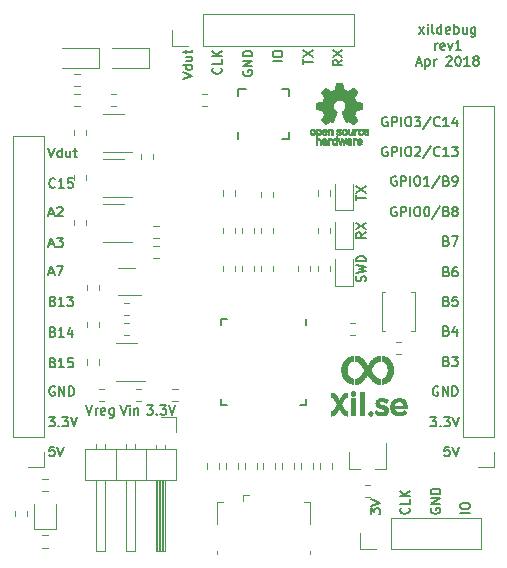
<source format=gto>
G04 #@! TF.GenerationSoftware,KiCad,Pcbnew,(5.0.0-rc2-dev-321-g78161b592)*
G04 #@! TF.CreationDate,2018-04-10T00:44:43+02:00*
G04 #@! TF.ProjectId,xildebug,78696C64656275672E6B696361645F70,rev?*
G04 #@! TF.SameCoordinates,Original*
G04 #@! TF.FileFunction,Legend,Top*
G04 #@! TF.FilePolarity,Positive*
%FSLAX46Y46*%
G04 Gerber Fmt 4.6, Leading zero omitted, Abs format (unit mm)*
G04 Created by KiCad (PCBNEW (5.0.0-rc2-dev-321-g78161b592)) date 04/10/18 00:44:43*
%MOMM*%
%LPD*%
G01*
G04 APERTURE LIST*
%ADD10C,0.150000*%
%ADD11C,0.120000*%
%ADD12C,0.010000*%
G04 APERTURE END LIST*
D10*
X237461904Y-96212023D02*
X236661904Y-96212023D01*
X236661904Y-95678690D02*
X236661904Y-95526309D01*
X236700000Y-95450119D01*
X236776190Y-95373928D01*
X236928571Y-95335833D01*
X237195238Y-95335833D01*
X237347619Y-95373928D01*
X237423809Y-95450119D01*
X237461904Y-95526309D01*
X237461904Y-95678690D01*
X237423809Y-95754880D01*
X237347619Y-95831071D01*
X237195238Y-95869166D01*
X236928571Y-95869166D01*
X236776190Y-95831071D01*
X236700000Y-95754880D01*
X236661904Y-95678690D01*
X232285714Y-95754880D02*
X232323809Y-95792976D01*
X232361904Y-95907261D01*
X232361904Y-95983452D01*
X232323809Y-96097738D01*
X232247619Y-96173928D01*
X232171428Y-96212023D01*
X232019047Y-96250119D01*
X231904761Y-96250119D01*
X231752380Y-96212023D01*
X231676190Y-96173928D01*
X231600000Y-96097738D01*
X231561904Y-95983452D01*
X231561904Y-95907261D01*
X231600000Y-95792976D01*
X231638095Y-95754880D01*
X232361904Y-95031071D02*
X232361904Y-95412023D01*
X231561904Y-95412023D01*
X232361904Y-94764404D02*
X231561904Y-94764404D01*
X232361904Y-94307261D02*
X231904761Y-94650119D01*
X231561904Y-94307261D02*
X232019047Y-94764404D01*
X234200000Y-95792976D02*
X234161904Y-95869166D01*
X234161904Y-95983452D01*
X234200000Y-96097738D01*
X234276190Y-96173928D01*
X234352380Y-96212023D01*
X234504761Y-96250119D01*
X234619047Y-96250119D01*
X234771428Y-96212023D01*
X234847619Y-96173928D01*
X234923809Y-96097738D01*
X234961904Y-95983452D01*
X234961904Y-95907261D01*
X234923809Y-95792976D01*
X234885714Y-95754880D01*
X234619047Y-95754880D01*
X234619047Y-95907261D01*
X234961904Y-95412023D02*
X234161904Y-95412023D01*
X234961904Y-94954880D01*
X234161904Y-94954880D01*
X234961904Y-94573928D02*
X234161904Y-94573928D01*
X234161904Y-94383452D01*
X234200000Y-94269166D01*
X234276190Y-94192976D01*
X234352380Y-94154880D01*
X234504761Y-94116785D01*
X234619047Y-94116785D01*
X234771428Y-94154880D01*
X234847619Y-94192976D01*
X234923809Y-94269166D01*
X234961904Y-94383452D01*
X234961904Y-94573928D01*
X229061904Y-96288214D02*
X229061904Y-95792976D01*
X229366666Y-96059642D01*
X229366666Y-95945357D01*
X229404761Y-95869166D01*
X229442857Y-95831071D01*
X229519047Y-95792976D01*
X229709523Y-95792976D01*
X229785714Y-95831071D01*
X229823809Y-95869166D01*
X229861904Y-95945357D01*
X229861904Y-96173928D01*
X229823809Y-96250119D01*
X229785714Y-96288214D01*
X229061904Y-95564404D02*
X229861904Y-95297738D01*
X229061904Y-95031071D01*
X226661904Y-57811785D02*
X226280952Y-58078452D01*
X226661904Y-58268928D02*
X225861904Y-58268928D01*
X225861904Y-57964166D01*
X225900000Y-57887976D01*
X225938095Y-57849880D01*
X226014285Y-57811785D01*
X226128571Y-57811785D01*
X226204761Y-57849880D01*
X226242857Y-57887976D01*
X226280952Y-57964166D01*
X226280952Y-58268928D01*
X225861904Y-57545119D02*
X226661904Y-57011785D01*
X225861904Y-57011785D02*
X226661904Y-57545119D01*
X223361904Y-58192738D02*
X223361904Y-57735595D01*
X224161904Y-57964166D02*
X223361904Y-57964166D01*
X223361904Y-57545119D02*
X224161904Y-57011785D01*
X223361904Y-57011785D02*
X224161904Y-57545119D01*
X221561904Y-57926071D02*
X220761904Y-57926071D01*
X220761904Y-57392738D02*
X220761904Y-57240357D01*
X220800000Y-57164166D01*
X220876190Y-57087976D01*
X221028571Y-57049880D01*
X221295238Y-57049880D01*
X221447619Y-57087976D01*
X221523809Y-57164166D01*
X221561904Y-57240357D01*
X221561904Y-57392738D01*
X221523809Y-57468928D01*
X221447619Y-57545119D01*
X221295238Y-57583214D01*
X221028571Y-57583214D01*
X220876190Y-57545119D01*
X220800000Y-57468928D01*
X220761904Y-57392738D01*
X218300000Y-58726071D02*
X218261904Y-58802261D01*
X218261904Y-58916547D01*
X218300000Y-59030833D01*
X218376190Y-59107023D01*
X218452380Y-59145119D01*
X218604761Y-59183214D01*
X218719047Y-59183214D01*
X218871428Y-59145119D01*
X218947619Y-59107023D01*
X219023809Y-59030833D01*
X219061904Y-58916547D01*
X219061904Y-58840357D01*
X219023809Y-58726071D01*
X218985714Y-58687976D01*
X218719047Y-58687976D01*
X218719047Y-58840357D01*
X219061904Y-58345119D02*
X218261904Y-58345119D01*
X219061904Y-57887976D01*
X218261904Y-57887976D01*
X219061904Y-57507023D02*
X218261904Y-57507023D01*
X218261904Y-57316547D01*
X218300000Y-57202261D01*
X218376190Y-57126071D01*
X218452380Y-57087976D01*
X218604761Y-57049880D01*
X218719047Y-57049880D01*
X218871428Y-57087976D01*
X218947619Y-57126071D01*
X219023809Y-57202261D01*
X219061904Y-57316547D01*
X219061904Y-57507023D01*
X216385714Y-58497500D02*
X216423809Y-58535595D01*
X216461904Y-58649880D01*
X216461904Y-58726071D01*
X216423809Y-58840357D01*
X216347619Y-58916547D01*
X216271428Y-58954642D01*
X216119047Y-58992738D01*
X216004761Y-58992738D01*
X215852380Y-58954642D01*
X215776190Y-58916547D01*
X215700000Y-58840357D01*
X215661904Y-58726071D01*
X215661904Y-58649880D01*
X215700000Y-58535595D01*
X215738095Y-58497500D01*
X216461904Y-57773690D02*
X216461904Y-58154642D01*
X215661904Y-58154642D01*
X216461904Y-57507023D02*
X215661904Y-57507023D01*
X216461904Y-57049880D02*
X216004761Y-57392738D01*
X215661904Y-57049880D02*
X216119047Y-57507023D01*
X213161904Y-59411785D02*
X213961904Y-59145119D01*
X213161904Y-58878452D01*
X213961904Y-58268928D02*
X213161904Y-58268928D01*
X213923809Y-58268928D02*
X213961904Y-58345119D01*
X213961904Y-58497500D01*
X213923809Y-58573690D01*
X213885714Y-58611785D01*
X213809523Y-58649880D01*
X213580952Y-58649880D01*
X213504761Y-58611785D01*
X213466666Y-58573690D01*
X213428571Y-58497500D01*
X213428571Y-58345119D01*
X213466666Y-58268928D01*
X213428571Y-57545119D02*
X213961904Y-57545119D01*
X213428571Y-57887976D02*
X213847619Y-57887976D01*
X213923809Y-57849880D01*
X213961904Y-57773690D01*
X213961904Y-57659404D01*
X213923809Y-57583214D01*
X213885714Y-57545119D01*
X213428571Y-57278452D02*
X213428571Y-56973690D01*
X213161904Y-57164166D02*
X213847619Y-57164166D01*
X213923809Y-57126071D01*
X213961904Y-57049880D01*
X213961904Y-56973690D01*
X233200000Y-55611904D02*
X233619047Y-55078571D01*
X233200000Y-55078571D02*
X233619047Y-55611904D01*
X233923809Y-55611904D02*
X233923809Y-55078571D01*
X233923809Y-54811904D02*
X233885714Y-54850000D01*
X233923809Y-54888095D01*
X233961904Y-54850000D01*
X233923809Y-54811904D01*
X233923809Y-54888095D01*
X234419047Y-55611904D02*
X234342857Y-55573809D01*
X234304761Y-55497619D01*
X234304761Y-54811904D01*
X235066666Y-55611904D02*
X235066666Y-54811904D01*
X235066666Y-55573809D02*
X234990476Y-55611904D01*
X234838095Y-55611904D01*
X234761904Y-55573809D01*
X234723809Y-55535714D01*
X234685714Y-55459523D01*
X234685714Y-55230952D01*
X234723809Y-55154761D01*
X234761904Y-55116666D01*
X234838095Y-55078571D01*
X234990476Y-55078571D01*
X235066666Y-55116666D01*
X235752380Y-55573809D02*
X235676190Y-55611904D01*
X235523809Y-55611904D01*
X235447619Y-55573809D01*
X235409523Y-55497619D01*
X235409523Y-55192857D01*
X235447619Y-55116666D01*
X235523809Y-55078571D01*
X235676190Y-55078571D01*
X235752380Y-55116666D01*
X235790476Y-55192857D01*
X235790476Y-55269047D01*
X235409523Y-55345238D01*
X236133333Y-55611904D02*
X236133333Y-54811904D01*
X236133333Y-55116666D02*
X236209523Y-55078571D01*
X236361904Y-55078571D01*
X236438095Y-55116666D01*
X236476190Y-55154761D01*
X236514285Y-55230952D01*
X236514285Y-55459523D01*
X236476190Y-55535714D01*
X236438095Y-55573809D01*
X236361904Y-55611904D01*
X236209523Y-55611904D01*
X236133333Y-55573809D01*
X237200000Y-55078571D02*
X237200000Y-55611904D01*
X236857142Y-55078571D02*
X236857142Y-55497619D01*
X236895238Y-55573809D01*
X236971428Y-55611904D01*
X237085714Y-55611904D01*
X237161904Y-55573809D01*
X237200000Y-55535714D01*
X237923809Y-55078571D02*
X237923809Y-55726190D01*
X237885714Y-55802380D01*
X237847619Y-55840476D01*
X237771428Y-55878571D01*
X237657142Y-55878571D01*
X237580952Y-55840476D01*
X237923809Y-55573809D02*
X237847619Y-55611904D01*
X237695238Y-55611904D01*
X237619047Y-55573809D01*
X237580952Y-55535714D01*
X237542857Y-55459523D01*
X237542857Y-55230952D01*
X237580952Y-55154761D01*
X237619047Y-55116666D01*
X237695238Y-55078571D01*
X237847619Y-55078571D01*
X237923809Y-55116666D01*
X234514285Y-56961904D02*
X234514285Y-56428571D01*
X234514285Y-56580952D02*
X234552380Y-56504761D01*
X234590476Y-56466666D01*
X234666666Y-56428571D01*
X234742857Y-56428571D01*
X235314285Y-56923809D02*
X235238095Y-56961904D01*
X235085714Y-56961904D01*
X235009523Y-56923809D01*
X234971428Y-56847619D01*
X234971428Y-56542857D01*
X235009523Y-56466666D01*
X235085714Y-56428571D01*
X235238095Y-56428571D01*
X235314285Y-56466666D01*
X235352380Y-56542857D01*
X235352380Y-56619047D01*
X234971428Y-56695238D01*
X235619047Y-56428571D02*
X235809523Y-56961904D01*
X236000000Y-56428571D01*
X236723809Y-56961904D02*
X236266666Y-56961904D01*
X236495238Y-56961904D02*
X236495238Y-56161904D01*
X236419047Y-56276190D01*
X236342857Y-56352380D01*
X236266666Y-56390476D01*
X232971428Y-58083333D02*
X233352380Y-58083333D01*
X232895238Y-58311904D02*
X233161904Y-57511904D01*
X233428571Y-58311904D01*
X233695238Y-57778571D02*
X233695238Y-58578571D01*
X233695238Y-57816666D02*
X233771428Y-57778571D01*
X233923809Y-57778571D01*
X234000000Y-57816666D01*
X234038095Y-57854761D01*
X234076190Y-57930952D01*
X234076190Y-58159523D01*
X234038095Y-58235714D01*
X234000000Y-58273809D01*
X233923809Y-58311904D01*
X233771428Y-58311904D01*
X233695238Y-58273809D01*
X234419047Y-58311904D02*
X234419047Y-57778571D01*
X234419047Y-57930952D02*
X234457142Y-57854761D01*
X234495238Y-57816666D01*
X234571428Y-57778571D01*
X234647619Y-57778571D01*
X235485714Y-57588095D02*
X235523809Y-57550000D01*
X235600000Y-57511904D01*
X235790476Y-57511904D01*
X235866666Y-57550000D01*
X235904761Y-57588095D01*
X235942857Y-57664285D01*
X235942857Y-57740476D01*
X235904761Y-57854761D01*
X235447619Y-58311904D01*
X235942857Y-58311904D01*
X236438095Y-57511904D02*
X236514285Y-57511904D01*
X236590476Y-57550000D01*
X236628571Y-57588095D01*
X236666666Y-57664285D01*
X236704761Y-57816666D01*
X236704761Y-58007142D01*
X236666666Y-58159523D01*
X236628571Y-58235714D01*
X236590476Y-58273809D01*
X236514285Y-58311904D01*
X236438095Y-58311904D01*
X236361904Y-58273809D01*
X236323809Y-58235714D01*
X236285714Y-58159523D01*
X236247619Y-58007142D01*
X236247619Y-57816666D01*
X236285714Y-57664285D01*
X236323809Y-57588095D01*
X236361904Y-57550000D01*
X236438095Y-57511904D01*
X237466666Y-58311904D02*
X237009523Y-58311904D01*
X237238095Y-58311904D02*
X237238095Y-57511904D01*
X237161904Y-57626190D01*
X237085714Y-57702380D01*
X237009523Y-57740476D01*
X237923809Y-57854761D02*
X237847619Y-57816666D01*
X237809523Y-57778571D01*
X237771428Y-57702380D01*
X237771428Y-57664285D01*
X237809523Y-57588095D01*
X237847619Y-57550000D01*
X237923809Y-57511904D01*
X238076190Y-57511904D01*
X238152380Y-57550000D01*
X238190476Y-57588095D01*
X238228571Y-57664285D01*
X238228571Y-57702380D01*
X238190476Y-57778571D01*
X238152380Y-57816666D01*
X238076190Y-57854761D01*
X237923809Y-57854761D01*
X237847619Y-57892857D01*
X237809523Y-57930952D01*
X237771428Y-58007142D01*
X237771428Y-58159523D01*
X237809523Y-58235714D01*
X237847619Y-58273809D01*
X237923809Y-58311904D01*
X238076190Y-58311904D01*
X238152380Y-58273809D01*
X238190476Y-58235714D01*
X238228571Y-58159523D01*
X238228571Y-58007142D01*
X238190476Y-57930952D01*
X238152380Y-57892857D01*
X238076190Y-57854761D01*
X228623809Y-76585714D02*
X228661904Y-76471428D01*
X228661904Y-76280952D01*
X228623809Y-76204761D01*
X228585714Y-76166666D01*
X228509523Y-76128571D01*
X228433333Y-76128571D01*
X228357142Y-76166666D01*
X228319047Y-76204761D01*
X228280952Y-76280952D01*
X228242857Y-76433333D01*
X228204761Y-76509523D01*
X228166666Y-76547619D01*
X228090476Y-76585714D01*
X228014285Y-76585714D01*
X227938095Y-76547619D01*
X227900000Y-76509523D01*
X227861904Y-76433333D01*
X227861904Y-76242857D01*
X227900000Y-76128571D01*
X227861904Y-75861904D02*
X228661904Y-75671428D01*
X228090476Y-75519047D01*
X228661904Y-75366666D01*
X227861904Y-75176190D01*
X228661904Y-74871428D02*
X227861904Y-74871428D01*
X227861904Y-74680952D01*
X227900000Y-74566666D01*
X227976190Y-74490476D01*
X228052380Y-74452380D01*
X228204761Y-74414285D01*
X228319047Y-74414285D01*
X228471428Y-74452380D01*
X228547619Y-74490476D01*
X228623809Y-74566666D01*
X228661904Y-74680952D01*
X228661904Y-74871428D01*
X228661904Y-72433333D02*
X228280952Y-72700000D01*
X228661904Y-72890476D02*
X227861904Y-72890476D01*
X227861904Y-72585714D01*
X227900000Y-72509523D01*
X227938095Y-72471428D01*
X228014285Y-72433333D01*
X228128571Y-72433333D01*
X228204761Y-72471428D01*
X228242857Y-72509523D01*
X228280952Y-72585714D01*
X228280952Y-72890476D01*
X227861904Y-72166666D02*
X228661904Y-71633333D01*
X227861904Y-71633333D02*
X228661904Y-72166666D01*
X227861904Y-69709523D02*
X227861904Y-69252380D01*
X228661904Y-69480952D02*
X227861904Y-69480952D01*
X227861904Y-69061904D02*
X228661904Y-68528571D01*
X227861904Y-68528571D02*
X228661904Y-69061904D01*
X230469166Y-62700000D02*
X230392976Y-62661904D01*
X230278690Y-62661904D01*
X230164404Y-62700000D01*
X230088214Y-62776190D01*
X230050119Y-62852380D01*
X230012023Y-63004761D01*
X230012023Y-63119047D01*
X230050119Y-63271428D01*
X230088214Y-63347619D01*
X230164404Y-63423809D01*
X230278690Y-63461904D01*
X230354880Y-63461904D01*
X230469166Y-63423809D01*
X230507261Y-63385714D01*
X230507261Y-63119047D01*
X230354880Y-63119047D01*
X230850119Y-63461904D02*
X230850119Y-62661904D01*
X231154880Y-62661904D01*
X231231071Y-62700000D01*
X231269166Y-62738095D01*
X231307261Y-62814285D01*
X231307261Y-62928571D01*
X231269166Y-63004761D01*
X231231071Y-63042857D01*
X231154880Y-63080952D01*
X230850119Y-63080952D01*
X231650119Y-63461904D02*
X231650119Y-62661904D01*
X232183452Y-62661904D02*
X232335833Y-62661904D01*
X232412023Y-62700000D01*
X232488214Y-62776190D01*
X232526309Y-62928571D01*
X232526309Y-63195238D01*
X232488214Y-63347619D01*
X232412023Y-63423809D01*
X232335833Y-63461904D01*
X232183452Y-63461904D01*
X232107261Y-63423809D01*
X232031071Y-63347619D01*
X231992976Y-63195238D01*
X231992976Y-62928571D01*
X232031071Y-62776190D01*
X232107261Y-62700000D01*
X232183452Y-62661904D01*
X232792976Y-62661904D02*
X233288214Y-62661904D01*
X233021547Y-62966666D01*
X233135833Y-62966666D01*
X233212023Y-63004761D01*
X233250119Y-63042857D01*
X233288214Y-63119047D01*
X233288214Y-63309523D01*
X233250119Y-63385714D01*
X233212023Y-63423809D01*
X233135833Y-63461904D01*
X232907261Y-63461904D01*
X232831071Y-63423809D01*
X232792976Y-63385714D01*
X234202500Y-62623809D02*
X233516785Y-63652380D01*
X234926309Y-63385714D02*
X234888214Y-63423809D01*
X234773928Y-63461904D01*
X234697738Y-63461904D01*
X234583452Y-63423809D01*
X234507261Y-63347619D01*
X234469166Y-63271428D01*
X234431071Y-63119047D01*
X234431071Y-63004761D01*
X234469166Y-62852380D01*
X234507261Y-62776190D01*
X234583452Y-62700000D01*
X234697738Y-62661904D01*
X234773928Y-62661904D01*
X234888214Y-62700000D01*
X234926309Y-62738095D01*
X235688214Y-63461904D02*
X235231071Y-63461904D01*
X235459642Y-63461904D02*
X235459642Y-62661904D01*
X235383452Y-62776190D01*
X235307261Y-62852380D01*
X235231071Y-62890476D01*
X236373928Y-62928571D02*
X236373928Y-63461904D01*
X236183452Y-62623809D02*
X235992976Y-63195238D01*
X236488214Y-63195238D01*
X230469166Y-65200000D02*
X230392976Y-65161904D01*
X230278690Y-65161904D01*
X230164404Y-65200000D01*
X230088214Y-65276190D01*
X230050119Y-65352380D01*
X230012023Y-65504761D01*
X230012023Y-65619047D01*
X230050119Y-65771428D01*
X230088214Y-65847619D01*
X230164404Y-65923809D01*
X230278690Y-65961904D01*
X230354880Y-65961904D01*
X230469166Y-65923809D01*
X230507261Y-65885714D01*
X230507261Y-65619047D01*
X230354880Y-65619047D01*
X230850119Y-65961904D02*
X230850119Y-65161904D01*
X231154880Y-65161904D01*
X231231071Y-65200000D01*
X231269166Y-65238095D01*
X231307261Y-65314285D01*
X231307261Y-65428571D01*
X231269166Y-65504761D01*
X231231071Y-65542857D01*
X231154880Y-65580952D01*
X230850119Y-65580952D01*
X231650119Y-65961904D02*
X231650119Y-65161904D01*
X232183452Y-65161904D02*
X232335833Y-65161904D01*
X232412023Y-65200000D01*
X232488214Y-65276190D01*
X232526309Y-65428571D01*
X232526309Y-65695238D01*
X232488214Y-65847619D01*
X232412023Y-65923809D01*
X232335833Y-65961904D01*
X232183452Y-65961904D01*
X232107261Y-65923809D01*
X232031071Y-65847619D01*
X231992976Y-65695238D01*
X231992976Y-65428571D01*
X232031071Y-65276190D01*
X232107261Y-65200000D01*
X232183452Y-65161904D01*
X232831071Y-65238095D02*
X232869166Y-65200000D01*
X232945357Y-65161904D01*
X233135833Y-65161904D01*
X233212023Y-65200000D01*
X233250119Y-65238095D01*
X233288214Y-65314285D01*
X233288214Y-65390476D01*
X233250119Y-65504761D01*
X232792976Y-65961904D01*
X233288214Y-65961904D01*
X234202500Y-65123809D02*
X233516785Y-66152380D01*
X234926309Y-65885714D02*
X234888214Y-65923809D01*
X234773928Y-65961904D01*
X234697738Y-65961904D01*
X234583452Y-65923809D01*
X234507261Y-65847619D01*
X234469166Y-65771428D01*
X234431071Y-65619047D01*
X234431071Y-65504761D01*
X234469166Y-65352380D01*
X234507261Y-65276190D01*
X234583452Y-65200000D01*
X234697738Y-65161904D01*
X234773928Y-65161904D01*
X234888214Y-65200000D01*
X234926309Y-65238095D01*
X235688214Y-65961904D02*
X235231071Y-65961904D01*
X235459642Y-65961904D02*
X235459642Y-65161904D01*
X235383452Y-65276190D01*
X235307261Y-65352380D01*
X235231071Y-65390476D01*
X235954880Y-65161904D02*
X236450119Y-65161904D01*
X236183452Y-65466666D01*
X236297738Y-65466666D01*
X236373928Y-65504761D01*
X236412023Y-65542857D01*
X236450119Y-65619047D01*
X236450119Y-65809523D01*
X236412023Y-65885714D01*
X236373928Y-65923809D01*
X236297738Y-65961904D01*
X236069166Y-65961904D01*
X235992976Y-65923809D01*
X235954880Y-65885714D01*
X231231071Y-67700000D02*
X231154880Y-67661904D01*
X231040595Y-67661904D01*
X230926309Y-67700000D01*
X230850119Y-67776190D01*
X230812023Y-67852380D01*
X230773928Y-68004761D01*
X230773928Y-68119047D01*
X230812023Y-68271428D01*
X230850119Y-68347619D01*
X230926309Y-68423809D01*
X231040595Y-68461904D01*
X231116785Y-68461904D01*
X231231071Y-68423809D01*
X231269166Y-68385714D01*
X231269166Y-68119047D01*
X231116785Y-68119047D01*
X231612023Y-68461904D02*
X231612023Y-67661904D01*
X231916785Y-67661904D01*
X231992976Y-67700000D01*
X232031071Y-67738095D01*
X232069166Y-67814285D01*
X232069166Y-67928571D01*
X232031071Y-68004761D01*
X231992976Y-68042857D01*
X231916785Y-68080952D01*
X231612023Y-68080952D01*
X232412023Y-68461904D02*
X232412023Y-67661904D01*
X232945357Y-67661904D02*
X233097738Y-67661904D01*
X233173928Y-67700000D01*
X233250119Y-67776190D01*
X233288214Y-67928571D01*
X233288214Y-68195238D01*
X233250119Y-68347619D01*
X233173928Y-68423809D01*
X233097738Y-68461904D01*
X232945357Y-68461904D01*
X232869166Y-68423809D01*
X232792976Y-68347619D01*
X232754880Y-68195238D01*
X232754880Y-67928571D01*
X232792976Y-67776190D01*
X232869166Y-67700000D01*
X232945357Y-67661904D01*
X234050119Y-68461904D02*
X233592976Y-68461904D01*
X233821547Y-68461904D02*
X233821547Y-67661904D01*
X233745357Y-67776190D01*
X233669166Y-67852380D01*
X233592976Y-67890476D01*
X234964404Y-67623809D02*
X234278690Y-68652380D01*
X235497738Y-68042857D02*
X235612023Y-68080952D01*
X235650119Y-68119047D01*
X235688214Y-68195238D01*
X235688214Y-68309523D01*
X235650119Y-68385714D01*
X235612023Y-68423809D01*
X235535833Y-68461904D01*
X235231071Y-68461904D01*
X235231071Y-67661904D01*
X235497738Y-67661904D01*
X235573928Y-67700000D01*
X235612023Y-67738095D01*
X235650119Y-67814285D01*
X235650119Y-67890476D01*
X235612023Y-67966666D01*
X235573928Y-68004761D01*
X235497738Y-68042857D01*
X235231071Y-68042857D01*
X236069166Y-68461904D02*
X236221547Y-68461904D01*
X236297738Y-68423809D01*
X236335833Y-68385714D01*
X236412023Y-68271428D01*
X236450119Y-68119047D01*
X236450119Y-67814285D01*
X236412023Y-67738095D01*
X236373928Y-67700000D01*
X236297738Y-67661904D01*
X236145357Y-67661904D01*
X236069166Y-67700000D01*
X236031071Y-67738095D01*
X235992976Y-67814285D01*
X235992976Y-68004761D01*
X236031071Y-68080952D01*
X236069166Y-68119047D01*
X236145357Y-68157142D01*
X236297738Y-68157142D01*
X236373928Y-68119047D01*
X236412023Y-68080952D01*
X236450119Y-68004761D01*
X231231071Y-70300000D02*
X231154880Y-70261904D01*
X231040595Y-70261904D01*
X230926309Y-70300000D01*
X230850119Y-70376190D01*
X230812023Y-70452380D01*
X230773928Y-70604761D01*
X230773928Y-70719047D01*
X230812023Y-70871428D01*
X230850119Y-70947619D01*
X230926309Y-71023809D01*
X231040595Y-71061904D01*
X231116785Y-71061904D01*
X231231071Y-71023809D01*
X231269166Y-70985714D01*
X231269166Y-70719047D01*
X231116785Y-70719047D01*
X231612023Y-71061904D02*
X231612023Y-70261904D01*
X231916785Y-70261904D01*
X231992976Y-70300000D01*
X232031071Y-70338095D01*
X232069166Y-70414285D01*
X232069166Y-70528571D01*
X232031071Y-70604761D01*
X231992976Y-70642857D01*
X231916785Y-70680952D01*
X231612023Y-70680952D01*
X232412023Y-71061904D02*
X232412023Y-70261904D01*
X232945357Y-70261904D02*
X233097738Y-70261904D01*
X233173928Y-70300000D01*
X233250119Y-70376190D01*
X233288214Y-70528571D01*
X233288214Y-70795238D01*
X233250119Y-70947619D01*
X233173928Y-71023809D01*
X233097738Y-71061904D01*
X232945357Y-71061904D01*
X232869166Y-71023809D01*
X232792976Y-70947619D01*
X232754880Y-70795238D01*
X232754880Y-70528571D01*
X232792976Y-70376190D01*
X232869166Y-70300000D01*
X232945357Y-70261904D01*
X233783452Y-70261904D02*
X233859642Y-70261904D01*
X233935833Y-70300000D01*
X233973928Y-70338095D01*
X234012023Y-70414285D01*
X234050119Y-70566666D01*
X234050119Y-70757142D01*
X234012023Y-70909523D01*
X233973928Y-70985714D01*
X233935833Y-71023809D01*
X233859642Y-71061904D01*
X233783452Y-71061904D01*
X233707261Y-71023809D01*
X233669166Y-70985714D01*
X233631071Y-70909523D01*
X233592976Y-70757142D01*
X233592976Y-70566666D01*
X233631071Y-70414285D01*
X233669166Y-70338095D01*
X233707261Y-70300000D01*
X233783452Y-70261904D01*
X234964404Y-70223809D02*
X234278690Y-71252380D01*
X235497738Y-70642857D02*
X235612023Y-70680952D01*
X235650119Y-70719047D01*
X235688214Y-70795238D01*
X235688214Y-70909523D01*
X235650119Y-70985714D01*
X235612023Y-71023809D01*
X235535833Y-71061904D01*
X235231071Y-71061904D01*
X235231071Y-70261904D01*
X235497738Y-70261904D01*
X235573928Y-70300000D01*
X235612023Y-70338095D01*
X235650119Y-70414285D01*
X235650119Y-70490476D01*
X235612023Y-70566666D01*
X235573928Y-70604761D01*
X235497738Y-70642857D01*
X235231071Y-70642857D01*
X236145357Y-70604761D02*
X236069166Y-70566666D01*
X236031071Y-70528571D01*
X235992976Y-70452380D01*
X235992976Y-70414285D01*
X236031071Y-70338095D01*
X236069166Y-70300000D01*
X236145357Y-70261904D01*
X236297738Y-70261904D01*
X236373928Y-70300000D01*
X236412023Y-70338095D01*
X236450119Y-70414285D01*
X236450119Y-70452380D01*
X236412023Y-70528571D01*
X236373928Y-70566666D01*
X236297738Y-70604761D01*
X236145357Y-70604761D01*
X236069166Y-70642857D01*
X236031071Y-70680952D01*
X235992976Y-70757142D01*
X235992976Y-70909523D01*
X236031071Y-70985714D01*
X236069166Y-71023809D01*
X236145357Y-71061904D01*
X236297738Y-71061904D01*
X236373928Y-71023809D01*
X236412023Y-70985714D01*
X236450119Y-70909523D01*
X236450119Y-70757142D01*
X236412023Y-70680952D01*
X236373928Y-70642857D01*
X236297738Y-70604761D01*
X235497738Y-73142857D02*
X235612023Y-73180952D01*
X235650119Y-73219047D01*
X235688214Y-73295238D01*
X235688214Y-73409523D01*
X235650119Y-73485714D01*
X235612023Y-73523809D01*
X235535833Y-73561904D01*
X235231071Y-73561904D01*
X235231071Y-72761904D01*
X235497738Y-72761904D01*
X235573928Y-72800000D01*
X235612023Y-72838095D01*
X235650119Y-72914285D01*
X235650119Y-72990476D01*
X235612023Y-73066666D01*
X235573928Y-73104761D01*
X235497738Y-73142857D01*
X235231071Y-73142857D01*
X235954880Y-72761904D02*
X236488214Y-72761904D01*
X236145357Y-73561904D01*
X235497738Y-75742857D02*
X235612023Y-75780952D01*
X235650119Y-75819047D01*
X235688214Y-75895238D01*
X235688214Y-76009523D01*
X235650119Y-76085714D01*
X235612023Y-76123809D01*
X235535833Y-76161904D01*
X235231071Y-76161904D01*
X235231071Y-75361904D01*
X235497738Y-75361904D01*
X235573928Y-75400000D01*
X235612023Y-75438095D01*
X235650119Y-75514285D01*
X235650119Y-75590476D01*
X235612023Y-75666666D01*
X235573928Y-75704761D01*
X235497738Y-75742857D01*
X235231071Y-75742857D01*
X236373928Y-75361904D02*
X236221547Y-75361904D01*
X236145357Y-75400000D01*
X236107261Y-75438095D01*
X236031071Y-75552380D01*
X235992976Y-75704761D01*
X235992976Y-76009523D01*
X236031071Y-76085714D01*
X236069166Y-76123809D01*
X236145357Y-76161904D01*
X236297738Y-76161904D01*
X236373928Y-76123809D01*
X236412023Y-76085714D01*
X236450119Y-76009523D01*
X236450119Y-75819047D01*
X236412023Y-75742857D01*
X236373928Y-75704761D01*
X236297738Y-75666666D01*
X236145357Y-75666666D01*
X236069166Y-75704761D01*
X236031071Y-75742857D01*
X235992976Y-75819047D01*
X235497738Y-78242857D02*
X235612023Y-78280952D01*
X235650119Y-78319047D01*
X235688214Y-78395238D01*
X235688214Y-78509523D01*
X235650119Y-78585714D01*
X235612023Y-78623809D01*
X235535833Y-78661904D01*
X235231071Y-78661904D01*
X235231071Y-77861904D01*
X235497738Y-77861904D01*
X235573928Y-77900000D01*
X235612023Y-77938095D01*
X235650119Y-78014285D01*
X235650119Y-78090476D01*
X235612023Y-78166666D01*
X235573928Y-78204761D01*
X235497738Y-78242857D01*
X235231071Y-78242857D01*
X236412023Y-77861904D02*
X236031071Y-77861904D01*
X235992976Y-78242857D01*
X236031071Y-78204761D01*
X236107261Y-78166666D01*
X236297738Y-78166666D01*
X236373928Y-78204761D01*
X236412023Y-78242857D01*
X236450119Y-78319047D01*
X236450119Y-78509523D01*
X236412023Y-78585714D01*
X236373928Y-78623809D01*
X236297738Y-78661904D01*
X236107261Y-78661904D01*
X236031071Y-78623809D01*
X235992976Y-78585714D01*
X235497738Y-80742857D02*
X235612023Y-80780952D01*
X235650119Y-80819047D01*
X235688214Y-80895238D01*
X235688214Y-81009523D01*
X235650119Y-81085714D01*
X235612023Y-81123809D01*
X235535833Y-81161904D01*
X235231071Y-81161904D01*
X235231071Y-80361904D01*
X235497738Y-80361904D01*
X235573928Y-80400000D01*
X235612023Y-80438095D01*
X235650119Y-80514285D01*
X235650119Y-80590476D01*
X235612023Y-80666666D01*
X235573928Y-80704761D01*
X235497738Y-80742857D01*
X235231071Y-80742857D01*
X236373928Y-80628571D02*
X236373928Y-81161904D01*
X236183452Y-80323809D02*
X235992976Y-80895238D01*
X236488214Y-80895238D01*
X235497738Y-83342857D02*
X235612023Y-83380952D01*
X235650119Y-83419047D01*
X235688214Y-83495238D01*
X235688214Y-83609523D01*
X235650119Y-83685714D01*
X235612023Y-83723809D01*
X235535833Y-83761904D01*
X235231071Y-83761904D01*
X235231071Y-82961904D01*
X235497738Y-82961904D01*
X235573928Y-83000000D01*
X235612023Y-83038095D01*
X235650119Y-83114285D01*
X235650119Y-83190476D01*
X235612023Y-83266666D01*
X235573928Y-83304761D01*
X235497738Y-83342857D01*
X235231071Y-83342857D01*
X235954880Y-82961904D02*
X236450119Y-82961904D01*
X236183452Y-83266666D01*
X236297738Y-83266666D01*
X236373928Y-83304761D01*
X236412023Y-83342857D01*
X236450119Y-83419047D01*
X236450119Y-83609523D01*
X236412023Y-83685714D01*
X236373928Y-83723809D01*
X236297738Y-83761904D01*
X236069166Y-83761904D01*
X235992976Y-83723809D01*
X235954880Y-83685714D01*
X235726309Y-90561904D02*
X235345357Y-90561904D01*
X235307261Y-90942857D01*
X235345357Y-90904761D01*
X235421547Y-90866666D01*
X235612023Y-90866666D01*
X235688214Y-90904761D01*
X235726309Y-90942857D01*
X235764404Y-91019047D01*
X235764404Y-91209523D01*
X235726309Y-91285714D01*
X235688214Y-91323809D01*
X235612023Y-91361904D01*
X235421547Y-91361904D01*
X235345357Y-91323809D01*
X235307261Y-91285714D01*
X235992976Y-90561904D02*
X236259642Y-91361904D01*
X236526309Y-90561904D01*
X234773928Y-85500000D02*
X234697738Y-85461904D01*
X234583452Y-85461904D01*
X234469166Y-85500000D01*
X234392976Y-85576190D01*
X234354880Y-85652380D01*
X234316785Y-85804761D01*
X234316785Y-85919047D01*
X234354880Y-86071428D01*
X234392976Y-86147619D01*
X234469166Y-86223809D01*
X234583452Y-86261904D01*
X234659642Y-86261904D01*
X234773928Y-86223809D01*
X234812023Y-86185714D01*
X234812023Y-85919047D01*
X234659642Y-85919047D01*
X235154880Y-86261904D02*
X235154880Y-85461904D01*
X235612023Y-86261904D01*
X235612023Y-85461904D01*
X235992976Y-86261904D02*
X235992976Y-85461904D01*
X236183452Y-85461904D01*
X236297738Y-85500000D01*
X236373928Y-85576190D01*
X236412023Y-85652380D01*
X236450119Y-85804761D01*
X236450119Y-85919047D01*
X236412023Y-86071428D01*
X236373928Y-86147619D01*
X236297738Y-86223809D01*
X236183452Y-86261904D01*
X235992976Y-86261904D01*
X234126309Y-88061904D02*
X234621547Y-88061904D01*
X234354880Y-88366666D01*
X234469166Y-88366666D01*
X234545357Y-88404761D01*
X234583452Y-88442857D01*
X234621547Y-88519047D01*
X234621547Y-88709523D01*
X234583452Y-88785714D01*
X234545357Y-88823809D01*
X234469166Y-88861904D01*
X234240595Y-88861904D01*
X234164404Y-88823809D01*
X234126309Y-88785714D01*
X234964404Y-88785714D02*
X235002500Y-88823809D01*
X234964404Y-88861904D01*
X234926309Y-88823809D01*
X234964404Y-88785714D01*
X234964404Y-88861904D01*
X235269166Y-88061904D02*
X235764404Y-88061904D01*
X235497738Y-88366666D01*
X235612023Y-88366666D01*
X235688214Y-88404761D01*
X235726309Y-88442857D01*
X235764404Y-88519047D01*
X235764404Y-88709523D01*
X235726309Y-88785714D01*
X235688214Y-88823809D01*
X235612023Y-88861904D01*
X235383452Y-88861904D01*
X235307261Y-88823809D01*
X235269166Y-88785714D01*
X235992976Y-88061904D02*
X236259642Y-88861904D01*
X236526309Y-88061904D01*
X204980952Y-87061904D02*
X205247619Y-87861904D01*
X205514285Y-87061904D01*
X205780952Y-87861904D02*
X205780952Y-87328571D01*
X205780952Y-87480952D02*
X205819047Y-87404761D01*
X205857142Y-87366666D01*
X205933333Y-87328571D01*
X206009523Y-87328571D01*
X206580952Y-87823809D02*
X206504761Y-87861904D01*
X206352380Y-87861904D01*
X206276190Y-87823809D01*
X206238095Y-87747619D01*
X206238095Y-87442857D01*
X206276190Y-87366666D01*
X206352380Y-87328571D01*
X206504761Y-87328571D01*
X206580952Y-87366666D01*
X206619047Y-87442857D01*
X206619047Y-87519047D01*
X206238095Y-87595238D01*
X207304761Y-87328571D02*
X207304761Y-87976190D01*
X207266666Y-88052380D01*
X207228571Y-88090476D01*
X207152380Y-88128571D01*
X207038095Y-88128571D01*
X206961904Y-88090476D01*
X207304761Y-87823809D02*
X207228571Y-87861904D01*
X207076190Y-87861904D01*
X207000000Y-87823809D01*
X206961904Y-87785714D01*
X206923809Y-87709523D01*
X206923809Y-87480952D01*
X206961904Y-87404761D01*
X207000000Y-87366666D01*
X207076190Y-87328571D01*
X207228571Y-87328571D01*
X207304761Y-87366666D01*
X207880952Y-87061904D02*
X208147619Y-87861904D01*
X208414285Y-87061904D01*
X208680952Y-87861904D02*
X208680952Y-87328571D01*
X208680952Y-87061904D02*
X208642857Y-87100000D01*
X208680952Y-87138095D01*
X208719047Y-87100000D01*
X208680952Y-87061904D01*
X208680952Y-87138095D01*
X209061904Y-87328571D02*
X209061904Y-87861904D01*
X209061904Y-87404761D02*
X209100000Y-87366666D01*
X209176190Y-87328571D01*
X209290476Y-87328571D01*
X209366666Y-87366666D01*
X209404761Y-87442857D01*
X209404761Y-87861904D01*
X210119047Y-87061904D02*
X210614285Y-87061904D01*
X210347619Y-87366666D01*
X210461904Y-87366666D01*
X210538095Y-87404761D01*
X210576190Y-87442857D01*
X210614285Y-87519047D01*
X210614285Y-87709523D01*
X210576190Y-87785714D01*
X210538095Y-87823809D01*
X210461904Y-87861904D01*
X210233333Y-87861904D01*
X210157142Y-87823809D01*
X210119047Y-87785714D01*
X210957142Y-87785714D02*
X210995238Y-87823809D01*
X210957142Y-87861904D01*
X210919047Y-87823809D01*
X210957142Y-87785714D01*
X210957142Y-87861904D01*
X211261904Y-87061904D02*
X211757142Y-87061904D01*
X211490476Y-87366666D01*
X211604761Y-87366666D01*
X211680952Y-87404761D01*
X211719047Y-87442857D01*
X211757142Y-87519047D01*
X211757142Y-87709523D01*
X211719047Y-87785714D01*
X211680952Y-87823809D01*
X211604761Y-87861904D01*
X211376190Y-87861904D01*
X211300000Y-87823809D01*
X211261904Y-87785714D01*
X211985714Y-87061904D02*
X212252380Y-87861904D01*
X212519047Y-87061904D01*
X201773690Y-65261904D02*
X202040357Y-66061904D01*
X202307023Y-65261904D01*
X202916547Y-66061904D02*
X202916547Y-65261904D01*
X202916547Y-66023809D02*
X202840357Y-66061904D01*
X202687976Y-66061904D01*
X202611785Y-66023809D01*
X202573690Y-65985714D01*
X202535595Y-65909523D01*
X202535595Y-65680952D01*
X202573690Y-65604761D01*
X202611785Y-65566666D01*
X202687976Y-65528571D01*
X202840357Y-65528571D01*
X202916547Y-65566666D01*
X203640357Y-65528571D02*
X203640357Y-66061904D01*
X203297500Y-65528571D02*
X203297500Y-65947619D01*
X203335595Y-66023809D01*
X203411785Y-66061904D01*
X203526071Y-66061904D01*
X203602261Y-66023809D01*
X203640357Y-65985714D01*
X203907023Y-65528571D02*
X204211785Y-65528571D01*
X204021309Y-65261904D02*
X204021309Y-65947619D01*
X204059404Y-66023809D01*
X204135595Y-66061904D01*
X204211785Y-66061904D01*
X202345119Y-68585714D02*
X202307023Y-68623809D01*
X202192738Y-68661904D01*
X202116547Y-68661904D01*
X202002261Y-68623809D01*
X201926071Y-68547619D01*
X201887976Y-68471428D01*
X201849880Y-68319047D01*
X201849880Y-68204761D01*
X201887976Y-68052380D01*
X201926071Y-67976190D01*
X202002261Y-67900000D01*
X202116547Y-67861904D01*
X202192738Y-67861904D01*
X202307023Y-67900000D01*
X202345119Y-67938095D01*
X203107023Y-68661904D02*
X202649880Y-68661904D01*
X202878452Y-68661904D02*
X202878452Y-67861904D01*
X202802261Y-67976190D01*
X202726071Y-68052380D01*
X202649880Y-68090476D01*
X203830833Y-67861904D02*
X203449880Y-67861904D01*
X203411785Y-68242857D01*
X203449880Y-68204761D01*
X203526071Y-68166666D01*
X203716547Y-68166666D01*
X203792738Y-68204761D01*
X203830833Y-68242857D01*
X203868928Y-68319047D01*
X203868928Y-68509523D01*
X203830833Y-68585714D01*
X203792738Y-68623809D01*
X203716547Y-68661904D01*
X203526071Y-68661904D01*
X203449880Y-68623809D01*
X203411785Y-68585714D01*
X201849880Y-70833333D02*
X202230833Y-70833333D01*
X201773690Y-71061904D02*
X202040357Y-70261904D01*
X202307023Y-71061904D01*
X202535595Y-70338095D02*
X202573690Y-70300000D01*
X202649880Y-70261904D01*
X202840357Y-70261904D01*
X202916547Y-70300000D01*
X202954642Y-70338095D01*
X202992738Y-70414285D01*
X202992738Y-70490476D01*
X202954642Y-70604761D01*
X202497500Y-71061904D01*
X202992738Y-71061904D01*
X201849880Y-73433333D02*
X202230833Y-73433333D01*
X201773690Y-73661904D02*
X202040357Y-72861904D01*
X202307023Y-73661904D01*
X202497500Y-72861904D02*
X202992738Y-72861904D01*
X202726071Y-73166666D01*
X202840357Y-73166666D01*
X202916547Y-73204761D01*
X202954642Y-73242857D01*
X202992738Y-73319047D01*
X202992738Y-73509523D01*
X202954642Y-73585714D01*
X202916547Y-73623809D01*
X202840357Y-73661904D01*
X202611785Y-73661904D01*
X202535595Y-73623809D01*
X202497500Y-73585714D01*
X201849880Y-75833333D02*
X202230833Y-75833333D01*
X201773690Y-76061904D02*
X202040357Y-75261904D01*
X202307023Y-76061904D01*
X202497500Y-75261904D02*
X203030833Y-75261904D01*
X202687976Y-76061904D01*
X202154642Y-78242857D02*
X202268928Y-78280952D01*
X202307023Y-78319047D01*
X202345119Y-78395238D01*
X202345119Y-78509523D01*
X202307023Y-78585714D01*
X202268928Y-78623809D01*
X202192738Y-78661904D01*
X201887976Y-78661904D01*
X201887976Y-77861904D01*
X202154642Y-77861904D01*
X202230833Y-77900000D01*
X202268928Y-77938095D01*
X202307023Y-78014285D01*
X202307023Y-78090476D01*
X202268928Y-78166666D01*
X202230833Y-78204761D01*
X202154642Y-78242857D01*
X201887976Y-78242857D01*
X203107023Y-78661904D02*
X202649880Y-78661904D01*
X202878452Y-78661904D02*
X202878452Y-77861904D01*
X202802261Y-77976190D01*
X202726071Y-78052380D01*
X202649880Y-78090476D01*
X203373690Y-77861904D02*
X203868928Y-77861904D01*
X203602261Y-78166666D01*
X203716547Y-78166666D01*
X203792738Y-78204761D01*
X203830833Y-78242857D01*
X203868928Y-78319047D01*
X203868928Y-78509523D01*
X203830833Y-78585714D01*
X203792738Y-78623809D01*
X203716547Y-78661904D01*
X203487976Y-78661904D01*
X203411785Y-78623809D01*
X203373690Y-78585714D01*
X202154642Y-80842857D02*
X202268928Y-80880952D01*
X202307023Y-80919047D01*
X202345119Y-80995238D01*
X202345119Y-81109523D01*
X202307023Y-81185714D01*
X202268928Y-81223809D01*
X202192738Y-81261904D01*
X201887976Y-81261904D01*
X201887976Y-80461904D01*
X202154642Y-80461904D01*
X202230833Y-80500000D01*
X202268928Y-80538095D01*
X202307023Y-80614285D01*
X202307023Y-80690476D01*
X202268928Y-80766666D01*
X202230833Y-80804761D01*
X202154642Y-80842857D01*
X201887976Y-80842857D01*
X203107023Y-81261904D02*
X202649880Y-81261904D01*
X202878452Y-81261904D02*
X202878452Y-80461904D01*
X202802261Y-80576190D01*
X202726071Y-80652380D01*
X202649880Y-80690476D01*
X203792738Y-80728571D02*
X203792738Y-81261904D01*
X203602261Y-80423809D02*
X203411785Y-80995238D01*
X203907023Y-80995238D01*
X202154642Y-83442857D02*
X202268928Y-83480952D01*
X202307023Y-83519047D01*
X202345119Y-83595238D01*
X202345119Y-83709523D01*
X202307023Y-83785714D01*
X202268928Y-83823809D01*
X202192738Y-83861904D01*
X201887976Y-83861904D01*
X201887976Y-83061904D01*
X202154642Y-83061904D01*
X202230833Y-83100000D01*
X202268928Y-83138095D01*
X202307023Y-83214285D01*
X202307023Y-83290476D01*
X202268928Y-83366666D01*
X202230833Y-83404761D01*
X202154642Y-83442857D01*
X201887976Y-83442857D01*
X203107023Y-83861904D02*
X202649880Y-83861904D01*
X202878452Y-83861904D02*
X202878452Y-83061904D01*
X202802261Y-83176190D01*
X202726071Y-83252380D01*
X202649880Y-83290476D01*
X203830833Y-83061904D02*
X203449880Y-83061904D01*
X203411785Y-83442857D01*
X203449880Y-83404761D01*
X203526071Y-83366666D01*
X203716547Y-83366666D01*
X203792738Y-83404761D01*
X203830833Y-83442857D01*
X203868928Y-83519047D01*
X203868928Y-83709523D01*
X203830833Y-83785714D01*
X203792738Y-83823809D01*
X203716547Y-83861904D01*
X203526071Y-83861904D01*
X203449880Y-83823809D01*
X203411785Y-83785714D01*
X202307023Y-85500000D02*
X202230833Y-85461904D01*
X202116547Y-85461904D01*
X202002261Y-85500000D01*
X201926071Y-85576190D01*
X201887976Y-85652380D01*
X201849880Y-85804761D01*
X201849880Y-85919047D01*
X201887976Y-86071428D01*
X201926071Y-86147619D01*
X202002261Y-86223809D01*
X202116547Y-86261904D01*
X202192738Y-86261904D01*
X202307023Y-86223809D01*
X202345119Y-86185714D01*
X202345119Y-85919047D01*
X202192738Y-85919047D01*
X202687976Y-86261904D02*
X202687976Y-85461904D01*
X203145119Y-86261904D01*
X203145119Y-85461904D01*
X203526071Y-86261904D02*
X203526071Y-85461904D01*
X203716547Y-85461904D01*
X203830833Y-85500000D01*
X203907023Y-85576190D01*
X203945119Y-85652380D01*
X203983214Y-85804761D01*
X203983214Y-85919047D01*
X203945119Y-86071428D01*
X203907023Y-86147619D01*
X203830833Y-86223809D01*
X203716547Y-86261904D01*
X203526071Y-86261904D01*
X202268928Y-90561904D02*
X201887976Y-90561904D01*
X201849880Y-90942857D01*
X201887976Y-90904761D01*
X201964166Y-90866666D01*
X202154642Y-90866666D01*
X202230833Y-90904761D01*
X202268928Y-90942857D01*
X202307023Y-91019047D01*
X202307023Y-91209523D01*
X202268928Y-91285714D01*
X202230833Y-91323809D01*
X202154642Y-91361904D01*
X201964166Y-91361904D01*
X201887976Y-91323809D01*
X201849880Y-91285714D01*
X202535595Y-90561904D02*
X202802261Y-91361904D01*
X203068928Y-90561904D01*
X201811785Y-88061904D02*
X202307023Y-88061904D01*
X202040357Y-88366666D01*
X202154642Y-88366666D01*
X202230833Y-88404761D01*
X202268928Y-88442857D01*
X202307023Y-88519047D01*
X202307023Y-88709523D01*
X202268928Y-88785714D01*
X202230833Y-88823809D01*
X202154642Y-88861904D01*
X201926071Y-88861904D01*
X201849880Y-88823809D01*
X201811785Y-88785714D01*
X202649880Y-88785714D02*
X202687976Y-88823809D01*
X202649880Y-88861904D01*
X202611785Y-88823809D01*
X202649880Y-88785714D01*
X202649880Y-88861904D01*
X202954642Y-88061904D02*
X203449880Y-88061904D01*
X203183214Y-88366666D01*
X203297500Y-88366666D01*
X203373690Y-88404761D01*
X203411785Y-88442857D01*
X203449880Y-88519047D01*
X203449880Y-88709523D01*
X203411785Y-88785714D01*
X203373690Y-88823809D01*
X203297500Y-88861904D01*
X203068928Y-88861904D01*
X202992738Y-88823809D01*
X202954642Y-88785714D01*
X203678452Y-88061904D02*
X203945119Y-88861904D01*
X204211785Y-88061904D01*
D11*
X230300000Y-77450000D02*
X230000000Y-77450000D01*
X230000000Y-77450000D02*
X230000000Y-80750000D01*
X230000000Y-80750000D02*
X230300000Y-80750000D01*
X232500000Y-77450000D02*
X232800000Y-77450000D01*
X232800000Y-77450000D02*
X232800000Y-80750000D01*
X232800000Y-80750000D02*
X232500000Y-80750000D01*
X231180000Y-81690000D02*
X231620000Y-81690000D01*
X231180000Y-82710000D02*
X231620000Y-82710000D01*
X203990000Y-71820000D02*
X203990000Y-71380000D01*
X205010000Y-71820000D02*
X205010000Y-71380000D01*
X208620000Y-78390000D02*
X208180000Y-78390000D01*
X208620000Y-79410000D02*
X208180000Y-79410000D01*
X203990000Y-68020000D02*
X203990000Y-67580000D01*
X205010000Y-68020000D02*
X205010000Y-67580000D01*
X205090000Y-76880000D02*
X205090000Y-77320000D01*
X206110000Y-76880000D02*
X206110000Y-77320000D01*
X208180000Y-80090000D02*
X208620000Y-80090000D01*
X208180000Y-81110000D02*
X208620000Y-81110000D01*
X206520000Y-85690000D02*
X206080000Y-85690000D01*
X206520000Y-86710000D02*
X206080000Y-86710000D01*
X209620000Y-86710000D02*
X209180000Y-86710000D01*
X209620000Y-85690000D02*
X209180000Y-85690000D01*
X205010000Y-64195000D02*
X205010000Y-63755000D01*
X203990000Y-64195000D02*
X203990000Y-63755000D01*
X219790000Y-75720000D02*
X219790000Y-75280000D01*
X220810000Y-75720000D02*
X220810000Y-75280000D01*
X212720000Y-85690000D02*
X212280000Y-85690000D01*
X212720000Y-86710000D02*
X212280000Y-86710000D01*
X215220000Y-61710000D02*
X214780000Y-61710000D01*
X215220000Y-60690000D02*
X214780000Y-60690000D01*
X223910000Y-75720000D02*
X223910000Y-75280000D01*
X222890000Y-75720000D02*
X222890000Y-75280000D01*
X222610000Y-91980000D02*
X222610000Y-92420000D01*
X221590000Y-91980000D02*
X221590000Y-92420000D01*
X223190000Y-91980000D02*
X223190000Y-92420000D01*
X224210000Y-91980000D02*
X224210000Y-92420000D01*
X216590000Y-75720000D02*
X216590000Y-75280000D01*
X217610000Y-75720000D02*
X217610000Y-75280000D01*
X219210000Y-75720000D02*
X219210000Y-75280000D01*
X218190000Y-75720000D02*
X218190000Y-75280000D01*
X229020000Y-94810000D02*
X228580000Y-94810000D01*
X229020000Y-93790000D02*
X228580000Y-93790000D01*
X227280000Y-81110000D02*
X227720000Y-81110000D01*
X227280000Y-80090000D02*
X227720000Y-80090000D01*
X225810000Y-91980000D02*
X225810000Y-92420000D01*
X224790000Y-91980000D02*
X224790000Y-92420000D01*
X212630000Y-90740000D02*
X204890000Y-90740000D01*
X204890000Y-90740000D02*
X204890000Y-93400000D01*
X204890000Y-93400000D02*
X212630000Y-93400000D01*
X212630000Y-93400000D02*
X212630000Y-90740000D01*
X211680000Y-93400000D02*
X211680000Y-99400000D01*
X211680000Y-99400000D02*
X210920000Y-99400000D01*
X210920000Y-99400000D02*
X210920000Y-93400000D01*
X211620000Y-93400000D02*
X211620000Y-99400000D01*
X211500000Y-93400000D02*
X211500000Y-99400000D01*
X211380000Y-93400000D02*
X211380000Y-99400000D01*
X211260000Y-93400000D02*
X211260000Y-99400000D01*
X211140000Y-93400000D02*
X211140000Y-99400000D01*
X211020000Y-93400000D02*
X211020000Y-99400000D01*
X211680000Y-90410000D02*
X211680000Y-90740000D01*
X210920000Y-90410000D02*
X210920000Y-90740000D01*
X210030000Y-90740000D02*
X210030000Y-93400000D01*
X209140000Y-93400000D02*
X209140000Y-99400000D01*
X209140000Y-99400000D02*
X208380000Y-99400000D01*
X208380000Y-99400000D02*
X208380000Y-93400000D01*
X209140000Y-90342929D02*
X209140000Y-90740000D01*
X208380000Y-90342929D02*
X208380000Y-90740000D01*
X207490000Y-90740000D02*
X207490000Y-93400000D01*
X206600000Y-93400000D02*
X206600000Y-99400000D01*
X206600000Y-99400000D02*
X205840000Y-99400000D01*
X205840000Y-99400000D02*
X205840000Y-93400000D01*
X206600000Y-90342929D02*
X206600000Y-90740000D01*
X205840000Y-90342929D02*
X205840000Y-90740000D01*
X211300000Y-88030000D02*
X212570000Y-88030000D01*
X212570000Y-88030000D02*
X212570000Y-89300000D01*
X238450000Y-99230000D02*
X238450000Y-96570000D01*
X230770000Y-99230000D02*
X238450000Y-99230000D01*
X230770000Y-96570000D02*
X238450000Y-96570000D01*
X230770000Y-99230000D02*
X230770000Y-96570000D01*
X229500000Y-99230000D02*
X228170000Y-99230000D01*
X228170000Y-99230000D02*
X228170000Y-97900000D01*
X227630000Y-56630000D02*
X227630000Y-53970000D01*
X214870000Y-56630000D02*
X227630000Y-56630000D01*
X214870000Y-53970000D02*
X227630000Y-53970000D01*
X214870000Y-56630000D02*
X214870000Y-53970000D01*
X213600000Y-56630000D02*
X212270000Y-56630000D01*
X212270000Y-56630000D02*
X212270000Y-55300000D01*
X201430000Y-64270000D02*
X198770000Y-64270000D01*
X201430000Y-89730000D02*
X201430000Y-64270000D01*
X198770000Y-89730000D02*
X198770000Y-64270000D01*
X201430000Y-89730000D02*
X198770000Y-89730000D01*
X201430000Y-91000000D02*
X201430000Y-92330000D01*
X201430000Y-92330000D02*
X200100000Y-92330000D01*
X239530000Y-61730000D02*
X236870000Y-61730000D01*
X239530000Y-89730000D02*
X239530000Y-61730000D01*
X236870000Y-89730000D02*
X236870000Y-61730000D01*
X239530000Y-89730000D02*
X236870000Y-89730000D01*
X239530000Y-91000000D02*
X239530000Y-92330000D01*
X239530000Y-92330000D02*
X238200000Y-92330000D01*
X216100000Y-95237500D02*
X216550000Y-95237500D01*
X216100000Y-97087500D02*
X216100000Y-95237500D01*
X223900000Y-99637500D02*
X223900000Y-99387500D01*
X216100000Y-99637500D02*
X216100000Y-99387500D01*
X223900000Y-97087500D02*
X223900000Y-95237500D01*
X223900000Y-95237500D02*
X223450000Y-95237500D01*
X218300000Y-94687500D02*
X218750000Y-94687500D01*
X218300000Y-94687500D02*
X218300000Y-95137500D01*
X210300000Y-58550000D02*
X207150000Y-58550000D01*
X210300000Y-56850000D02*
X207150000Y-56850000D01*
X210300000Y-58550000D02*
X210300000Y-56850000D01*
X206100000Y-58550000D02*
X206100000Y-56850000D01*
X206100000Y-56850000D02*
X202950000Y-56850000D01*
X206100000Y-58550000D02*
X202950000Y-58550000D01*
X218190000Y-72520000D02*
X218190000Y-72080000D01*
X219210000Y-72520000D02*
X219210000Y-72080000D01*
X226040000Y-74700000D02*
X226040000Y-76970000D01*
X226040000Y-76970000D02*
X227560000Y-76970000D01*
X227560000Y-76970000D02*
X227560000Y-74700000D01*
X227560000Y-73795000D02*
X227560000Y-71525000D01*
X226040000Y-73795000D02*
X227560000Y-73795000D01*
X226040000Y-71525000D02*
X226040000Y-73795000D01*
X226040000Y-68300000D02*
X226040000Y-70570000D01*
X226040000Y-70570000D02*
X227560000Y-70570000D01*
X227560000Y-70570000D02*
X227560000Y-68300000D01*
X200600000Y-97500000D02*
X200600000Y-95400000D01*
X200600000Y-97500000D02*
X202400000Y-97500000D01*
X202400000Y-97500000D02*
X202400000Y-95400000D01*
D10*
X217850000Y-60250000D02*
X218475000Y-60250000D01*
X222150000Y-64550000D02*
X221525000Y-64550000D01*
X222150000Y-60250000D02*
X221525000Y-60250000D01*
X217850000Y-64550000D02*
X217850000Y-63925000D01*
X222150000Y-64550000D02*
X222150000Y-63925000D01*
X222150000Y-60250000D02*
X222150000Y-60875000D01*
X217850000Y-60250000D02*
X217850000Y-60875000D01*
X223625000Y-87025000D02*
X223625000Y-86500000D01*
X216375000Y-87025000D02*
X216375000Y-86500000D01*
X216375000Y-79775000D02*
X216375000Y-80300000D01*
X223625000Y-79775000D02*
X223625000Y-80300000D01*
X216375000Y-87025000D02*
X216900000Y-87025000D01*
X216375000Y-79775000D02*
X216900000Y-79775000D01*
X223625000Y-87025000D02*
X223100000Y-87025000D01*
D11*
X227220000Y-92460000D02*
X228150000Y-92460000D01*
X230380000Y-92460000D02*
X229450000Y-92460000D01*
X230380000Y-92460000D02*
X230380000Y-90300000D01*
X227220000Y-92460000D02*
X227220000Y-91000000D01*
X206400000Y-65610000D02*
X208850000Y-65610000D01*
X208200000Y-62390000D02*
X206400000Y-62390000D01*
X208200000Y-69990000D02*
X206400000Y-69990000D01*
X206400000Y-73210000D02*
X208850000Y-73210000D01*
X207500000Y-85010000D02*
X209950000Y-85010000D01*
X209300000Y-81790000D02*
X207500000Y-81790000D01*
X208200000Y-66190000D02*
X206400000Y-66190000D01*
X206400000Y-69410000D02*
X208850000Y-69410000D01*
X207700000Y-77760000D02*
X209600000Y-77760000D01*
X209100000Y-75440000D02*
X207700000Y-75440000D01*
X205090000Y-83180000D02*
X205090000Y-83620000D01*
X206110000Y-83180000D02*
X206110000Y-83620000D01*
X210680000Y-71890000D02*
X211120000Y-71890000D01*
X210680000Y-72910000D02*
X211120000Y-72910000D01*
X209590000Y-65780000D02*
X209590000Y-66220000D01*
X210610000Y-65780000D02*
X210610000Y-66220000D01*
X217610000Y-68880000D02*
X217610000Y-69320000D01*
X216590000Y-68880000D02*
X216590000Y-69320000D01*
X216590000Y-72080000D02*
X216590000Y-72520000D01*
X217610000Y-72080000D02*
X217610000Y-72520000D01*
X220810000Y-68980000D02*
X220810000Y-69420000D01*
X219790000Y-68980000D02*
X219790000Y-69420000D01*
X219790000Y-72080000D02*
X219790000Y-72520000D01*
X220810000Y-72080000D02*
X220810000Y-72520000D01*
X207080000Y-60690000D02*
X207520000Y-60690000D01*
X207080000Y-61710000D02*
X207520000Y-61710000D01*
X203980000Y-60010000D02*
X204420000Y-60010000D01*
X203980000Y-58990000D02*
X204420000Y-58990000D01*
X211120000Y-74610000D02*
X210680000Y-74610000D01*
X211120000Y-73590000D02*
X210680000Y-73590000D01*
X215190000Y-91980000D02*
X215190000Y-92420000D01*
X216210000Y-91980000D02*
X216210000Y-92420000D01*
X217810000Y-91980000D02*
X217810000Y-92420000D01*
X216790000Y-91980000D02*
X216790000Y-92420000D01*
X219410000Y-92420000D02*
X219410000Y-91980000D01*
X218390000Y-92420000D02*
X218390000Y-91980000D01*
X219990000Y-92420000D02*
X219990000Y-91980000D01*
X221010000Y-92420000D02*
X221010000Y-91980000D01*
X201280000Y-94310000D02*
X201720000Y-94310000D01*
X201280000Y-93290000D02*
X201720000Y-93290000D01*
X198990000Y-96420000D02*
X198990000Y-95980000D01*
X200010000Y-96420000D02*
X200010000Y-95980000D01*
X201280000Y-99110000D02*
X201720000Y-99110000D01*
X201280000Y-98090000D02*
X201720000Y-98090000D01*
X224590000Y-75720000D02*
X224590000Y-75280000D01*
X225610000Y-75720000D02*
X225610000Y-75280000D01*
X225610000Y-69320000D02*
X225610000Y-68880000D01*
X224590000Y-69320000D02*
X224590000Y-68880000D01*
X203980000Y-60690000D02*
X204420000Y-60690000D01*
X203980000Y-61710000D02*
X204420000Y-61710000D01*
X225610000Y-72520000D02*
X225610000Y-72080000D01*
X224590000Y-72520000D02*
X224590000Y-72080000D01*
X206110000Y-79980000D02*
X206110000Y-80420000D01*
X205090000Y-79980000D02*
X205090000Y-80420000D01*
D12*
G36*
X230028229Y-82873303D02*
X230038190Y-82874909D01*
X230051657Y-82877298D01*
X230067269Y-82880236D01*
X230069987Y-82880763D01*
X230148545Y-82898571D01*
X230222886Y-82920695D01*
X230293733Y-82947461D01*
X230361810Y-82979197D01*
X230427840Y-83016226D01*
X230492544Y-83058875D01*
X230535125Y-83090455D01*
X230554102Y-83106015D01*
X230575980Y-83125392D01*
X230599644Y-83147481D01*
X230623980Y-83171178D01*
X230647875Y-83195379D01*
X230670215Y-83218980D01*
X230689886Y-83240876D01*
X230704586Y-83258462D01*
X230745238Y-83312467D01*
X230781550Y-83367133D01*
X230814825Y-83424525D01*
X230838083Y-83469600D01*
X230867490Y-83533425D01*
X230892666Y-83597170D01*
X230913940Y-83661973D01*
X230931643Y-83728974D01*
X230946106Y-83799312D01*
X230957658Y-83874126D01*
X230959521Y-83888700D01*
X230961283Y-83907082D01*
X230962750Y-83930691D01*
X230963916Y-83958409D01*
X230964773Y-83989119D01*
X230965316Y-84021703D01*
X230965540Y-84055045D01*
X230965437Y-84088026D01*
X230965002Y-84119531D01*
X230964228Y-84148442D01*
X230963110Y-84173641D01*
X230961641Y-84194011D01*
X230961214Y-84198262D01*
X230948709Y-84289371D01*
X230931273Y-84376633D01*
X230908795Y-84460342D01*
X230881159Y-84540790D01*
X230848253Y-84618269D01*
X230809962Y-84693071D01*
X230766173Y-84765489D01*
X230716772Y-84835815D01*
X230709762Y-84845041D01*
X230694475Y-84863851D01*
X230675331Y-84885638D01*
X230653343Y-84909384D01*
X230629526Y-84934071D01*
X230604895Y-84958681D01*
X230580463Y-84982197D01*
X230557245Y-85003600D01*
X230536255Y-85021873D01*
X230522425Y-85033035D01*
X230459445Y-85078714D01*
X230396051Y-85118882D01*
X230331337Y-85153965D01*
X230264399Y-85184387D01*
X230194331Y-85210574D01*
X230120227Y-85232948D01*
X230068725Y-85245821D01*
X230052018Y-85249668D01*
X230037623Y-85252954D01*
X230026614Y-85255435D01*
X230020065Y-85256868D01*
X230018719Y-85257125D01*
X230018530Y-85254035D01*
X230018351Y-85245112D01*
X230018185Y-85230871D01*
X230018034Y-85211828D01*
X230017902Y-85188498D01*
X230017790Y-85161398D01*
X230017701Y-85131043D01*
X230017639Y-85097950D01*
X230017605Y-85062634D01*
X230017600Y-85041600D01*
X230017600Y-84826075D01*
X230056493Y-84812781D01*
X230113128Y-84790556D01*
X230165383Y-84763992D01*
X230213813Y-84732747D01*
X230258975Y-84696477D01*
X230285259Y-84671636D01*
X230328915Y-84623392D01*
X230367999Y-84570752D01*
X230402502Y-84513735D01*
X230432416Y-84452361D01*
X230457731Y-84386651D01*
X230478438Y-84316624D01*
X230494529Y-84242300D01*
X230502260Y-84193500D01*
X230504652Y-84170816D01*
X230506395Y-84143241D01*
X230507489Y-84112197D01*
X230507935Y-84079109D01*
X230507733Y-84045402D01*
X230506883Y-84012500D01*
X230505384Y-83981827D01*
X230503237Y-83954808D01*
X230502257Y-83945850D01*
X230490819Y-83870631D01*
X230475011Y-83799883D01*
X230454764Y-83733404D01*
X230430008Y-83670992D01*
X230400674Y-83612445D01*
X230370987Y-83563915D01*
X230333113Y-83512357D01*
X230291878Y-83466139D01*
X230247047Y-83425076D01*
X230198387Y-83388986D01*
X230145665Y-83357684D01*
X230088646Y-83330987D01*
X230060462Y-83320038D01*
X230019187Y-83304970D01*
X230018371Y-83088835D01*
X230018218Y-83046488D01*
X230018109Y-83010050D01*
X230018053Y-82979077D01*
X230018061Y-82953129D01*
X230018141Y-82931763D01*
X230018304Y-82914537D01*
X230018560Y-82901010D01*
X230018917Y-82890739D01*
X230019387Y-82883283D01*
X230019978Y-82878200D01*
X230020700Y-82875047D01*
X230021564Y-82873383D01*
X230022578Y-82872766D01*
X230023134Y-82872712D01*
X230028229Y-82873303D01*
X230028229Y-82873303D01*
G37*
X230028229Y-82873303D02*
X230038190Y-82874909D01*
X230051657Y-82877298D01*
X230067269Y-82880236D01*
X230069987Y-82880763D01*
X230148545Y-82898571D01*
X230222886Y-82920695D01*
X230293733Y-82947461D01*
X230361810Y-82979197D01*
X230427840Y-83016226D01*
X230492544Y-83058875D01*
X230535125Y-83090455D01*
X230554102Y-83106015D01*
X230575980Y-83125392D01*
X230599644Y-83147481D01*
X230623980Y-83171178D01*
X230647875Y-83195379D01*
X230670215Y-83218980D01*
X230689886Y-83240876D01*
X230704586Y-83258462D01*
X230745238Y-83312467D01*
X230781550Y-83367133D01*
X230814825Y-83424525D01*
X230838083Y-83469600D01*
X230867490Y-83533425D01*
X230892666Y-83597170D01*
X230913940Y-83661973D01*
X230931643Y-83728974D01*
X230946106Y-83799312D01*
X230957658Y-83874126D01*
X230959521Y-83888700D01*
X230961283Y-83907082D01*
X230962750Y-83930691D01*
X230963916Y-83958409D01*
X230964773Y-83989119D01*
X230965316Y-84021703D01*
X230965540Y-84055045D01*
X230965437Y-84088026D01*
X230965002Y-84119531D01*
X230964228Y-84148442D01*
X230963110Y-84173641D01*
X230961641Y-84194011D01*
X230961214Y-84198262D01*
X230948709Y-84289371D01*
X230931273Y-84376633D01*
X230908795Y-84460342D01*
X230881159Y-84540790D01*
X230848253Y-84618269D01*
X230809962Y-84693071D01*
X230766173Y-84765489D01*
X230716772Y-84835815D01*
X230709762Y-84845041D01*
X230694475Y-84863851D01*
X230675331Y-84885638D01*
X230653343Y-84909384D01*
X230629526Y-84934071D01*
X230604895Y-84958681D01*
X230580463Y-84982197D01*
X230557245Y-85003600D01*
X230536255Y-85021873D01*
X230522425Y-85033035D01*
X230459445Y-85078714D01*
X230396051Y-85118882D01*
X230331337Y-85153965D01*
X230264399Y-85184387D01*
X230194331Y-85210574D01*
X230120227Y-85232948D01*
X230068725Y-85245821D01*
X230052018Y-85249668D01*
X230037623Y-85252954D01*
X230026614Y-85255435D01*
X230020065Y-85256868D01*
X230018719Y-85257125D01*
X230018530Y-85254035D01*
X230018351Y-85245112D01*
X230018185Y-85230871D01*
X230018034Y-85211828D01*
X230017902Y-85188498D01*
X230017790Y-85161398D01*
X230017701Y-85131043D01*
X230017639Y-85097950D01*
X230017605Y-85062634D01*
X230017600Y-85041600D01*
X230017600Y-84826075D01*
X230056493Y-84812781D01*
X230113128Y-84790556D01*
X230165383Y-84763992D01*
X230213813Y-84732747D01*
X230258975Y-84696477D01*
X230285259Y-84671636D01*
X230328915Y-84623392D01*
X230367999Y-84570752D01*
X230402502Y-84513735D01*
X230432416Y-84452361D01*
X230457731Y-84386651D01*
X230478438Y-84316624D01*
X230494529Y-84242300D01*
X230502260Y-84193500D01*
X230504652Y-84170816D01*
X230506395Y-84143241D01*
X230507489Y-84112197D01*
X230507935Y-84079109D01*
X230507733Y-84045402D01*
X230506883Y-84012500D01*
X230505384Y-83981827D01*
X230503237Y-83954808D01*
X230502257Y-83945850D01*
X230490819Y-83870631D01*
X230475011Y-83799883D01*
X230454764Y-83733404D01*
X230430008Y-83670992D01*
X230400674Y-83612445D01*
X230370987Y-83563915D01*
X230333113Y-83512357D01*
X230291878Y-83466139D01*
X230247047Y-83425076D01*
X230198387Y-83388986D01*
X230145665Y-83357684D01*
X230088646Y-83330987D01*
X230060462Y-83320038D01*
X230019187Y-83304970D01*
X230018371Y-83088835D01*
X230018218Y-83046488D01*
X230018109Y-83010050D01*
X230018053Y-82979077D01*
X230018061Y-82953129D01*
X230018141Y-82931763D01*
X230018304Y-82914537D01*
X230018560Y-82901010D01*
X230018917Y-82890739D01*
X230019387Y-82883283D01*
X230019978Y-82878200D01*
X230020700Y-82875047D01*
X230021564Y-82873383D01*
X230022578Y-82872766D01*
X230023134Y-82872712D01*
X230028229Y-82873303D01*
G36*
X227578525Y-82876394D02*
X227579356Y-82878247D01*
X227580053Y-82881872D01*
X227580623Y-82887710D01*
X227581076Y-82896202D01*
X227581419Y-82907788D01*
X227581662Y-82922907D01*
X227581814Y-82942001D01*
X227581881Y-82965508D01*
X227581874Y-82993870D01*
X227581801Y-83027527D01*
X227581670Y-83066918D01*
X227581604Y-83084246D01*
X227580787Y-83292618D01*
X227539512Y-83303040D01*
X227510387Y-83310789D01*
X227485317Y-83318464D01*
X227462068Y-83326872D01*
X227438405Y-83336822D01*
X227412512Y-83348916D01*
X227358695Y-83378415D01*
X227308593Y-83412967D01*
X227262309Y-83452404D01*
X227219944Y-83496558D01*
X227181600Y-83545262D01*
X227147378Y-83598348D01*
X227117380Y-83655647D01*
X227091707Y-83716992D01*
X227070462Y-83782215D01*
X227053745Y-83851148D01*
X227041659Y-83923623D01*
X227036540Y-83970208D01*
X227035150Y-83990571D01*
X227034134Y-84015279D01*
X227033492Y-84042872D01*
X227033225Y-84071888D01*
X227033334Y-84100865D01*
X227033820Y-84128343D01*
X227034685Y-84152860D01*
X227035930Y-84172955D01*
X227036395Y-84178082D01*
X227045305Y-84242447D01*
X227058911Y-84306090D01*
X227076851Y-84367661D01*
X227098763Y-84425814D01*
X227108880Y-84448503D01*
X227140017Y-84507906D01*
X227175719Y-84563001D01*
X227215803Y-84613637D01*
X227260086Y-84659660D01*
X227308384Y-84700918D01*
X227360516Y-84737257D01*
X227416298Y-84768525D01*
X227475547Y-84794568D01*
X227538079Y-84815236D01*
X227553006Y-84819238D01*
X227582375Y-84826778D01*
X227582375Y-85046714D01*
X227582341Y-85083440D01*
X227582244Y-85118236D01*
X227582090Y-85150594D01*
X227581884Y-85180003D01*
X227581631Y-85205953D01*
X227581336Y-85227935D01*
X227581007Y-85245438D01*
X227580647Y-85257954D01*
X227580262Y-85264972D01*
X227579993Y-85266345D01*
X227576198Y-85265711D01*
X227567275Y-85264161D01*
X227554347Y-85261892D01*
X227538540Y-85259100D01*
X227528400Y-85257302D01*
X227447952Y-85240453D01*
X227371513Y-85219104D01*
X227298372Y-85193000D01*
X227227816Y-85161889D01*
X227160100Y-85126071D01*
X227088849Y-85081567D01*
X227021341Y-85032035D01*
X226957770Y-84977715D01*
X226898332Y-84918848D01*
X226843223Y-84855672D01*
X226792637Y-84788429D01*
X226746771Y-84717356D01*
X226705820Y-84642696D01*
X226669979Y-84564686D01*
X226641652Y-84490063D01*
X226620182Y-84421385D01*
X226602803Y-84352079D01*
X226589120Y-84280386D01*
X226580227Y-84217312D01*
X226578014Y-84193861D01*
X226576316Y-84165375D01*
X226575134Y-84133149D01*
X226574468Y-84098478D01*
X226574319Y-84062657D01*
X226574687Y-84026979D01*
X226575572Y-83992739D01*
X226576975Y-83961232D01*
X226578897Y-83933753D01*
X226580130Y-83921222D01*
X226592774Y-83830797D01*
X226610103Y-83744543D01*
X226632207Y-83662252D01*
X226659171Y-83583716D01*
X226691084Y-83508727D01*
X226728032Y-83437077D01*
X226770103Y-83368558D01*
X226817384Y-83302963D01*
X226862918Y-83248007D01*
X226917492Y-83190815D01*
X226976906Y-83137460D01*
X227040764Y-83088176D01*
X227108675Y-83043201D01*
X227180245Y-83002771D01*
X227255081Y-82967123D01*
X227332789Y-82936493D01*
X227412976Y-82911119D01*
X227430662Y-82906330D01*
X227445587Y-82902592D01*
X227463472Y-82898398D01*
X227483193Y-82893982D01*
X227503623Y-82889577D01*
X227523638Y-82885417D01*
X227542114Y-82881735D01*
X227557925Y-82878763D01*
X227569945Y-82876736D01*
X227577051Y-82875886D01*
X227577550Y-82875875D01*
X227578525Y-82876394D01*
X227578525Y-82876394D01*
G37*
X227578525Y-82876394D02*
X227579356Y-82878247D01*
X227580053Y-82881872D01*
X227580623Y-82887710D01*
X227581076Y-82896202D01*
X227581419Y-82907788D01*
X227581662Y-82922907D01*
X227581814Y-82942001D01*
X227581881Y-82965508D01*
X227581874Y-82993870D01*
X227581801Y-83027527D01*
X227581670Y-83066918D01*
X227581604Y-83084246D01*
X227580787Y-83292618D01*
X227539512Y-83303040D01*
X227510387Y-83310789D01*
X227485317Y-83318464D01*
X227462068Y-83326872D01*
X227438405Y-83336822D01*
X227412512Y-83348916D01*
X227358695Y-83378415D01*
X227308593Y-83412967D01*
X227262309Y-83452404D01*
X227219944Y-83496558D01*
X227181600Y-83545262D01*
X227147378Y-83598348D01*
X227117380Y-83655647D01*
X227091707Y-83716992D01*
X227070462Y-83782215D01*
X227053745Y-83851148D01*
X227041659Y-83923623D01*
X227036540Y-83970208D01*
X227035150Y-83990571D01*
X227034134Y-84015279D01*
X227033492Y-84042872D01*
X227033225Y-84071888D01*
X227033334Y-84100865D01*
X227033820Y-84128343D01*
X227034685Y-84152860D01*
X227035930Y-84172955D01*
X227036395Y-84178082D01*
X227045305Y-84242447D01*
X227058911Y-84306090D01*
X227076851Y-84367661D01*
X227098763Y-84425814D01*
X227108880Y-84448503D01*
X227140017Y-84507906D01*
X227175719Y-84563001D01*
X227215803Y-84613637D01*
X227260086Y-84659660D01*
X227308384Y-84700918D01*
X227360516Y-84737257D01*
X227416298Y-84768525D01*
X227475547Y-84794568D01*
X227538079Y-84815236D01*
X227553006Y-84819238D01*
X227582375Y-84826778D01*
X227582375Y-85046714D01*
X227582341Y-85083440D01*
X227582244Y-85118236D01*
X227582090Y-85150594D01*
X227581884Y-85180003D01*
X227581631Y-85205953D01*
X227581336Y-85227935D01*
X227581007Y-85245438D01*
X227580647Y-85257954D01*
X227580262Y-85264972D01*
X227579993Y-85266345D01*
X227576198Y-85265711D01*
X227567275Y-85264161D01*
X227554347Y-85261892D01*
X227538540Y-85259100D01*
X227528400Y-85257302D01*
X227447952Y-85240453D01*
X227371513Y-85219104D01*
X227298372Y-85193000D01*
X227227816Y-85161889D01*
X227160100Y-85126071D01*
X227088849Y-85081567D01*
X227021341Y-85032035D01*
X226957770Y-84977715D01*
X226898332Y-84918848D01*
X226843223Y-84855672D01*
X226792637Y-84788429D01*
X226746771Y-84717356D01*
X226705820Y-84642696D01*
X226669979Y-84564686D01*
X226641652Y-84490063D01*
X226620182Y-84421385D01*
X226602803Y-84352079D01*
X226589120Y-84280386D01*
X226580227Y-84217312D01*
X226578014Y-84193861D01*
X226576316Y-84165375D01*
X226575134Y-84133149D01*
X226574468Y-84098478D01*
X226574319Y-84062657D01*
X226574687Y-84026979D01*
X226575572Y-83992739D01*
X226576975Y-83961232D01*
X226578897Y-83933753D01*
X226580130Y-83921222D01*
X226592774Y-83830797D01*
X226610103Y-83744543D01*
X226632207Y-83662252D01*
X226659171Y-83583716D01*
X226691084Y-83508727D01*
X226728032Y-83437077D01*
X226770103Y-83368558D01*
X226817384Y-83302963D01*
X226862918Y-83248007D01*
X226917492Y-83190815D01*
X226976906Y-83137460D01*
X227040764Y-83088176D01*
X227108675Y-83043201D01*
X227180245Y-83002771D01*
X227255081Y-82967123D01*
X227332789Y-82936493D01*
X227412976Y-82911119D01*
X227430662Y-82906330D01*
X227445587Y-82902592D01*
X227463472Y-82898398D01*
X227483193Y-82893982D01*
X227503623Y-82889577D01*
X227523638Y-82885417D01*
X227542114Y-82881735D01*
X227557925Y-82878763D01*
X227569945Y-82876736D01*
X227577051Y-82875886D01*
X227577550Y-82875875D01*
X227578525Y-82876394D01*
G36*
X227759925Y-82863421D02*
X227771285Y-82864095D01*
X227785869Y-82865095D01*
X227802123Y-82866321D01*
X227803370Y-82866419D01*
X227872217Y-82874521D01*
X227938678Y-82887820D01*
X228003170Y-82906490D01*
X228066115Y-82930702D01*
X228127930Y-82960632D01*
X228189035Y-82996452D01*
X228249849Y-83038335D01*
X228285637Y-83065861D01*
X228302824Y-83080280D01*
X228323262Y-83098571D01*
X228346030Y-83119820D01*
X228370207Y-83143112D01*
X228394870Y-83167534D01*
X228419097Y-83192171D01*
X228441967Y-83216109D01*
X228462557Y-83238435D01*
X228479946Y-83258233D01*
X228481482Y-83260050D01*
X228522402Y-83310010D01*
X228564642Y-83364333D01*
X228608398Y-83423293D01*
X228653866Y-83487162D01*
X228701242Y-83556213D01*
X228750722Y-83630717D01*
X228778791Y-83673943D01*
X228787916Y-83687938D01*
X228795795Y-83699715D01*
X228801821Y-83708388D01*
X228805383Y-83713074D01*
X228806073Y-83713630D01*
X228807954Y-83710731D01*
X228812725Y-83703195D01*
X228819913Y-83691774D01*
X228829048Y-83677219D01*
X228839656Y-83660280D01*
X228847709Y-83647400D01*
X228899565Y-83566095D01*
X228949915Y-83490627D01*
X228998988Y-83420728D01*
X229047018Y-83356128D01*
X229094236Y-83296557D01*
X229140873Y-83241745D01*
X229187161Y-83191424D01*
X229233332Y-83145323D01*
X229279617Y-83103172D01*
X229326247Y-83064703D01*
X229373456Y-83029646D01*
X229385906Y-83021020D01*
X229449259Y-82981219D01*
X229514321Y-82947086D01*
X229580702Y-82918783D01*
X229648014Y-82896471D01*
X229715868Y-82880313D01*
X229730262Y-82877697D01*
X229741553Y-82875945D01*
X229756663Y-82873861D01*
X229774241Y-82871604D01*
X229792932Y-82869333D01*
X229811384Y-82867205D01*
X229828242Y-82865379D01*
X229842154Y-82864014D01*
X229851767Y-82863267D01*
X229854426Y-82863175D01*
X229855320Y-82863960D01*
X229856089Y-82866596D01*
X229856741Y-82871505D01*
X229857286Y-82879108D01*
X229857733Y-82889825D01*
X229858090Y-82904078D01*
X229858366Y-82922287D01*
X229858571Y-82944874D01*
X229858712Y-82972260D01*
X229858800Y-83004866D01*
X229858842Y-83043112D01*
X229858850Y-83072725D01*
X229858827Y-83115961D01*
X229858753Y-83153225D01*
X229858621Y-83184895D01*
X229858424Y-83211349D01*
X229858155Y-83232964D01*
X229857807Y-83250119D01*
X229857372Y-83263192D01*
X229856843Y-83272559D01*
X229856214Y-83278600D01*
X229855476Y-83281693D01*
X229854881Y-83282305D01*
X229844005Y-83282935D01*
X229828539Y-83284541D01*
X229810128Y-83286885D01*
X229790412Y-83289725D01*
X229771037Y-83292824D01*
X229753644Y-83295941D01*
X229739877Y-83298838D01*
X229737561Y-83299405D01*
X229689364Y-83314335D01*
X229641511Y-83334600D01*
X229593860Y-83360316D01*
X229546266Y-83391597D01*
X229498583Y-83428558D01*
X229450668Y-83471314D01*
X229402377Y-83519979D01*
X229353564Y-83574669D01*
X229304085Y-83635498D01*
X229287596Y-83656925D01*
X229255467Y-83699991D01*
X229225449Y-83741759D01*
X229198228Y-83781248D01*
X229174491Y-83817474D01*
X229167394Y-83828780D01*
X229151584Y-83854063D01*
X229133372Y-83882818D01*
X229113760Y-83913490D01*
X229093752Y-83944519D01*
X229074351Y-83974347D01*
X229056560Y-84001417D01*
X229045546Y-84017975D01*
X229037193Y-84030703D01*
X229030329Y-84041651D01*
X229025644Y-84049680D01*
X229023828Y-84053656D01*
X229023825Y-84053718D01*
X229025532Y-84057747D01*
X229030405Y-84066472D01*
X229038073Y-84079317D01*
X229048162Y-84095706D01*
X229060301Y-84115062D01*
X229074118Y-84136808D01*
X229089241Y-84160367D01*
X229105297Y-84185164D01*
X229121914Y-84210623D01*
X229138720Y-84236165D01*
X229155343Y-84261216D01*
X229171411Y-84285198D01*
X229186552Y-84307535D01*
X229200393Y-84327651D01*
X229204001Y-84332829D01*
X229238196Y-84381197D01*
X229269861Y-84424752D01*
X229299580Y-84464217D01*
X229327937Y-84500314D01*
X229355518Y-84533764D01*
X229382906Y-84565289D01*
X229410685Y-84595611D01*
X229439441Y-84625452D01*
X229447471Y-84633544D01*
X229493186Y-84677289D01*
X229537400Y-84715285D01*
X229580616Y-84747810D01*
X229623335Y-84775140D01*
X229666061Y-84797552D01*
X229709296Y-84815324D01*
X229753543Y-84828732D01*
X229799303Y-84838053D01*
X229824718Y-84841474D01*
X229858850Y-84845298D01*
X229858850Y-85273000D01*
X229846943Y-85272972D01*
X229839386Y-85272737D01*
X229827070Y-85272114D01*
X229811566Y-85271192D01*
X229794448Y-85270059D01*
X229790587Y-85269788D01*
X229728104Y-85263022D01*
X229666932Y-85251616D01*
X229606909Y-85235452D01*
X229547870Y-85214410D01*
X229489650Y-85188372D01*
X229432085Y-85157219D01*
X229375012Y-85120831D01*
X229318266Y-85079089D01*
X229261682Y-85031876D01*
X229205097Y-84979071D01*
X229148347Y-84920556D01*
X229091267Y-84856211D01*
X229033694Y-84785919D01*
X228975462Y-84709559D01*
X228929638Y-84645937D01*
X228920386Y-84632604D01*
X228908446Y-84615118D01*
X228894502Y-84594505D01*
X228879235Y-84571786D01*
X228863328Y-84547987D01*
X228847463Y-84524132D01*
X228832323Y-84501243D01*
X228818588Y-84480345D01*
X228806943Y-84462462D01*
X228798069Y-84448617D01*
X228796816Y-84446628D01*
X228789108Y-84434801D01*
X228783771Y-84427872D01*
X228780163Y-84425150D01*
X228777641Y-84425947D01*
X228777600Y-84425991D01*
X228774890Y-84429724D01*
X228769295Y-84438014D01*
X228761342Y-84450059D01*
X228751557Y-84465060D01*
X228740465Y-84482216D01*
X228733194Y-84493537D01*
X228683523Y-84570027D01*
X228636064Y-84640926D01*
X228590573Y-84706499D01*
X228546805Y-84767009D01*
X228504515Y-84822723D01*
X228463459Y-84873904D01*
X228423393Y-84920817D01*
X228384072Y-84963727D01*
X228345251Y-85002897D01*
X228306686Y-85038594D01*
X228268133Y-85071081D01*
X228229347Y-85100623D01*
X228190083Y-85127484D01*
X228150097Y-85151930D01*
X228109145Y-85174225D01*
X228099900Y-85178908D01*
X228038022Y-85207257D01*
X227976722Y-85229952D01*
X227914645Y-85247388D01*
X227850436Y-85259960D01*
X227799862Y-85266457D01*
X227784485Y-85268079D01*
X227770438Y-85269655D01*
X227759546Y-85270973D01*
X227754618Y-85271655D01*
X227744300Y-85273287D01*
X227744300Y-84845194D01*
X227770493Y-84842984D01*
X227815495Y-84836800D01*
X227860078Y-84825807D01*
X227904401Y-84809880D01*
X227948626Y-84788895D01*
X227992912Y-84762727D01*
X228037419Y-84731252D01*
X228082308Y-84694347D01*
X228127739Y-84651886D01*
X228173871Y-84603746D01*
X228220867Y-84549802D01*
X228268884Y-84489930D01*
X228318085Y-84424006D01*
X228327436Y-84410987D01*
X228338320Y-84395549D01*
X228351230Y-84376904D01*
X228365810Y-84355594D01*
X228381701Y-84332161D01*
X228398547Y-84307146D01*
X228415989Y-84281091D01*
X228433671Y-84254537D01*
X228451235Y-84228027D01*
X228468325Y-84202102D01*
X228484581Y-84177303D01*
X228499648Y-84154172D01*
X228513168Y-84133251D01*
X228524782Y-84115081D01*
X228534135Y-84100204D01*
X228540869Y-84089161D01*
X228544625Y-84082495D01*
X228545303Y-84080787D01*
X228543649Y-84077165D01*
X228538993Y-84068833D01*
X228531730Y-84056443D01*
X228522258Y-84040649D01*
X228510973Y-84022101D01*
X228498273Y-84001454D01*
X228484555Y-83979360D01*
X228470215Y-83956471D01*
X228456474Y-83934737D01*
X228414704Y-83869922D01*
X228375084Y-83810443D01*
X228337240Y-83755810D01*
X228300799Y-83705533D01*
X228265388Y-83659121D01*
X228230634Y-83616083D01*
X228196164Y-83575929D01*
X228161604Y-83538168D01*
X228130285Y-83505994D01*
X228088848Y-83466230D01*
X228049238Y-83431604D01*
X228010614Y-83401491D01*
X227972138Y-83375264D01*
X227932970Y-83352299D01*
X227904637Y-83337802D01*
X227874524Y-83323962D01*
X227846966Y-83313003D01*
X227819414Y-83304034D01*
X227789319Y-83296160D01*
X227779134Y-83293816D01*
X227745887Y-83286359D01*
X227745071Y-83074767D01*
X227744254Y-82863175D01*
X227753341Y-82863175D01*
X227759925Y-82863421D01*
X227759925Y-82863421D01*
G37*
X227759925Y-82863421D02*
X227771285Y-82864095D01*
X227785869Y-82865095D01*
X227802123Y-82866321D01*
X227803370Y-82866419D01*
X227872217Y-82874521D01*
X227938678Y-82887820D01*
X228003170Y-82906490D01*
X228066115Y-82930702D01*
X228127930Y-82960632D01*
X228189035Y-82996452D01*
X228249849Y-83038335D01*
X228285637Y-83065861D01*
X228302824Y-83080280D01*
X228323262Y-83098571D01*
X228346030Y-83119820D01*
X228370207Y-83143112D01*
X228394870Y-83167534D01*
X228419097Y-83192171D01*
X228441967Y-83216109D01*
X228462557Y-83238435D01*
X228479946Y-83258233D01*
X228481482Y-83260050D01*
X228522402Y-83310010D01*
X228564642Y-83364333D01*
X228608398Y-83423293D01*
X228653866Y-83487162D01*
X228701242Y-83556213D01*
X228750722Y-83630717D01*
X228778791Y-83673943D01*
X228787916Y-83687938D01*
X228795795Y-83699715D01*
X228801821Y-83708388D01*
X228805383Y-83713074D01*
X228806073Y-83713630D01*
X228807954Y-83710731D01*
X228812725Y-83703195D01*
X228819913Y-83691774D01*
X228829048Y-83677219D01*
X228839656Y-83660280D01*
X228847709Y-83647400D01*
X228899565Y-83566095D01*
X228949915Y-83490627D01*
X228998988Y-83420728D01*
X229047018Y-83356128D01*
X229094236Y-83296557D01*
X229140873Y-83241745D01*
X229187161Y-83191424D01*
X229233332Y-83145323D01*
X229279617Y-83103172D01*
X229326247Y-83064703D01*
X229373456Y-83029646D01*
X229385906Y-83021020D01*
X229449259Y-82981219D01*
X229514321Y-82947086D01*
X229580702Y-82918783D01*
X229648014Y-82896471D01*
X229715868Y-82880313D01*
X229730262Y-82877697D01*
X229741553Y-82875945D01*
X229756663Y-82873861D01*
X229774241Y-82871604D01*
X229792932Y-82869333D01*
X229811384Y-82867205D01*
X229828242Y-82865379D01*
X229842154Y-82864014D01*
X229851767Y-82863267D01*
X229854426Y-82863175D01*
X229855320Y-82863960D01*
X229856089Y-82866596D01*
X229856741Y-82871505D01*
X229857286Y-82879108D01*
X229857733Y-82889825D01*
X229858090Y-82904078D01*
X229858366Y-82922287D01*
X229858571Y-82944874D01*
X229858712Y-82972260D01*
X229858800Y-83004866D01*
X229858842Y-83043112D01*
X229858850Y-83072725D01*
X229858827Y-83115961D01*
X229858753Y-83153225D01*
X229858621Y-83184895D01*
X229858424Y-83211349D01*
X229858155Y-83232964D01*
X229857807Y-83250119D01*
X229857372Y-83263192D01*
X229856843Y-83272559D01*
X229856214Y-83278600D01*
X229855476Y-83281693D01*
X229854881Y-83282305D01*
X229844005Y-83282935D01*
X229828539Y-83284541D01*
X229810128Y-83286885D01*
X229790412Y-83289725D01*
X229771037Y-83292824D01*
X229753644Y-83295941D01*
X229739877Y-83298838D01*
X229737561Y-83299405D01*
X229689364Y-83314335D01*
X229641511Y-83334600D01*
X229593860Y-83360316D01*
X229546266Y-83391597D01*
X229498583Y-83428558D01*
X229450668Y-83471314D01*
X229402377Y-83519979D01*
X229353564Y-83574669D01*
X229304085Y-83635498D01*
X229287596Y-83656925D01*
X229255467Y-83699991D01*
X229225449Y-83741759D01*
X229198228Y-83781248D01*
X229174491Y-83817474D01*
X229167394Y-83828780D01*
X229151584Y-83854063D01*
X229133372Y-83882818D01*
X229113760Y-83913490D01*
X229093752Y-83944519D01*
X229074351Y-83974347D01*
X229056560Y-84001417D01*
X229045546Y-84017975D01*
X229037193Y-84030703D01*
X229030329Y-84041651D01*
X229025644Y-84049680D01*
X229023828Y-84053656D01*
X229023825Y-84053718D01*
X229025532Y-84057747D01*
X229030405Y-84066472D01*
X229038073Y-84079317D01*
X229048162Y-84095706D01*
X229060301Y-84115062D01*
X229074118Y-84136808D01*
X229089241Y-84160367D01*
X229105297Y-84185164D01*
X229121914Y-84210623D01*
X229138720Y-84236165D01*
X229155343Y-84261216D01*
X229171411Y-84285198D01*
X229186552Y-84307535D01*
X229200393Y-84327651D01*
X229204001Y-84332829D01*
X229238196Y-84381197D01*
X229269861Y-84424752D01*
X229299580Y-84464217D01*
X229327937Y-84500314D01*
X229355518Y-84533764D01*
X229382906Y-84565289D01*
X229410685Y-84595611D01*
X229439441Y-84625452D01*
X229447471Y-84633544D01*
X229493186Y-84677289D01*
X229537400Y-84715285D01*
X229580616Y-84747810D01*
X229623335Y-84775140D01*
X229666061Y-84797552D01*
X229709296Y-84815324D01*
X229753543Y-84828732D01*
X229799303Y-84838053D01*
X229824718Y-84841474D01*
X229858850Y-84845298D01*
X229858850Y-85273000D01*
X229846943Y-85272972D01*
X229839386Y-85272737D01*
X229827070Y-85272114D01*
X229811566Y-85271192D01*
X229794448Y-85270059D01*
X229790587Y-85269788D01*
X229728104Y-85263022D01*
X229666932Y-85251616D01*
X229606909Y-85235452D01*
X229547870Y-85214410D01*
X229489650Y-85188372D01*
X229432085Y-85157219D01*
X229375012Y-85120831D01*
X229318266Y-85079089D01*
X229261682Y-85031876D01*
X229205097Y-84979071D01*
X229148347Y-84920556D01*
X229091267Y-84856211D01*
X229033694Y-84785919D01*
X228975462Y-84709559D01*
X228929638Y-84645937D01*
X228920386Y-84632604D01*
X228908446Y-84615118D01*
X228894502Y-84594505D01*
X228879235Y-84571786D01*
X228863328Y-84547987D01*
X228847463Y-84524132D01*
X228832323Y-84501243D01*
X228818588Y-84480345D01*
X228806943Y-84462462D01*
X228798069Y-84448617D01*
X228796816Y-84446628D01*
X228789108Y-84434801D01*
X228783771Y-84427872D01*
X228780163Y-84425150D01*
X228777641Y-84425947D01*
X228777600Y-84425991D01*
X228774890Y-84429724D01*
X228769295Y-84438014D01*
X228761342Y-84450059D01*
X228751557Y-84465060D01*
X228740465Y-84482216D01*
X228733194Y-84493537D01*
X228683523Y-84570027D01*
X228636064Y-84640926D01*
X228590573Y-84706499D01*
X228546805Y-84767009D01*
X228504515Y-84822723D01*
X228463459Y-84873904D01*
X228423393Y-84920817D01*
X228384072Y-84963727D01*
X228345251Y-85002897D01*
X228306686Y-85038594D01*
X228268133Y-85071081D01*
X228229347Y-85100623D01*
X228190083Y-85127484D01*
X228150097Y-85151930D01*
X228109145Y-85174225D01*
X228099900Y-85178908D01*
X228038022Y-85207257D01*
X227976722Y-85229952D01*
X227914645Y-85247388D01*
X227850436Y-85259960D01*
X227799862Y-85266457D01*
X227784485Y-85268079D01*
X227770438Y-85269655D01*
X227759546Y-85270973D01*
X227754618Y-85271655D01*
X227744300Y-85273287D01*
X227744300Y-84845194D01*
X227770493Y-84842984D01*
X227815495Y-84836800D01*
X227860078Y-84825807D01*
X227904401Y-84809880D01*
X227948626Y-84788895D01*
X227992912Y-84762727D01*
X228037419Y-84731252D01*
X228082308Y-84694347D01*
X228127739Y-84651886D01*
X228173871Y-84603746D01*
X228220867Y-84549802D01*
X228268884Y-84489930D01*
X228318085Y-84424006D01*
X228327436Y-84410987D01*
X228338320Y-84395549D01*
X228351230Y-84376904D01*
X228365810Y-84355594D01*
X228381701Y-84332161D01*
X228398547Y-84307146D01*
X228415989Y-84281091D01*
X228433671Y-84254537D01*
X228451235Y-84228027D01*
X228468325Y-84202102D01*
X228484581Y-84177303D01*
X228499648Y-84154172D01*
X228513168Y-84133251D01*
X228524782Y-84115081D01*
X228534135Y-84100204D01*
X228540869Y-84089161D01*
X228544625Y-84082495D01*
X228545303Y-84080787D01*
X228543649Y-84077165D01*
X228538993Y-84068833D01*
X228531730Y-84056443D01*
X228522258Y-84040649D01*
X228510973Y-84022101D01*
X228498273Y-84001454D01*
X228484555Y-83979360D01*
X228470215Y-83956471D01*
X228456474Y-83934737D01*
X228414704Y-83869922D01*
X228375084Y-83810443D01*
X228337240Y-83755810D01*
X228300799Y-83705533D01*
X228265388Y-83659121D01*
X228230634Y-83616083D01*
X228196164Y-83575929D01*
X228161604Y-83538168D01*
X228130285Y-83505994D01*
X228088848Y-83466230D01*
X228049238Y-83431604D01*
X228010614Y-83401491D01*
X227972138Y-83375264D01*
X227932970Y-83352299D01*
X227904637Y-83337802D01*
X227874524Y-83323962D01*
X227846966Y-83313003D01*
X227819414Y-83304034D01*
X227789319Y-83296160D01*
X227779134Y-83293816D01*
X227745887Y-83286359D01*
X227745071Y-83074767D01*
X227744254Y-82863175D01*
X227753341Y-82863175D01*
X227759925Y-82863421D01*
G36*
X227589461Y-85875975D02*
X227610569Y-85877640D01*
X227628153Y-85880917D01*
X227655539Y-85891214D01*
X227681748Y-85906584D01*
X227705437Y-85925967D01*
X227725266Y-85948298D01*
X227737318Y-85967328D01*
X227748986Y-85995447D01*
X227756661Y-86026791D01*
X227760110Y-86059463D01*
X227759097Y-86091570D01*
X227755406Y-86113564D01*
X227744837Y-86145011D01*
X227728919Y-86173662D01*
X227708255Y-86198877D01*
X227683447Y-86220017D01*
X227655098Y-86236444D01*
X227631018Y-86245542D01*
X227614748Y-86249110D01*
X227595355Y-86251480D01*
X227575436Y-86252481D01*
X227557587Y-86251940D01*
X227549642Y-86250932D01*
X227515706Y-86241882D01*
X227485242Y-86227680D01*
X227458600Y-86208647D01*
X227436132Y-86185100D01*
X227418188Y-86157358D01*
X227405120Y-86125740D01*
X227402731Y-86117550D01*
X227398384Y-86093500D01*
X227396972Y-86066344D01*
X227398430Y-86038570D01*
X227402693Y-86012668D01*
X227405785Y-86001413D01*
X227419176Y-85969608D01*
X227437488Y-85941682D01*
X227460371Y-85917977D01*
X227487472Y-85898835D01*
X227518440Y-85884596D01*
X227529771Y-85880938D01*
X227546695Y-85877624D01*
X227567380Y-85875969D01*
X227589461Y-85875975D01*
X227589461Y-85875975D01*
G37*
X227589461Y-85875975D02*
X227610569Y-85877640D01*
X227628153Y-85880917D01*
X227655539Y-85891214D01*
X227681748Y-85906584D01*
X227705437Y-85925967D01*
X227725266Y-85948298D01*
X227737318Y-85967328D01*
X227748986Y-85995447D01*
X227756661Y-86026791D01*
X227760110Y-86059463D01*
X227759097Y-86091570D01*
X227755406Y-86113564D01*
X227744837Y-86145011D01*
X227728919Y-86173662D01*
X227708255Y-86198877D01*
X227683447Y-86220017D01*
X227655098Y-86236444D01*
X227631018Y-86245542D01*
X227614748Y-86249110D01*
X227595355Y-86251480D01*
X227575436Y-86252481D01*
X227557587Y-86251940D01*
X227549642Y-86250932D01*
X227515706Y-86241882D01*
X227485242Y-86227680D01*
X227458600Y-86208647D01*
X227436132Y-86185100D01*
X227418188Y-86157358D01*
X227405120Y-86125740D01*
X227402731Y-86117550D01*
X227398384Y-86093500D01*
X227396972Y-86066344D01*
X227398430Y-86038570D01*
X227402693Y-86012668D01*
X227405785Y-86001413D01*
X227419176Y-85969608D01*
X227437488Y-85941682D01*
X227460371Y-85917977D01*
X227487472Y-85898835D01*
X227518440Y-85884596D01*
X227529771Y-85880938D01*
X227546695Y-85877624D01*
X227567380Y-85875969D01*
X227589461Y-85875975D01*
G36*
X228519000Y-87914600D02*
X228204675Y-87914600D01*
X228204675Y-85908000D01*
X228519000Y-85908000D01*
X228519000Y-87914600D01*
X228519000Y-87914600D01*
G37*
X228519000Y-87914600D02*
X228204675Y-87914600D01*
X228204675Y-85908000D01*
X228519000Y-85908000D01*
X228519000Y-87914600D01*
G36*
X227733187Y-86474737D02*
X227733988Y-87194668D01*
X227734788Y-87914600D01*
X227423625Y-87914600D01*
X227423625Y-86473089D01*
X227733187Y-86474737D01*
X227733187Y-86474737D01*
G37*
X227733187Y-86474737D02*
X227733988Y-87194668D01*
X227734788Y-87914600D01*
X227423625Y-87914600D01*
X227423625Y-86473089D01*
X227733187Y-86474737D01*
G36*
X231480883Y-86465732D02*
X231509129Y-86466476D01*
X231534313Y-86467895D01*
X231558072Y-86470133D01*
X231582046Y-86473335D01*
X231607871Y-86477645D01*
X231627695Y-86481353D01*
X231689963Y-86496225D01*
X231748199Y-86515991D01*
X231802366Y-86540608D01*
X231852427Y-86570036D01*
X231898345Y-86604231D01*
X231940084Y-86643153D01*
X231977606Y-86686759D01*
X232010875Y-86735008D01*
X232039853Y-86787857D01*
X232064505Y-86845264D01*
X232084791Y-86907188D01*
X232100677Y-86973587D01*
X232110089Y-87029164D01*
X232113844Y-87060317D01*
X232116887Y-87094700D01*
X232119182Y-87131003D01*
X232120693Y-87167915D01*
X232121385Y-87204122D01*
X232121221Y-87238314D01*
X232120165Y-87269179D01*
X232118182Y-87295406D01*
X232117544Y-87301031D01*
X232115885Y-87314525D01*
X231573155Y-87314525D01*
X231514965Y-87314529D01*
X231458511Y-87314544D01*
X231404119Y-87314567D01*
X231352113Y-87314599D01*
X231302819Y-87314639D01*
X231256562Y-87314687D01*
X231213666Y-87314741D01*
X231174457Y-87314802D01*
X231139260Y-87314868D01*
X231108401Y-87314941D01*
X231082204Y-87315018D01*
X231060994Y-87315099D01*
X231045096Y-87315184D01*
X231034837Y-87315273D01*
X231030540Y-87315364D01*
X231030425Y-87315382D01*
X231031340Y-87320025D01*
X231033779Y-87329161D01*
X231037276Y-87341251D01*
X231041370Y-87354756D01*
X231045597Y-87368138D01*
X231049494Y-87379857D01*
X231051671Y-87385962D01*
X231070564Y-87429182D01*
X231094162Y-87470754D01*
X231121719Y-87509695D01*
X231152492Y-87545026D01*
X231185735Y-87575765D01*
X231209036Y-87593313D01*
X231252391Y-87619284D01*
X231299230Y-87640317D01*
X231348833Y-87656237D01*
X231400480Y-87666867D01*
X231453452Y-87672030D01*
X231507029Y-87671550D01*
X231522615Y-87670326D01*
X231583884Y-87661789D01*
X231641657Y-87648025D01*
X231696199Y-87628921D01*
X231747777Y-87604366D01*
X231796657Y-87574247D01*
X231843105Y-87538453D01*
X231850151Y-87532348D01*
X231880890Y-87505307D01*
X231904346Y-87529772D01*
X231912794Y-87538648D01*
X231924730Y-87551278D01*
X231939315Y-87566768D01*
X231955710Y-87584223D01*
X231973077Y-87602747D01*
X231990577Y-87621448D01*
X232007373Y-87639429D01*
X232022625Y-87655798D01*
X232035496Y-87669658D01*
X232038165Y-87672542D01*
X232047741Y-87682898D01*
X232028826Y-87702202D01*
X232006098Y-87723937D01*
X231979581Y-87746876D01*
X231951197Y-87769444D01*
X231922867Y-87790070D01*
X231914662Y-87795646D01*
X231858011Y-87829827D01*
X231798193Y-87858838D01*
X231734986Y-87882758D01*
X231668170Y-87901667D01*
X231597521Y-87915646D01*
X231571762Y-87919401D01*
X231556738Y-87920992D01*
X231537257Y-87922455D01*
X231514689Y-87923746D01*
X231490402Y-87924817D01*
X231465769Y-87925624D01*
X231442158Y-87926119D01*
X231420939Y-87926259D01*
X231403483Y-87925996D01*
X231392375Y-87925400D01*
X231320084Y-87916854D01*
X231252502Y-87904279D01*
X231189325Y-87887546D01*
X231130249Y-87866529D01*
X231074970Y-87841097D01*
X231023186Y-87811123D01*
X230974593Y-87776477D01*
X230928888Y-87737032D01*
X230914256Y-87722808D01*
X230871528Y-87675746D01*
X230833928Y-87625148D01*
X230801415Y-87570929D01*
X230773949Y-87513002D01*
X230751488Y-87451280D01*
X230733993Y-87385675D01*
X230721422Y-87316103D01*
X230720546Y-87309762D01*
X230717783Y-87283035D01*
X230715925Y-87251793D01*
X230714974Y-87217808D01*
X230714929Y-87182848D01*
X230715791Y-87148686D01*
X230717559Y-87117092D01*
X230720233Y-87089835D01*
X230720538Y-87087512D01*
X230720816Y-87085925D01*
X231024837Y-87085925D01*
X231844044Y-87085925D01*
X231841841Y-87060670D01*
X231834844Y-87012470D01*
X231822596Y-86966339D01*
X231805383Y-86922842D01*
X231783489Y-86882544D01*
X231757197Y-86846012D01*
X231726792Y-86813809D01*
X231710897Y-86800118D01*
X231674374Y-86774727D01*
X231634047Y-86753806D01*
X231590657Y-86737395D01*
X231544947Y-86725529D01*
X231497660Y-86718248D01*
X231449536Y-86715588D01*
X231401317Y-86717587D01*
X231353747Y-86724284D01*
X231307566Y-86735715D01*
X231263517Y-86751918D01*
X231222342Y-86772931D01*
X231218661Y-86775146D01*
X231178695Y-86803223D01*
X231142551Y-86836279D01*
X231110465Y-86874052D01*
X231082676Y-86916278D01*
X231070211Y-86939489D01*
X231061699Y-86958420D01*
X231052804Y-86981418D01*
X231044257Y-87006299D01*
X231036789Y-87030881D01*
X231031133Y-87052978D01*
X231029412Y-87061318D01*
X231024837Y-87085925D01*
X230720816Y-87085925D01*
X230732763Y-87017767D01*
X230750184Y-86951367D01*
X230772723Y-86888447D01*
X230800298Y-86829138D01*
X230832829Y-86773575D01*
X230870236Y-86721891D01*
X230912439Y-86674217D01*
X230959358Y-86630688D01*
X231010911Y-86591437D01*
X231025662Y-86581559D01*
X231068062Y-86556525D01*
X231114912Y-86533474D01*
X231164433Y-86513142D01*
X231214848Y-86496267D01*
X231259362Y-86484677D01*
X231289355Y-86478369D01*
X231316573Y-86473537D01*
X231342682Y-86470012D01*
X231369349Y-86467624D01*
X231398239Y-86466204D01*
X231431019Y-86465584D01*
X231447937Y-86465520D01*
X231480883Y-86465732D01*
X231480883Y-86465732D01*
G37*
X231480883Y-86465732D02*
X231509129Y-86466476D01*
X231534313Y-86467895D01*
X231558072Y-86470133D01*
X231582046Y-86473335D01*
X231607871Y-86477645D01*
X231627695Y-86481353D01*
X231689963Y-86496225D01*
X231748199Y-86515991D01*
X231802366Y-86540608D01*
X231852427Y-86570036D01*
X231898345Y-86604231D01*
X231940084Y-86643153D01*
X231977606Y-86686759D01*
X232010875Y-86735008D01*
X232039853Y-86787857D01*
X232064505Y-86845264D01*
X232084791Y-86907188D01*
X232100677Y-86973587D01*
X232110089Y-87029164D01*
X232113844Y-87060317D01*
X232116887Y-87094700D01*
X232119182Y-87131003D01*
X232120693Y-87167915D01*
X232121385Y-87204122D01*
X232121221Y-87238314D01*
X232120165Y-87269179D01*
X232118182Y-87295406D01*
X232117544Y-87301031D01*
X232115885Y-87314525D01*
X231573155Y-87314525D01*
X231514965Y-87314529D01*
X231458511Y-87314544D01*
X231404119Y-87314567D01*
X231352113Y-87314599D01*
X231302819Y-87314639D01*
X231256562Y-87314687D01*
X231213666Y-87314741D01*
X231174457Y-87314802D01*
X231139260Y-87314868D01*
X231108401Y-87314941D01*
X231082204Y-87315018D01*
X231060994Y-87315099D01*
X231045096Y-87315184D01*
X231034837Y-87315273D01*
X231030540Y-87315364D01*
X231030425Y-87315382D01*
X231031340Y-87320025D01*
X231033779Y-87329161D01*
X231037276Y-87341251D01*
X231041370Y-87354756D01*
X231045597Y-87368138D01*
X231049494Y-87379857D01*
X231051671Y-87385962D01*
X231070564Y-87429182D01*
X231094162Y-87470754D01*
X231121719Y-87509695D01*
X231152492Y-87545026D01*
X231185735Y-87575765D01*
X231209036Y-87593313D01*
X231252391Y-87619284D01*
X231299230Y-87640317D01*
X231348833Y-87656237D01*
X231400480Y-87666867D01*
X231453452Y-87672030D01*
X231507029Y-87671550D01*
X231522615Y-87670326D01*
X231583884Y-87661789D01*
X231641657Y-87648025D01*
X231696199Y-87628921D01*
X231747777Y-87604366D01*
X231796657Y-87574247D01*
X231843105Y-87538453D01*
X231850151Y-87532348D01*
X231880890Y-87505307D01*
X231904346Y-87529772D01*
X231912794Y-87538648D01*
X231924730Y-87551278D01*
X231939315Y-87566768D01*
X231955710Y-87584223D01*
X231973077Y-87602747D01*
X231990577Y-87621448D01*
X232007373Y-87639429D01*
X232022625Y-87655798D01*
X232035496Y-87669658D01*
X232038165Y-87672542D01*
X232047741Y-87682898D01*
X232028826Y-87702202D01*
X232006098Y-87723937D01*
X231979581Y-87746876D01*
X231951197Y-87769444D01*
X231922867Y-87790070D01*
X231914662Y-87795646D01*
X231858011Y-87829827D01*
X231798193Y-87858838D01*
X231734986Y-87882758D01*
X231668170Y-87901667D01*
X231597521Y-87915646D01*
X231571762Y-87919401D01*
X231556738Y-87920992D01*
X231537257Y-87922455D01*
X231514689Y-87923746D01*
X231490402Y-87924817D01*
X231465769Y-87925624D01*
X231442158Y-87926119D01*
X231420939Y-87926259D01*
X231403483Y-87925996D01*
X231392375Y-87925400D01*
X231320084Y-87916854D01*
X231252502Y-87904279D01*
X231189325Y-87887546D01*
X231130249Y-87866529D01*
X231074970Y-87841097D01*
X231023186Y-87811123D01*
X230974593Y-87776477D01*
X230928888Y-87737032D01*
X230914256Y-87722808D01*
X230871528Y-87675746D01*
X230833928Y-87625148D01*
X230801415Y-87570929D01*
X230773949Y-87513002D01*
X230751488Y-87451280D01*
X230733993Y-87385675D01*
X230721422Y-87316103D01*
X230720546Y-87309762D01*
X230717783Y-87283035D01*
X230715925Y-87251793D01*
X230714974Y-87217808D01*
X230714929Y-87182848D01*
X230715791Y-87148686D01*
X230717559Y-87117092D01*
X230720233Y-87089835D01*
X230720538Y-87087512D01*
X230720816Y-87085925D01*
X231024837Y-87085925D01*
X231844044Y-87085925D01*
X231841841Y-87060670D01*
X231834844Y-87012470D01*
X231822596Y-86966339D01*
X231805383Y-86922842D01*
X231783489Y-86882544D01*
X231757197Y-86846012D01*
X231726792Y-86813809D01*
X231710897Y-86800118D01*
X231674374Y-86774727D01*
X231634047Y-86753806D01*
X231590657Y-86737395D01*
X231544947Y-86725529D01*
X231497660Y-86718248D01*
X231449536Y-86715588D01*
X231401317Y-86717587D01*
X231353747Y-86724284D01*
X231307566Y-86735715D01*
X231263517Y-86751918D01*
X231222342Y-86772931D01*
X231218661Y-86775146D01*
X231178695Y-86803223D01*
X231142551Y-86836279D01*
X231110465Y-86874052D01*
X231082676Y-86916278D01*
X231070211Y-86939489D01*
X231061699Y-86958420D01*
X231052804Y-86981418D01*
X231044257Y-87006299D01*
X231036789Y-87030881D01*
X231031133Y-87052978D01*
X231029412Y-87061318D01*
X231024837Y-87085925D01*
X230720816Y-87085925D01*
X230732763Y-87017767D01*
X230750184Y-86951367D01*
X230772723Y-86888447D01*
X230800298Y-86829138D01*
X230832829Y-86773575D01*
X230870236Y-86721891D01*
X230912439Y-86674217D01*
X230959358Y-86630688D01*
X231010911Y-86591437D01*
X231025662Y-86581559D01*
X231068062Y-86556525D01*
X231114912Y-86533474D01*
X231164433Y-86513142D01*
X231214848Y-86496267D01*
X231259362Y-86484677D01*
X231289355Y-86478369D01*
X231316573Y-86473537D01*
X231342682Y-86470012D01*
X231369349Y-86467624D01*
X231398239Y-86466204D01*
X231431019Y-86465584D01*
X231447937Y-86465520D01*
X231480883Y-86465732D01*
G36*
X230104978Y-86466056D02*
X230170395Y-86474702D01*
X230235473Y-86487851D01*
X230299618Y-86505494D01*
X230362236Y-86527623D01*
X230397714Y-86542550D01*
X230414623Y-86550526D01*
X230433506Y-86560112D01*
X230452977Y-86570538D01*
X230471650Y-86581035D01*
X230488141Y-86590830D01*
X230501063Y-86599154D01*
X230506358Y-86602989D01*
X230514103Y-86609022D01*
X230457323Y-86723648D01*
X230444914Y-86748583D01*
X230433324Y-86771650D01*
X230422864Y-86792246D01*
X230413845Y-86809770D01*
X230406577Y-86823621D01*
X230401371Y-86833195D01*
X230398537Y-86837893D01*
X230398153Y-86838275D01*
X230394422Y-86836774D01*
X230386825Y-86832821D01*
X230376940Y-86827240D01*
X230375959Y-86826667D01*
X230333971Y-86804094D01*
X230287497Y-86782738D01*
X230238386Y-86763344D01*
X230188485Y-86746658D01*
X230152537Y-86736593D01*
X230111180Y-86726981D01*
X230073096Y-86720282D01*
X230036071Y-86716206D01*
X229997894Y-86714463D01*
X229982675Y-86714352D01*
X229938790Y-86716298D01*
X229900058Y-86721954D01*
X229866479Y-86731321D01*
X229838053Y-86744398D01*
X229814780Y-86761186D01*
X229796660Y-86781684D01*
X229786481Y-86799426D01*
X229782532Y-86808657D01*
X229780023Y-86817107D01*
X229778635Y-86826707D01*
X229778050Y-86839386D01*
X229777947Y-86850975D01*
X229778100Y-86866845D01*
X229778837Y-86878285D01*
X229780469Y-86887205D01*
X229783308Y-86895521D01*
X229786334Y-86902331D01*
X229799974Y-86924794D01*
X229819103Y-86945503D01*
X229843952Y-86964655D01*
X229874750Y-86982448D01*
X229886107Y-86987985D01*
X229901171Y-86994789D01*
X229917102Y-87001427D01*
X229934707Y-87008181D01*
X229954793Y-87015333D01*
X229978169Y-87023166D01*
X230005642Y-87031963D01*
X230038019Y-87042006D01*
X230056749Y-87047720D01*
X230098314Y-87060477D01*
X230134497Y-87071880D01*
X230166058Y-87082189D01*
X230193757Y-87091663D01*
X230218354Y-87100559D01*
X230240609Y-87109137D01*
X230257078Y-87115876D01*
X230310028Y-87140442D01*
X230357105Y-87167220D01*
X230398429Y-87196320D01*
X230434117Y-87227853D01*
X230464289Y-87261927D01*
X230489065Y-87298653D01*
X230508562Y-87338140D01*
X230514449Y-87353437D01*
X230527629Y-87399121D01*
X230535485Y-87446776D01*
X230538065Y-87495411D01*
X230535414Y-87544032D01*
X230527581Y-87591648D01*
X230514613Y-87637265D01*
X230499201Y-87674532D01*
X230475506Y-87716438D01*
X230446613Y-87754811D01*
X230412650Y-87789572D01*
X230373748Y-87820640D01*
X230330037Y-87847938D01*
X230281646Y-87871385D01*
X230228705Y-87890903D01*
X230171344Y-87906411D01*
X230109692Y-87917832D01*
X230098437Y-87919409D01*
X230076531Y-87921745D01*
X230050257Y-87923608D01*
X230021350Y-87924955D01*
X229991544Y-87925742D01*
X229962577Y-87925927D01*
X229936182Y-87925466D01*
X229914096Y-87924315D01*
X229911237Y-87924078D01*
X229832987Y-87914527D01*
X229758054Y-87899971D01*
X229686609Y-87880471D01*
X229618822Y-87856087D01*
X229554863Y-87826882D01*
X229494903Y-87792915D01*
X229440944Y-87755644D01*
X229429017Y-87746449D01*
X229418770Y-87738290D01*
X229411394Y-87732131D01*
X229408249Y-87729162D01*
X229407791Y-87726955D01*
X229408694Y-87722592D01*
X229411168Y-87715600D01*
X229415426Y-87705508D01*
X229421680Y-87691844D01*
X229430141Y-87674135D01*
X229441021Y-87651910D01*
X229454531Y-87624697D01*
X229460339Y-87613071D01*
X229516157Y-87501471D01*
X229523455Y-87507216D01*
X229574500Y-87544874D01*
X229625278Y-87577013D01*
X229677071Y-87604259D01*
X229731165Y-87627238D01*
X229788843Y-87646576D01*
X229834392Y-87658863D01*
X229874034Y-87667752D01*
X229910281Y-87673918D01*
X229945350Y-87677604D01*
X229981458Y-87679056D01*
X230014425Y-87678722D01*
X230048429Y-87676992D01*
X230077542Y-87673741D01*
X230103099Y-87668688D01*
X230126435Y-87661555D01*
X230148887Y-87652063D01*
X230154050Y-87649525D01*
X230180060Y-87633269D01*
X230201098Y-87613429D01*
X230216914Y-87590474D01*
X230227258Y-87564869D01*
X230231879Y-87537083D01*
X230230529Y-87507582D01*
X230230420Y-87506852D01*
X230223976Y-87480337D01*
X230212797Y-87456783D01*
X230196234Y-87434984D01*
X230186090Y-87424706D01*
X230174433Y-87414230D01*
X230162362Y-87404583D01*
X230149345Y-87395536D01*
X230134852Y-87386860D01*
X230118351Y-87378326D01*
X230099313Y-87369702D01*
X230077206Y-87360761D01*
X230051499Y-87351272D01*
X230021662Y-87341005D01*
X229987164Y-87329732D01*
X229947474Y-87317223D01*
X229912857Y-87306548D01*
X229866952Y-87292215D01*
X229826535Y-87278955D01*
X229790899Y-87266469D01*
X229759331Y-87254458D01*
X229731122Y-87242622D01*
X229705561Y-87230663D01*
X229681939Y-87218282D01*
X229659545Y-87205179D01*
X229637668Y-87191055D01*
X229636125Y-87190012D01*
X229597293Y-87160225D01*
X229563944Y-87127235D01*
X229536072Y-87091032D01*
X229513673Y-87051609D01*
X229496741Y-87008958D01*
X229485271Y-86963070D01*
X229481137Y-86935112D01*
X229477906Y-86881760D01*
X229480454Y-86830633D01*
X229488666Y-86781953D01*
X229502428Y-86735943D01*
X229521627Y-86692825D01*
X229546148Y-86652821D01*
X229575879Y-86616154D01*
X229610704Y-86583046D01*
X229650510Y-86553719D01*
X229687400Y-86532332D01*
X229738578Y-86509219D01*
X229793570Y-86490669D01*
X229851784Y-86476672D01*
X229912625Y-86467221D01*
X229975500Y-86462307D01*
X230039815Y-86461922D01*
X230104978Y-86466056D01*
X230104978Y-86466056D01*
G37*
X230104978Y-86466056D02*
X230170395Y-86474702D01*
X230235473Y-86487851D01*
X230299618Y-86505494D01*
X230362236Y-86527623D01*
X230397714Y-86542550D01*
X230414623Y-86550526D01*
X230433506Y-86560112D01*
X230452977Y-86570538D01*
X230471650Y-86581035D01*
X230488141Y-86590830D01*
X230501063Y-86599154D01*
X230506358Y-86602989D01*
X230514103Y-86609022D01*
X230457323Y-86723648D01*
X230444914Y-86748583D01*
X230433324Y-86771650D01*
X230422864Y-86792246D01*
X230413845Y-86809770D01*
X230406577Y-86823621D01*
X230401371Y-86833195D01*
X230398537Y-86837893D01*
X230398153Y-86838275D01*
X230394422Y-86836774D01*
X230386825Y-86832821D01*
X230376940Y-86827240D01*
X230375959Y-86826667D01*
X230333971Y-86804094D01*
X230287497Y-86782738D01*
X230238386Y-86763344D01*
X230188485Y-86746658D01*
X230152537Y-86736593D01*
X230111180Y-86726981D01*
X230073096Y-86720282D01*
X230036071Y-86716206D01*
X229997894Y-86714463D01*
X229982675Y-86714352D01*
X229938790Y-86716298D01*
X229900058Y-86721954D01*
X229866479Y-86731321D01*
X229838053Y-86744398D01*
X229814780Y-86761186D01*
X229796660Y-86781684D01*
X229786481Y-86799426D01*
X229782532Y-86808657D01*
X229780023Y-86817107D01*
X229778635Y-86826707D01*
X229778050Y-86839386D01*
X229777947Y-86850975D01*
X229778100Y-86866845D01*
X229778837Y-86878285D01*
X229780469Y-86887205D01*
X229783308Y-86895521D01*
X229786334Y-86902331D01*
X229799974Y-86924794D01*
X229819103Y-86945503D01*
X229843952Y-86964655D01*
X229874750Y-86982448D01*
X229886107Y-86987985D01*
X229901171Y-86994789D01*
X229917102Y-87001427D01*
X229934707Y-87008181D01*
X229954793Y-87015333D01*
X229978169Y-87023166D01*
X230005642Y-87031963D01*
X230038019Y-87042006D01*
X230056749Y-87047720D01*
X230098314Y-87060477D01*
X230134497Y-87071880D01*
X230166058Y-87082189D01*
X230193757Y-87091663D01*
X230218354Y-87100559D01*
X230240609Y-87109137D01*
X230257078Y-87115876D01*
X230310028Y-87140442D01*
X230357105Y-87167220D01*
X230398429Y-87196320D01*
X230434117Y-87227853D01*
X230464289Y-87261927D01*
X230489065Y-87298653D01*
X230508562Y-87338140D01*
X230514449Y-87353437D01*
X230527629Y-87399121D01*
X230535485Y-87446776D01*
X230538065Y-87495411D01*
X230535414Y-87544032D01*
X230527581Y-87591648D01*
X230514613Y-87637265D01*
X230499201Y-87674532D01*
X230475506Y-87716438D01*
X230446613Y-87754811D01*
X230412650Y-87789572D01*
X230373748Y-87820640D01*
X230330037Y-87847938D01*
X230281646Y-87871385D01*
X230228705Y-87890903D01*
X230171344Y-87906411D01*
X230109692Y-87917832D01*
X230098437Y-87919409D01*
X230076531Y-87921745D01*
X230050257Y-87923608D01*
X230021350Y-87924955D01*
X229991544Y-87925742D01*
X229962577Y-87925927D01*
X229936182Y-87925466D01*
X229914096Y-87924315D01*
X229911237Y-87924078D01*
X229832987Y-87914527D01*
X229758054Y-87899971D01*
X229686609Y-87880471D01*
X229618822Y-87856087D01*
X229554863Y-87826882D01*
X229494903Y-87792915D01*
X229440944Y-87755644D01*
X229429017Y-87746449D01*
X229418770Y-87738290D01*
X229411394Y-87732131D01*
X229408249Y-87729162D01*
X229407791Y-87726955D01*
X229408694Y-87722592D01*
X229411168Y-87715600D01*
X229415426Y-87705508D01*
X229421680Y-87691844D01*
X229430141Y-87674135D01*
X229441021Y-87651910D01*
X229454531Y-87624697D01*
X229460339Y-87613071D01*
X229516157Y-87501471D01*
X229523455Y-87507216D01*
X229574500Y-87544874D01*
X229625278Y-87577013D01*
X229677071Y-87604259D01*
X229731165Y-87627238D01*
X229788843Y-87646576D01*
X229834392Y-87658863D01*
X229874034Y-87667752D01*
X229910281Y-87673918D01*
X229945350Y-87677604D01*
X229981458Y-87679056D01*
X230014425Y-87678722D01*
X230048429Y-87676992D01*
X230077542Y-87673741D01*
X230103099Y-87668688D01*
X230126435Y-87661555D01*
X230148887Y-87652063D01*
X230154050Y-87649525D01*
X230180060Y-87633269D01*
X230201098Y-87613429D01*
X230216914Y-87590474D01*
X230227258Y-87564869D01*
X230231879Y-87537083D01*
X230230529Y-87507582D01*
X230230420Y-87506852D01*
X230223976Y-87480337D01*
X230212797Y-87456783D01*
X230196234Y-87434984D01*
X230186090Y-87424706D01*
X230174433Y-87414230D01*
X230162362Y-87404583D01*
X230149345Y-87395536D01*
X230134852Y-87386860D01*
X230118351Y-87378326D01*
X230099313Y-87369702D01*
X230077206Y-87360761D01*
X230051499Y-87351272D01*
X230021662Y-87341005D01*
X229987164Y-87329732D01*
X229947474Y-87317223D01*
X229912857Y-87306548D01*
X229866952Y-87292215D01*
X229826535Y-87278955D01*
X229790899Y-87266469D01*
X229759331Y-87254458D01*
X229731122Y-87242622D01*
X229705561Y-87230663D01*
X229681939Y-87218282D01*
X229659545Y-87205179D01*
X229637668Y-87191055D01*
X229636125Y-87190012D01*
X229597293Y-87160225D01*
X229563944Y-87127235D01*
X229536072Y-87091032D01*
X229513673Y-87051609D01*
X229496741Y-87008958D01*
X229485271Y-86963070D01*
X229481137Y-86935112D01*
X229477906Y-86881760D01*
X229480454Y-86830633D01*
X229488666Y-86781953D01*
X229502428Y-86735943D01*
X229521627Y-86692825D01*
X229546148Y-86652821D01*
X229575879Y-86616154D01*
X229610704Y-86583046D01*
X229650510Y-86553719D01*
X229687400Y-86532332D01*
X229738578Y-86509219D01*
X229793570Y-86490669D01*
X229851784Y-86476672D01*
X229912625Y-86467221D01*
X229975500Y-86462307D01*
X230039815Y-86461922D01*
X230104978Y-86466056D01*
G36*
X227086489Y-85994261D02*
X227087371Y-85996188D01*
X227088096Y-85999984D01*
X227088675Y-86006124D01*
X227089119Y-86015087D01*
X227089438Y-86027349D01*
X227089645Y-86043388D01*
X227089748Y-86063680D01*
X227089760Y-86088702D01*
X227089692Y-86118932D01*
X227089554Y-86154847D01*
X227089482Y-86170656D01*
X227088662Y-86347588D01*
X227056093Y-86351413D01*
X227031988Y-86354781D01*
X227011932Y-86359008D01*
X226993628Y-86364758D01*
X226974780Y-86372694D01*
X226963507Y-86378152D01*
X226935875Y-86393897D01*
X226908483Y-86413522D01*
X226880423Y-86437733D01*
X226855191Y-86462633D01*
X226832105Y-86487684D01*
X226809480Y-86514543D01*
X226786987Y-86543710D01*
X226764302Y-86575686D01*
X226741096Y-86610973D01*
X226717043Y-86650072D01*
X226691818Y-86693484D01*
X226665092Y-86741710D01*
X226636539Y-86795251D01*
X226628987Y-86809699D01*
X226616200Y-86834215D01*
X226603886Y-86857751D01*
X226592465Y-86879514D01*
X226582352Y-86898713D01*
X226573964Y-86914557D01*
X226567717Y-86926254D01*
X226564321Y-86932493D01*
X226553394Y-86952099D01*
X226576173Y-86997580D01*
X226592568Y-87029773D01*
X226611113Y-87065260D01*
X226630894Y-87102352D01*
X226651000Y-87139358D01*
X226670516Y-87174587D01*
X226688531Y-87206350D01*
X226694175Y-87216100D01*
X226731476Y-87277906D01*
X226767783Y-87333529D01*
X226803166Y-87383048D01*
X226837694Y-87426539D01*
X226871436Y-87464082D01*
X226904463Y-87495752D01*
X226936845Y-87521629D01*
X226968650Y-87541789D01*
X226998493Y-87555756D01*
X227009870Y-87559468D01*
X227024985Y-87563486D01*
X227041995Y-87567417D01*
X227059052Y-87570871D01*
X227074313Y-87573456D01*
X227085930Y-87574781D01*
X227088641Y-87574875D01*
X227088937Y-87577955D01*
X227089216Y-87586821D01*
X227089472Y-87600907D01*
X227089700Y-87619649D01*
X227089896Y-87642480D01*
X227090053Y-87668838D01*
X227090168Y-87698155D01*
X227090234Y-87729869D01*
X227090250Y-87754644D01*
X227090250Y-87934413D01*
X227049768Y-87932172D01*
X227005144Y-87928175D01*
X226964539Y-87921117D01*
X226926186Y-87910552D01*
X226888319Y-87896033D01*
X226866412Y-87885885D01*
X226824791Y-87863055D01*
X226783865Y-87835593D01*
X226743442Y-87803293D01*
X226703327Y-87765948D01*
X226663327Y-87723352D01*
X226623249Y-87675298D01*
X226582899Y-87621580D01*
X226542082Y-87561991D01*
X226500607Y-87496324D01*
X226499140Y-87493912D01*
X226486592Y-87472914D01*
X226472476Y-87448725D01*
X226457494Y-87422596D01*
X226442347Y-87395779D01*
X226427739Y-87369526D01*
X226414371Y-87345087D01*
X226402946Y-87323713D01*
X226394924Y-87308173D01*
X226388604Y-87296443D01*
X226383362Y-87288323D01*
X226379814Y-87284712D01*
X226378944Y-87284785D01*
X226376735Y-87288266D01*
X226372006Y-87296572D01*
X226365195Y-87308906D01*
X226356736Y-87324473D01*
X226347067Y-87342477D01*
X226339116Y-87357415D01*
X226307931Y-87415448D01*
X226278738Y-87468065D01*
X226251205Y-87515760D01*
X226225001Y-87559028D01*
X226199795Y-87598362D01*
X226175257Y-87634258D01*
X226151053Y-87667209D01*
X226126855Y-87697709D01*
X226102330Y-87726252D01*
X226077146Y-87753334D01*
X226066523Y-87764160D01*
X226025556Y-87802555D01*
X225984701Y-87835203D01*
X225943163Y-87862640D01*
X225900150Y-87885404D01*
X225866117Y-87899859D01*
X225838771Y-87909383D01*
X225810443Y-87917186D01*
X225779405Y-87923678D01*
X225743931Y-87929268D01*
X225740081Y-87929793D01*
X225696425Y-87935663D01*
X225696425Y-87755634D01*
X225696424Y-87575605D01*
X225722618Y-87571913D01*
X225754878Y-87565719D01*
X225784737Y-87556317D01*
X225813082Y-87543199D01*
X225840801Y-87525861D01*
X225868782Y-87503795D01*
X225897914Y-87476496D01*
X225907917Y-87466266D01*
X225932596Y-87439194D01*
X225957043Y-87409526D01*
X225981691Y-87376650D01*
X226006968Y-87339951D01*
X226033305Y-87298817D01*
X226061134Y-87252634D01*
X226076202Y-87226657D01*
X226084833Y-87211410D01*
X226095044Y-87193045D01*
X226106479Y-87172234D01*
X226118779Y-87149647D01*
X226131589Y-87125958D01*
X226144549Y-87101836D01*
X226157302Y-87077953D01*
X226169492Y-87054981D01*
X226180760Y-87033591D01*
X226190750Y-87014454D01*
X226199103Y-86998242D01*
X226205462Y-86985625D01*
X226209470Y-86977276D01*
X226210775Y-86973916D01*
X226209347Y-86970085D01*
X226205310Y-86961354D01*
X226199028Y-86948433D01*
X226190866Y-86932031D01*
X226181190Y-86912859D01*
X226170366Y-86891625D01*
X226158758Y-86869039D01*
X226146734Y-86845812D01*
X226134657Y-86822652D01*
X226122894Y-86800270D01*
X226111809Y-86779374D01*
X226101769Y-86760675D01*
X226093139Y-86744883D01*
X226088986Y-86737444D01*
X226057426Y-86682963D01*
X226027334Y-86634033D01*
X225998336Y-86590127D01*
X225970057Y-86550720D01*
X225942122Y-86515285D01*
X225914158Y-86483297D01*
X225891206Y-86459530D01*
X225859266Y-86429877D01*
X225828602Y-86405597D01*
X225798287Y-86386109D01*
X225767391Y-86370831D01*
X225734985Y-86359181D01*
X225727381Y-86356998D01*
X225696425Y-86348489D01*
X225696425Y-86171107D01*
X225696434Y-86133014D01*
X225696472Y-86100783D01*
X225696554Y-86073929D01*
X225696695Y-86051962D01*
X225696910Y-86034397D01*
X225697216Y-86020745D01*
X225697626Y-86010520D01*
X225698157Y-86003234D01*
X225698823Y-85998401D01*
X225699640Y-85995532D01*
X225700623Y-85994141D01*
X225701788Y-85993740D01*
X225701981Y-85993735D01*
X225707252Y-85994018D01*
X225717334Y-85994778D01*
X225730717Y-85995894D01*
X225744050Y-85997078D01*
X225792590Y-86003520D01*
X225838061Y-86013926D01*
X225881600Y-86028724D01*
X225924343Y-86048345D01*
X225967428Y-86073217D01*
X225995670Y-86092063D01*
X226011038Y-86103846D01*
X226029438Y-86119614D01*
X226049912Y-86138415D01*
X226071503Y-86159292D01*
X226093254Y-86181293D01*
X226114207Y-86203461D01*
X226133405Y-86224842D01*
X226149891Y-86244482D01*
X226154944Y-86250900D01*
X226182546Y-86288238D01*
X226211863Y-86330787D01*
X226242426Y-86377794D01*
X226273768Y-86428504D01*
X226305422Y-86482166D01*
X226336921Y-86538026D01*
X226362468Y-86585250D01*
X226395842Y-86648138D01*
X226424167Y-86593187D01*
X226461669Y-86522275D01*
X226498081Y-86457233D01*
X226533631Y-86397722D01*
X226568547Y-86343402D01*
X226603058Y-86293933D01*
X226637392Y-86248974D01*
X226671778Y-86208184D01*
X226706443Y-86171225D01*
X226709306Y-86168353D01*
X226755168Y-86126234D01*
X226802596Y-86089848D01*
X226851363Y-86059329D01*
X226901244Y-86034814D01*
X226952015Y-86016436D01*
X226971044Y-86011203D01*
X226983180Y-86008515D01*
X226999096Y-86005506D01*
X227017251Y-86002411D01*
X227036106Y-85999465D01*
X227054124Y-85996903D01*
X227069764Y-85994961D01*
X227081488Y-85993874D01*
X227085438Y-85993725D01*
X227086489Y-85994261D01*
X227086489Y-85994261D01*
G37*
X227086489Y-85994261D02*
X227087371Y-85996188D01*
X227088096Y-85999984D01*
X227088675Y-86006124D01*
X227089119Y-86015087D01*
X227089438Y-86027349D01*
X227089645Y-86043388D01*
X227089748Y-86063680D01*
X227089760Y-86088702D01*
X227089692Y-86118932D01*
X227089554Y-86154847D01*
X227089482Y-86170656D01*
X227088662Y-86347588D01*
X227056093Y-86351413D01*
X227031988Y-86354781D01*
X227011932Y-86359008D01*
X226993628Y-86364758D01*
X226974780Y-86372694D01*
X226963507Y-86378152D01*
X226935875Y-86393897D01*
X226908483Y-86413522D01*
X226880423Y-86437733D01*
X226855191Y-86462633D01*
X226832105Y-86487684D01*
X226809480Y-86514543D01*
X226786987Y-86543710D01*
X226764302Y-86575686D01*
X226741096Y-86610973D01*
X226717043Y-86650072D01*
X226691818Y-86693484D01*
X226665092Y-86741710D01*
X226636539Y-86795251D01*
X226628987Y-86809699D01*
X226616200Y-86834215D01*
X226603886Y-86857751D01*
X226592465Y-86879514D01*
X226582352Y-86898713D01*
X226573964Y-86914557D01*
X226567717Y-86926254D01*
X226564321Y-86932493D01*
X226553394Y-86952099D01*
X226576173Y-86997580D01*
X226592568Y-87029773D01*
X226611113Y-87065260D01*
X226630894Y-87102352D01*
X226651000Y-87139358D01*
X226670516Y-87174587D01*
X226688531Y-87206350D01*
X226694175Y-87216100D01*
X226731476Y-87277906D01*
X226767783Y-87333529D01*
X226803166Y-87383048D01*
X226837694Y-87426539D01*
X226871436Y-87464082D01*
X226904463Y-87495752D01*
X226936845Y-87521629D01*
X226968650Y-87541789D01*
X226998493Y-87555756D01*
X227009870Y-87559468D01*
X227024985Y-87563486D01*
X227041995Y-87567417D01*
X227059052Y-87570871D01*
X227074313Y-87573456D01*
X227085930Y-87574781D01*
X227088641Y-87574875D01*
X227088937Y-87577955D01*
X227089216Y-87586821D01*
X227089472Y-87600907D01*
X227089700Y-87619649D01*
X227089896Y-87642480D01*
X227090053Y-87668838D01*
X227090168Y-87698155D01*
X227090234Y-87729869D01*
X227090250Y-87754644D01*
X227090250Y-87934413D01*
X227049768Y-87932172D01*
X227005144Y-87928175D01*
X226964539Y-87921117D01*
X226926186Y-87910552D01*
X226888319Y-87896033D01*
X226866412Y-87885885D01*
X226824791Y-87863055D01*
X226783865Y-87835593D01*
X226743442Y-87803293D01*
X226703327Y-87765948D01*
X226663327Y-87723352D01*
X226623249Y-87675298D01*
X226582899Y-87621580D01*
X226542082Y-87561991D01*
X226500607Y-87496324D01*
X226499140Y-87493912D01*
X226486592Y-87472914D01*
X226472476Y-87448725D01*
X226457494Y-87422596D01*
X226442347Y-87395779D01*
X226427739Y-87369526D01*
X226414371Y-87345087D01*
X226402946Y-87323713D01*
X226394924Y-87308173D01*
X226388604Y-87296443D01*
X226383362Y-87288323D01*
X226379814Y-87284712D01*
X226378944Y-87284785D01*
X226376735Y-87288266D01*
X226372006Y-87296572D01*
X226365195Y-87308906D01*
X226356736Y-87324473D01*
X226347067Y-87342477D01*
X226339116Y-87357415D01*
X226307931Y-87415448D01*
X226278738Y-87468065D01*
X226251205Y-87515760D01*
X226225001Y-87559028D01*
X226199795Y-87598362D01*
X226175257Y-87634258D01*
X226151053Y-87667209D01*
X226126855Y-87697709D01*
X226102330Y-87726252D01*
X226077146Y-87753334D01*
X226066523Y-87764160D01*
X226025556Y-87802555D01*
X225984701Y-87835203D01*
X225943163Y-87862640D01*
X225900150Y-87885404D01*
X225866117Y-87899859D01*
X225838771Y-87909383D01*
X225810443Y-87917186D01*
X225779405Y-87923678D01*
X225743931Y-87929268D01*
X225740081Y-87929793D01*
X225696425Y-87935663D01*
X225696425Y-87755634D01*
X225696424Y-87575605D01*
X225722618Y-87571913D01*
X225754878Y-87565719D01*
X225784737Y-87556317D01*
X225813082Y-87543199D01*
X225840801Y-87525861D01*
X225868782Y-87503795D01*
X225897914Y-87476496D01*
X225907917Y-87466266D01*
X225932596Y-87439194D01*
X225957043Y-87409526D01*
X225981691Y-87376650D01*
X226006968Y-87339951D01*
X226033305Y-87298817D01*
X226061134Y-87252634D01*
X226076202Y-87226657D01*
X226084833Y-87211410D01*
X226095044Y-87193045D01*
X226106479Y-87172234D01*
X226118779Y-87149647D01*
X226131589Y-87125958D01*
X226144549Y-87101836D01*
X226157302Y-87077953D01*
X226169492Y-87054981D01*
X226180760Y-87033591D01*
X226190750Y-87014454D01*
X226199103Y-86998242D01*
X226205462Y-86985625D01*
X226209470Y-86977276D01*
X226210775Y-86973916D01*
X226209347Y-86970085D01*
X226205310Y-86961354D01*
X226199028Y-86948433D01*
X226190866Y-86932031D01*
X226181190Y-86912859D01*
X226170366Y-86891625D01*
X226158758Y-86869039D01*
X226146734Y-86845812D01*
X226134657Y-86822652D01*
X226122894Y-86800270D01*
X226111809Y-86779374D01*
X226101769Y-86760675D01*
X226093139Y-86744883D01*
X226088986Y-86737444D01*
X226057426Y-86682963D01*
X226027334Y-86634033D01*
X225998336Y-86590127D01*
X225970057Y-86550720D01*
X225942122Y-86515285D01*
X225914158Y-86483297D01*
X225891206Y-86459530D01*
X225859266Y-86429877D01*
X225828602Y-86405597D01*
X225798287Y-86386109D01*
X225767391Y-86370831D01*
X225734985Y-86359181D01*
X225727381Y-86356998D01*
X225696425Y-86348489D01*
X225696425Y-86171107D01*
X225696434Y-86133014D01*
X225696472Y-86100783D01*
X225696554Y-86073929D01*
X225696695Y-86051962D01*
X225696910Y-86034397D01*
X225697216Y-86020745D01*
X225697626Y-86010520D01*
X225698157Y-86003234D01*
X225698823Y-85998401D01*
X225699640Y-85995532D01*
X225700623Y-85994141D01*
X225701788Y-85993740D01*
X225701981Y-85993735D01*
X225707252Y-85994018D01*
X225717334Y-85994778D01*
X225730717Y-85995894D01*
X225744050Y-85997078D01*
X225792590Y-86003520D01*
X225838061Y-86013926D01*
X225881600Y-86028724D01*
X225924343Y-86048345D01*
X225967428Y-86073217D01*
X225995670Y-86092063D01*
X226011038Y-86103846D01*
X226029438Y-86119614D01*
X226049912Y-86138415D01*
X226071503Y-86159292D01*
X226093254Y-86181293D01*
X226114207Y-86203461D01*
X226133405Y-86224842D01*
X226149891Y-86244482D01*
X226154944Y-86250900D01*
X226182546Y-86288238D01*
X226211863Y-86330787D01*
X226242426Y-86377794D01*
X226273768Y-86428504D01*
X226305422Y-86482166D01*
X226336921Y-86538026D01*
X226362468Y-86585250D01*
X226395842Y-86648138D01*
X226424167Y-86593187D01*
X226461669Y-86522275D01*
X226498081Y-86457233D01*
X226533631Y-86397722D01*
X226568547Y-86343402D01*
X226603058Y-86293933D01*
X226637392Y-86248974D01*
X226671778Y-86208184D01*
X226706443Y-86171225D01*
X226709306Y-86168353D01*
X226755168Y-86126234D01*
X226802596Y-86089848D01*
X226851363Y-86059329D01*
X226901244Y-86034814D01*
X226952015Y-86016436D01*
X226971044Y-86011203D01*
X226983180Y-86008515D01*
X226999096Y-86005506D01*
X227017251Y-86002411D01*
X227036106Y-85999465D01*
X227054124Y-85996903D01*
X227069764Y-85994961D01*
X227081488Y-85993874D01*
X227085438Y-85993725D01*
X227086489Y-85994261D01*
G36*
X229067698Y-87582172D02*
X229100790Y-87587305D01*
X229130792Y-87597801D01*
X229157353Y-87613294D01*
X229180116Y-87633417D01*
X229198727Y-87657800D01*
X229212834Y-87686079D01*
X229222081Y-87717884D01*
X229225774Y-87746111D01*
X229225203Y-87780054D01*
X229219244Y-87812252D01*
X229208297Y-87842119D01*
X229192765Y-87869067D01*
X229173049Y-87892511D01*
X229149548Y-87911864D01*
X229122665Y-87926538D01*
X229096554Y-87935111D01*
X229076880Y-87938255D01*
X229054637Y-87939466D01*
X229032945Y-87938677D01*
X229019062Y-87936761D01*
X228988878Y-87927641D01*
X228961731Y-87913265D01*
X228938015Y-87894151D01*
X228918120Y-87870816D01*
X228902441Y-87843778D01*
X228891370Y-87813555D01*
X228885299Y-87780663D01*
X228884218Y-87759025D01*
X228886958Y-87723545D01*
X228895151Y-87691201D01*
X228908763Y-87662085D01*
X228927758Y-87636291D01*
X228933785Y-87629928D01*
X228958479Y-87609502D01*
X228986205Y-87594594D01*
X229016679Y-87585303D01*
X229049619Y-87581731D01*
X229067698Y-87582172D01*
X229067698Y-87582172D01*
G37*
X229067698Y-87582172D02*
X229100790Y-87587305D01*
X229130792Y-87597801D01*
X229157353Y-87613294D01*
X229180116Y-87633417D01*
X229198727Y-87657800D01*
X229212834Y-87686079D01*
X229222081Y-87717884D01*
X229225774Y-87746111D01*
X229225203Y-87780054D01*
X229219244Y-87812252D01*
X229208297Y-87842119D01*
X229192765Y-87869067D01*
X229173049Y-87892511D01*
X229149548Y-87911864D01*
X229122665Y-87926538D01*
X229096554Y-87935111D01*
X229076880Y-87938255D01*
X229054637Y-87939466D01*
X229032945Y-87938677D01*
X229019062Y-87936761D01*
X228988878Y-87927641D01*
X228961731Y-87913265D01*
X228938015Y-87894151D01*
X228918120Y-87870816D01*
X228902441Y-87843778D01*
X228891370Y-87813555D01*
X228885299Y-87780663D01*
X228884218Y-87759025D01*
X228886958Y-87723545D01*
X228895151Y-87691201D01*
X228908763Y-87662085D01*
X228927758Y-87636291D01*
X228933785Y-87629928D01*
X228958479Y-87609502D01*
X228986205Y-87594594D01*
X229016679Y-87585303D01*
X229049619Y-87581731D01*
X229067698Y-87582172D01*
G36*
X226442775Y-59801595D02*
X226481889Y-59801644D01*
X226516370Y-59801728D01*
X226546442Y-59801851D01*
X226572328Y-59802014D01*
X226594253Y-59802221D01*
X226612439Y-59802474D01*
X226627110Y-59802776D01*
X226638490Y-59803130D01*
X226646802Y-59803538D01*
X226652270Y-59804002D01*
X226655117Y-59804526D01*
X226655340Y-59804614D01*
X226661486Y-59809171D01*
X226665561Y-59814535D01*
X226666521Y-59817963D01*
X226668333Y-59826037D01*
X226670928Y-59838408D01*
X226674239Y-59854726D01*
X226678197Y-59874641D01*
X226682733Y-59897804D01*
X226687780Y-59923864D01*
X226693269Y-59952472D01*
X226699131Y-59983279D01*
X226705300Y-60015934D01*
X226711706Y-60050088D01*
X226714937Y-60067405D01*
X226721402Y-60102092D01*
X226727621Y-60135402D01*
X226733529Y-60166992D01*
X226739060Y-60196516D01*
X226744151Y-60223631D01*
X226748735Y-60247993D01*
X226752749Y-60269257D01*
X226756128Y-60287079D01*
X226758806Y-60301114D01*
X226760719Y-60311020D01*
X226761802Y-60316451D01*
X226762014Y-60317387D01*
X226763060Y-60319948D01*
X226764750Y-60322495D01*
X226767400Y-60325176D01*
X226771323Y-60328139D01*
X226776832Y-60331533D01*
X226784242Y-60335505D01*
X226793867Y-60340205D01*
X226806019Y-60345781D01*
X226821014Y-60352380D01*
X226839165Y-60360152D01*
X226860785Y-60369244D01*
X226886189Y-60379806D01*
X226915691Y-60391984D01*
X226947736Y-60405161D01*
X226980405Y-60418567D01*
X227008720Y-60430153D01*
X227033016Y-60440046D01*
X227053629Y-60448374D01*
X227070897Y-60455265D01*
X227085155Y-60460846D01*
X227096740Y-60465245D01*
X227105989Y-60468589D01*
X227113237Y-60471006D01*
X227118822Y-60472624D01*
X227123079Y-60473570D01*
X227126346Y-60473971D01*
X227128959Y-60473957D01*
X227129104Y-60473945D01*
X227131314Y-60473595D01*
X227134011Y-60472773D01*
X227137453Y-60471311D01*
X227141898Y-60469042D01*
X227147603Y-60465797D01*
X227154825Y-60461407D01*
X227163821Y-60455705D01*
X227174848Y-60448523D01*
X227188165Y-60439691D01*
X227204027Y-60429043D01*
X227222693Y-60416409D01*
X227244419Y-60401622D01*
X227269463Y-60384514D01*
X227298082Y-60364915D01*
X227330534Y-60342659D01*
X227342997Y-60334106D01*
X227371944Y-60314247D01*
X227399840Y-60295126D01*
X227426382Y-60276951D01*
X227451266Y-60259927D01*
X227474192Y-60244262D01*
X227494856Y-60230160D01*
X227512957Y-60217829D01*
X227528191Y-60207475D01*
X227540257Y-60199304D01*
X227548852Y-60193522D01*
X227553673Y-60190336D01*
X227554435Y-60189860D01*
X227557433Y-60188013D01*
X227560122Y-60186407D01*
X227562728Y-60185231D01*
X227565472Y-60184678D01*
X227568580Y-60184936D01*
X227572273Y-60186197D01*
X227576776Y-60188652D01*
X227582311Y-60192490D01*
X227589103Y-60197903D01*
X227597375Y-60205081D01*
X227607350Y-60214215D01*
X227619251Y-60225495D01*
X227633303Y-60239112D01*
X227649728Y-60255256D01*
X227668750Y-60274119D01*
X227690593Y-60295890D01*
X227715479Y-60320760D01*
X227743632Y-60348921D01*
X227759462Y-60364752D01*
X227789248Y-60394536D01*
X227815642Y-60420945D01*
X227838840Y-60444202D01*
X227859039Y-60464529D01*
X227876435Y-60482145D01*
X227891225Y-60497275D01*
X227903605Y-60510139D01*
X227913770Y-60520959D01*
X227921919Y-60529956D01*
X227928246Y-60537353D01*
X227932948Y-60543371D01*
X227936222Y-60548231D01*
X227938263Y-60552156D01*
X227939269Y-60555367D01*
X227939436Y-60558086D01*
X227938959Y-60560535D01*
X227938036Y-60562935D01*
X227936997Y-60565211D01*
X227935173Y-60568171D01*
X227930673Y-60575019D01*
X227923696Y-60585459D01*
X227914446Y-60599193D01*
X227903124Y-60615925D01*
X227889931Y-60635357D01*
X227875069Y-60657193D01*
X227858740Y-60681136D01*
X227841146Y-60706889D01*
X227822488Y-60734154D01*
X227802969Y-60762636D01*
X227795283Y-60773838D01*
X227772037Y-60807725D01*
X227751510Y-60837688D01*
X227733532Y-60863984D01*
X227717936Y-60886871D01*
X227704554Y-60906604D01*
X227693218Y-60923442D01*
X227683759Y-60937640D01*
X227676010Y-60949457D01*
X227669803Y-60959148D01*
X227664969Y-60966972D01*
X227661341Y-60973184D01*
X227658750Y-60978042D01*
X227657029Y-60981802D01*
X227656009Y-60984722D01*
X227655523Y-60987059D01*
X227655458Y-60987666D01*
X227655406Y-60990151D01*
X227655736Y-60993180D01*
X227656579Y-60997082D01*
X227658066Y-61002185D01*
X227660328Y-61008819D01*
X227663494Y-61017311D01*
X227667696Y-61027991D01*
X227673065Y-61041187D01*
X227679730Y-61057227D01*
X227687822Y-61076441D01*
X227697473Y-61099156D01*
X227708813Y-61125702D01*
X227721972Y-61156407D01*
X227729717Y-61174450D01*
X227741925Y-61202793D01*
X227753665Y-61229872D01*
X227764768Y-61255309D01*
X227775065Y-61278725D01*
X227784387Y-61299743D01*
X227792566Y-61317985D01*
X227799434Y-61333073D01*
X227804823Y-61344629D01*
X227808563Y-61352275D01*
X227810486Y-61355633D01*
X227810508Y-61355658D01*
X227815750Y-61360615D01*
X227820125Y-61363805D01*
X227823156Y-61364573D01*
X227830833Y-61366197D01*
X227842810Y-61368609D01*
X227858737Y-61371744D01*
X227878267Y-61375533D01*
X227901051Y-61379910D01*
X227926741Y-61384809D01*
X227954988Y-61390162D01*
X227985444Y-61395903D01*
X228017761Y-61401964D01*
X228051591Y-61408280D01*
X228065023Y-61410780D01*
X228099747Y-61417263D01*
X228133031Y-61423531D01*
X228164531Y-61429515D01*
X228193903Y-61435148D01*
X228220803Y-61440361D01*
X228244885Y-61445088D01*
X228265806Y-61449260D01*
X228283220Y-61452809D01*
X228296784Y-61455669D01*
X228306152Y-61457770D01*
X228310980Y-61459046D01*
X228311516Y-61459272D01*
X228316803Y-61464483D01*
X228320023Y-61469848D01*
X228320532Y-61472774D01*
X228320975Y-61479041D01*
X228321352Y-61488818D01*
X228321667Y-61502275D01*
X228321920Y-61519580D01*
X228322113Y-61540903D01*
X228322247Y-61566411D01*
X228322323Y-61596274D01*
X228322343Y-61630661D01*
X228322309Y-61669741D01*
X228322221Y-61713682D01*
X228322185Y-61727477D01*
X228321510Y-61978245D01*
X228314631Y-61985123D01*
X228313303Y-61986314D01*
X228311580Y-61987466D01*
X228309155Y-61988644D01*
X228305722Y-61989911D01*
X228300975Y-61991332D01*
X228294609Y-61992970D01*
X228286317Y-61994890D01*
X228275793Y-61997156D01*
X228262732Y-61999831D01*
X228246827Y-62002980D01*
X228227773Y-62006667D01*
X228205264Y-62010956D01*
X228178993Y-62015910D01*
X228148654Y-62021595D01*
X228113943Y-62028073D01*
X228074552Y-62035410D01*
X228073178Y-62035666D01*
X228039211Y-62042015D01*
X228006557Y-62048171D01*
X227975577Y-62054063D01*
X227946631Y-62059620D01*
X227920079Y-62064771D01*
X227896283Y-62069444D01*
X227875602Y-62073570D01*
X227858397Y-62077077D01*
X227845029Y-62079894D01*
X227835858Y-62081950D01*
X227831244Y-62083175D01*
X227830879Y-62083325D01*
X227824271Y-62087908D01*
X227819410Y-62093165D01*
X227817895Y-62096401D01*
X227814653Y-62103986D01*
X227809834Y-62115549D01*
X227803589Y-62130720D01*
X227796069Y-62149129D01*
X227787426Y-62170403D01*
X227777809Y-62194173D01*
X227767370Y-62220068D01*
X227756260Y-62247716D01*
X227744629Y-62276748D01*
X227741247Y-62285207D01*
X227727423Y-62319831D01*
X227715390Y-62350058D01*
X227705032Y-62376196D01*
X227696235Y-62398558D01*
X227688881Y-62417452D01*
X227682854Y-62433191D01*
X227678041Y-62446083D01*
X227674323Y-62456440D01*
X227671586Y-62464572D01*
X227669713Y-62470789D01*
X227668589Y-62475402D01*
X227668098Y-62478721D01*
X227668124Y-62481057D01*
X227668132Y-62481118D01*
X227668946Y-62483691D01*
X227670993Y-62487901D01*
X227674421Y-62493966D01*
X227679374Y-62502109D01*
X227685998Y-62512549D01*
X227694438Y-62525507D01*
X227704841Y-62541204D01*
X227717352Y-62559861D01*
X227732116Y-62581697D01*
X227749279Y-62606934D01*
X227768987Y-62635792D01*
X227791385Y-62668492D01*
X227803020Y-62685450D01*
X227822417Y-62713752D01*
X227841002Y-62740953D01*
X227858572Y-62766748D01*
X227874923Y-62790837D01*
X227889850Y-62812914D01*
X227903150Y-62832679D01*
X227914620Y-62849827D01*
X227924055Y-62864056D01*
X227931253Y-62875062D01*
X227936008Y-62882543D01*
X227938117Y-62886197D01*
X227938198Y-62886414D01*
X227938806Y-62893859D01*
X227938094Y-62899745D01*
X227936021Y-62902738D01*
X227930615Y-62908984D01*
X227922178Y-62918181D01*
X227911011Y-62930029D01*
X227897412Y-62944228D01*
X227881682Y-62960477D01*
X227864122Y-62978477D01*
X227845032Y-62997927D01*
X227824711Y-63018526D01*
X227803461Y-63039976D01*
X227781581Y-63061974D01*
X227759372Y-63084222D01*
X227737133Y-63106418D01*
X227715166Y-63128263D01*
X227693770Y-63149455D01*
X227673245Y-63169696D01*
X227653893Y-63188685D01*
X227636012Y-63206121D01*
X227619903Y-63221704D01*
X227605867Y-63235134D01*
X227594203Y-63246111D01*
X227585213Y-63254334D01*
X227579195Y-63259504D01*
X227576597Y-63261288D01*
X227565832Y-63262620D01*
X227561339Y-63261596D01*
X227558240Y-63259813D01*
X227551277Y-63255360D01*
X227540766Y-63248449D01*
X227527025Y-63239295D01*
X227510370Y-63228112D01*
X227491119Y-63215113D01*
X227469588Y-63200513D01*
X227446094Y-63184525D01*
X227420955Y-63167363D01*
X227394487Y-63149241D01*
X227374090Y-63135241D01*
X227346700Y-63116429D01*
X227320316Y-63098319D01*
X227295265Y-63081136D01*
X227271873Y-63065103D01*
X227250469Y-63050445D01*
X227231381Y-63037386D01*
X227214935Y-63026149D01*
X227201459Y-63016960D01*
X227191282Y-63010042D01*
X227184729Y-63005620D01*
X227182457Y-63004117D01*
X227177542Y-63001072D01*
X227173046Y-62998800D01*
X227168494Y-62997460D01*
X227163407Y-62997208D01*
X227157309Y-62998206D01*
X227149723Y-63000611D01*
X227140172Y-63004583D01*
X227128178Y-63010279D01*
X227113265Y-63017860D01*
X227094955Y-63027483D01*
X227072771Y-63039308D01*
X227066230Y-63042805D01*
X227046758Y-63053147D01*
X227028425Y-63062744D01*
X227011776Y-63071324D01*
X226997352Y-63078612D01*
X226985695Y-63084336D01*
X226977348Y-63088221D01*
X226972854Y-63089994D01*
X226972579Y-63090056D01*
X226965238Y-63089872D01*
X226958565Y-63085866D01*
X226958062Y-63085425D01*
X226956187Y-63082286D01*
X226952532Y-63074748D01*
X226947215Y-63063100D01*
X226940358Y-63047632D01*
X226932079Y-63028635D01*
X226922500Y-63006398D01*
X226911739Y-62981212D01*
X226899916Y-62953368D01*
X226887152Y-62923154D01*
X226873566Y-62890862D01*
X226859279Y-62856782D01*
X226844409Y-62821203D01*
X226829078Y-62784417D01*
X226813404Y-62746713D01*
X226797508Y-62708381D01*
X226781509Y-62669711D01*
X226765528Y-62630995D01*
X226749684Y-62592522D01*
X226734098Y-62554581D01*
X226718888Y-62517464D01*
X226704176Y-62481461D01*
X226690080Y-62446861D01*
X226676721Y-62413955D01*
X226664219Y-62383034D01*
X226652693Y-62354386D01*
X226642264Y-62328303D01*
X226633051Y-62305075D01*
X226625174Y-62284992D01*
X226618753Y-62268343D01*
X226613907Y-62255420D01*
X226610758Y-62246513D01*
X226609424Y-62241911D01*
X226609396Y-62241416D01*
X226610759Y-62236566D01*
X226613186Y-62232175D01*
X226617332Y-62227645D01*
X226623855Y-62222379D01*
X226633411Y-62215779D01*
X226646656Y-62207247D01*
X226647557Y-62206677D01*
X226659237Y-62199167D01*
X226670369Y-62191796D01*
X226679701Y-62185405D01*
X226685979Y-62180839D01*
X226686020Y-62180807D01*
X226692670Y-62175728D01*
X226701940Y-62168790D01*
X226712335Y-62161107D01*
X226718043Y-62156930D01*
X226757414Y-62125135D01*
X226793329Y-62089821D01*
X226825616Y-62051348D01*
X226854101Y-62010072D01*
X226878613Y-61966351D01*
X226898979Y-61920544D01*
X226915026Y-61873009D01*
X226926582Y-61824103D01*
X226933474Y-61774184D01*
X226935530Y-61723611D01*
X226935108Y-61706580D01*
X226930494Y-61654809D01*
X226921119Y-61604378D01*
X226907170Y-61555553D01*
X226888835Y-61508603D01*
X226866302Y-61463798D01*
X226839758Y-61421404D01*
X226809393Y-61381691D01*
X226775394Y-61344926D01*
X226737949Y-61311378D01*
X226697246Y-61281316D01*
X226653474Y-61255008D01*
X226606819Y-61232722D01*
X226601605Y-61230563D01*
X226553301Y-61213530D01*
X226504129Y-61201364D01*
X226454427Y-61193996D01*
X226404532Y-61191359D01*
X226354781Y-61193383D01*
X226305513Y-61200001D01*
X226257065Y-61211145D01*
X226209774Y-61226745D01*
X226163978Y-61246735D01*
X226120015Y-61271045D01*
X226078223Y-61299608D01*
X226038938Y-61332355D01*
X226023104Y-61347502D01*
X225988152Y-61385783D01*
X225957518Y-61426455D01*
X225931219Y-61469207D01*
X225909270Y-61513727D01*
X225891691Y-61559702D01*
X225878497Y-61606822D01*
X225869705Y-61654774D01*
X225865332Y-61703246D01*
X225865396Y-61751926D01*
X225869912Y-61800502D01*
X225878899Y-61848663D01*
X225892373Y-61896096D01*
X225910350Y-61942489D01*
X225932848Y-61987531D01*
X225959884Y-62030910D01*
X225984257Y-62063544D01*
X225996890Y-62078212D01*
X226012227Y-62094438D01*
X226029190Y-62111201D01*
X226046698Y-62127480D01*
X226063673Y-62142253D01*
X226079035Y-62154499D01*
X226084828Y-62158700D01*
X226096027Y-62166632D01*
X226107221Y-62174762D01*
X226116835Y-62181935D01*
X226121528Y-62185568D01*
X226129166Y-62191214D01*
X226139657Y-62198409D01*
X226151477Y-62206127D01*
X226160564Y-62211807D01*
X226171820Y-62218818D01*
X226179484Y-62224058D01*
X226184382Y-62228260D01*
X226187340Y-62232161D01*
X226189183Y-62236494D01*
X226189519Y-62237571D01*
X226191009Y-62244248D01*
X226190703Y-62250314D01*
X226188388Y-62258021D01*
X226187319Y-62260862D01*
X226185806Y-62264618D01*
X226182475Y-62272764D01*
X226177450Y-62284995D01*
X226170858Y-62301008D01*
X226162825Y-62320499D01*
X226153475Y-62343165D01*
X226142936Y-62368701D01*
X226131331Y-62396804D01*
X226118788Y-62427170D01*
X226105432Y-62459496D01*
X226091388Y-62493477D01*
X226076782Y-62528809D01*
X226061739Y-62565190D01*
X226046386Y-62602315D01*
X226030848Y-62639880D01*
X226015251Y-62677582D01*
X225999720Y-62715116D01*
X225984381Y-62752180D01*
X225969360Y-62788469D01*
X225954782Y-62823679D01*
X225940773Y-62857508D01*
X225927458Y-62889650D01*
X225914964Y-62919803D01*
X225903416Y-62947662D01*
X225892940Y-62972923D01*
X225883660Y-62995284D01*
X225875704Y-63014439D01*
X225869196Y-63030086D01*
X225864263Y-63041921D01*
X225861201Y-63049232D01*
X225854626Y-63064422D01*
X225849282Y-63075467D01*
X225844681Y-63082998D01*
X225840334Y-63087652D01*
X225835755Y-63090060D01*
X225830453Y-63090857D01*
X225829116Y-63090880D01*
X225826004Y-63089717D01*
X225818929Y-63086400D01*
X225808400Y-63081189D01*
X225794923Y-63074342D01*
X225779006Y-63066117D01*
X225761159Y-63056774D01*
X225741887Y-63046571D01*
X225736857Y-63043890D01*
X225713741Y-63031595D01*
X225694643Y-63021550D01*
X225679135Y-63013549D01*
X225666788Y-63007386D01*
X225657171Y-63002857D01*
X225649856Y-62999755D01*
X225644415Y-62997876D01*
X225640417Y-62997014D01*
X225638652Y-62996900D01*
X225632805Y-62997498D01*
X225626540Y-62999646D01*
X225618706Y-63003874D01*
X225608150Y-63010711D01*
X225607205Y-63011351D01*
X225601768Y-63015059D01*
X225592509Y-63021391D01*
X225579793Y-63030098D01*
X225563986Y-63040928D01*
X225545454Y-63053631D01*
X225524561Y-63067955D01*
X225501674Y-63083652D01*
X225477159Y-63100468D01*
X225451380Y-63118155D01*
X225424704Y-63136462D01*
X225416215Y-63142288D01*
X225389791Y-63160401D01*
X225364474Y-63177710D01*
X225340589Y-63193994D01*
X225318464Y-63209033D01*
X225298425Y-63222607D01*
X225280798Y-63234494D01*
X225265911Y-63244475D01*
X225254089Y-63252328D01*
X225245659Y-63257834D01*
X225240948Y-63260771D01*
X225240155Y-63261187D01*
X225233458Y-63263168D01*
X225227778Y-63262855D01*
X225220477Y-63260084D01*
X225220170Y-63259945D01*
X225217322Y-63257684D01*
X225211155Y-63252068D01*
X225201923Y-63243348D01*
X225189885Y-63231777D01*
X225175297Y-63217606D01*
X225158416Y-63201086D01*
X225139498Y-63182470D01*
X225118802Y-63162009D01*
X225096582Y-63139954D01*
X225073098Y-63116558D01*
X225048604Y-63092072D01*
X225038163Y-63081609D01*
X225008716Y-63052077D01*
X224982654Y-63025920D01*
X224959779Y-63002913D01*
X224939890Y-62982831D01*
X224922790Y-62965451D01*
X224908279Y-62950548D01*
X224896157Y-62937896D01*
X224886226Y-62927271D01*
X224878286Y-62918449D01*
X224872138Y-62911205D01*
X224867584Y-62905315D01*
X224864423Y-62900553D01*
X224862458Y-62896696D01*
X224861488Y-62893517D01*
X224861314Y-62890794D01*
X224861738Y-62888301D01*
X224862561Y-62885814D01*
X224863164Y-62884226D01*
X224864962Y-62881154D01*
X224869432Y-62874207D01*
X224876365Y-62863694D01*
X224885553Y-62849925D01*
X224896786Y-62833208D01*
X224909856Y-62813854D01*
X224924555Y-62792170D01*
X224940672Y-62768468D01*
X224958000Y-62743055D01*
X224976329Y-62716240D01*
X224995375Y-62688445D01*
X225014516Y-62660526D01*
X225032886Y-62633694D01*
X225050274Y-62608259D01*
X225066471Y-62584532D01*
X225081264Y-62562822D01*
X225094443Y-62543440D01*
X225105798Y-62526696D01*
X225115116Y-62512901D01*
X225122187Y-62502363D01*
X225126800Y-62495395D01*
X225128740Y-62492314D01*
X225131526Y-62484282D01*
X225132524Y-62476836D01*
X225131583Y-62473014D01*
X225128824Y-62464758D01*
X225124350Y-62452338D01*
X225118264Y-62436024D01*
X225110669Y-62416084D01*
X225101668Y-62392787D01*
X225091365Y-62366404D01*
X225079863Y-62337203D01*
X225067264Y-62305454D01*
X225057316Y-62280526D01*
X225043490Y-62245991D01*
X225031401Y-62215868D01*
X225020916Y-62189849D01*
X225011902Y-62167624D01*
X225004226Y-62148883D01*
X224997755Y-62133316D01*
X224992356Y-62120613D01*
X224987896Y-62110465D01*
X224984241Y-62102561D01*
X224981260Y-62096591D01*
X224978818Y-62092247D01*
X224976783Y-62089217D01*
X224975022Y-62087192D01*
X224973908Y-62086228D01*
X224972094Y-62085086D01*
X224969415Y-62083879D01*
X224965569Y-62082545D01*
X224960254Y-62081023D01*
X224953168Y-62079251D01*
X224944009Y-62077167D01*
X224932474Y-62074708D01*
X224918262Y-62071814D01*
X224901069Y-62068421D01*
X224880595Y-62064469D01*
X224856538Y-62059894D01*
X224828594Y-62054636D01*
X224796461Y-62048633D01*
X224759839Y-62041821D01*
X224732267Y-62036706D01*
X224698435Y-62030420D01*
X224665954Y-62024358D01*
X224635181Y-62018587D01*
X224606473Y-62013176D01*
X224580188Y-62008194D01*
X224556682Y-62003708D01*
X224536314Y-61999787D01*
X224519440Y-61996499D01*
X224506418Y-61993912D01*
X224497606Y-61992094D01*
X224493360Y-61991115D01*
X224493089Y-61991025D01*
X224487955Y-61987274D01*
X224482892Y-61981240D01*
X224482303Y-61980316D01*
X224481465Y-61978842D01*
X224480725Y-61977132D01*
X224480077Y-61974877D01*
X224479515Y-61971772D01*
X224479033Y-61967508D01*
X224478624Y-61961779D01*
X224478283Y-61954277D01*
X224478004Y-61944697D01*
X224477780Y-61932729D01*
X224477606Y-61918068D01*
X224477475Y-61900406D01*
X224477382Y-61879435D01*
X224477321Y-61854850D01*
X224477284Y-61826343D01*
X224477267Y-61793606D01*
X224477264Y-61756332D01*
X224477266Y-61724360D01*
X224477269Y-61682744D01*
X224477278Y-61645907D01*
X224477306Y-61613546D01*
X224477368Y-61585358D01*
X224477479Y-61561043D01*
X224477654Y-61540297D01*
X224477906Y-61522819D01*
X224478250Y-61508307D01*
X224478701Y-61496458D01*
X224479273Y-61486971D01*
X224479980Y-61479544D01*
X224480837Y-61473874D01*
X224481859Y-61469660D01*
X224483059Y-61466599D01*
X224484453Y-61464390D01*
X224486054Y-61462730D01*
X224487878Y-61461318D01*
X224489920Y-61459864D01*
X224492599Y-61458738D01*
X224498325Y-61457117D01*
X224507286Y-61454962D01*
X224519668Y-61452236D01*
X224535662Y-61448901D01*
X224555454Y-61444920D01*
X224579232Y-61440255D01*
X224607185Y-61434869D01*
X224639501Y-61428723D01*
X224676367Y-61421781D01*
X224717973Y-61414004D01*
X224735959Y-61410655D01*
X224770211Y-61404270D01*
X224803093Y-61398108D01*
X224834254Y-61392238D01*
X224863345Y-61386727D01*
X224890015Y-61381642D01*
X224913915Y-61377050D01*
X224934695Y-61373020D01*
X224952004Y-61369617D01*
X224965492Y-61366910D01*
X224974811Y-61364966D01*
X224979609Y-61363852D01*
X224980160Y-61363668D01*
X224984792Y-61360137D01*
X224990204Y-61354662D01*
X224990902Y-61353850D01*
X224992900Y-61350347D01*
X224996712Y-61342554D01*
X225002167Y-61330855D01*
X225009092Y-61315636D01*
X225017316Y-61297281D01*
X225026667Y-61276177D01*
X225036974Y-61252708D01*
X225048066Y-61227259D01*
X225059770Y-61200216D01*
X225071186Y-61173664D01*
X225085652Y-61139861D01*
X225098204Y-61110410D01*
X225108965Y-61085010D01*
X225118054Y-61063358D01*
X225125594Y-61045151D01*
X225131706Y-61030089D01*
X225136512Y-61017869D01*
X225140133Y-61008189D01*
X225142691Y-61000746D01*
X225144308Y-60995240D01*
X225145104Y-60991367D01*
X225145240Y-60989589D01*
X225144852Y-60983934D01*
X225143347Y-60978403D01*
X225140215Y-60971886D01*
X225134944Y-60963274D01*
X225129064Y-60954452D01*
X225125155Y-60948715D01*
X225118615Y-60939147D01*
X225109690Y-60926107D01*
X225098625Y-60909953D01*
X225085664Y-60891041D01*
X225071054Y-60869730D01*
X225055039Y-60846376D01*
X225037865Y-60821339D01*
X225019776Y-60794975D01*
X225001018Y-60767642D01*
X224989094Y-60750270D01*
X224970414Y-60723026D01*
X224952533Y-60696887D01*
X224935666Y-60672169D01*
X224920025Y-60649187D01*
X224905824Y-60628257D01*
X224893277Y-60609695D01*
X224882598Y-60593818D01*
X224874000Y-60580940D01*
X224867697Y-60571379D01*
X224863903Y-60565449D01*
X224862833Y-60563580D01*
X224861916Y-60561076D01*
X224861323Y-60558638D01*
X224861251Y-60556043D01*
X224861897Y-60553071D01*
X224863460Y-60549502D01*
X224866138Y-60545113D01*
X224870127Y-60539684D01*
X224875625Y-60532994D01*
X224882830Y-60524823D01*
X224891941Y-60514948D01*
X224903153Y-60503150D01*
X224916666Y-60489207D01*
X224932676Y-60472898D01*
X224951382Y-60454002D01*
X224972980Y-60432298D01*
X224997669Y-60407566D01*
X225025646Y-60379584D01*
X225042317Y-60362920D01*
X225218913Y-60186390D01*
X225230971Y-60186440D01*
X225233107Y-60186517D01*
X225235367Y-60186845D01*
X225238016Y-60187596D01*
X225241320Y-60188942D01*
X225245544Y-60191055D01*
X225250955Y-60194107D01*
X225257818Y-60198270D01*
X225266398Y-60203716D01*
X225276961Y-60210617D01*
X225289774Y-60219146D01*
X225305101Y-60229473D01*
X225323208Y-60241771D01*
X225344361Y-60256213D01*
X225368826Y-60272969D01*
X225396867Y-60292213D01*
X225428752Y-60314116D01*
X225438610Y-60320889D01*
X225474068Y-60345258D01*
X225505580Y-60366915D01*
X225533390Y-60386019D01*
X225557741Y-60402729D01*
X225578877Y-60417205D01*
X225597041Y-60429608D01*
X225612478Y-60440095D01*
X225625432Y-60448828D01*
X225636145Y-60455965D01*
X225644863Y-60461666D01*
X225651828Y-60466090D01*
X225657285Y-60469398D01*
X225661477Y-60471748D01*
X225664648Y-60473300D01*
X225667042Y-60474215D01*
X225668903Y-60474650D01*
X225670475Y-60474766D01*
X225672001Y-60474723D01*
X225673604Y-60474680D01*
X225677698Y-60473851D01*
X225685644Y-60471337D01*
X225697547Y-60467099D01*
X225713512Y-60461095D01*
X225733641Y-60453286D01*
X225758040Y-60443631D01*
X225786812Y-60432090D01*
X225820062Y-60418622D01*
X225851646Y-60405743D01*
X225885249Y-60391996D01*
X225914466Y-60380006D01*
X225939611Y-60369614D01*
X225961005Y-60360662D01*
X225978963Y-60352993D01*
X225993804Y-60346447D01*
X226005845Y-60340866D01*
X226015403Y-60336093D01*
X226022797Y-60331969D01*
X226028344Y-60328337D01*
X226032361Y-60325036D01*
X226035166Y-60321911D01*
X226037076Y-60318801D01*
X226038410Y-60315550D01*
X226039430Y-60312192D01*
X226040246Y-60308450D01*
X226041917Y-60300071D01*
X226044374Y-60287413D01*
X226047551Y-60270834D01*
X226051379Y-60250693D01*
X226055791Y-60227348D01*
X226060719Y-60201157D01*
X226066096Y-60172479D01*
X226071853Y-60141672D01*
X226077924Y-60109094D01*
X226084240Y-60075104D01*
X226086448Y-60063200D01*
X226092807Y-60028929D01*
X226098921Y-59996032D01*
X226104725Y-59964857D01*
X226110154Y-59935755D01*
X226115140Y-59909073D01*
X226119621Y-59885163D01*
X226123529Y-59864373D01*
X226126799Y-59847053D01*
X226129366Y-59833551D01*
X226131164Y-59824217D01*
X226132129Y-59819401D01*
X226132260Y-59818836D01*
X226134985Y-59814437D01*
X226140041Y-59809097D01*
X226141250Y-59808041D01*
X226148929Y-59801580D01*
X226398805Y-59801580D01*
X226442775Y-59801595D01*
X226442775Y-59801595D01*
G37*
X226442775Y-59801595D02*
X226481889Y-59801644D01*
X226516370Y-59801728D01*
X226546442Y-59801851D01*
X226572328Y-59802014D01*
X226594253Y-59802221D01*
X226612439Y-59802474D01*
X226627110Y-59802776D01*
X226638490Y-59803130D01*
X226646802Y-59803538D01*
X226652270Y-59804002D01*
X226655117Y-59804526D01*
X226655340Y-59804614D01*
X226661486Y-59809171D01*
X226665561Y-59814535D01*
X226666521Y-59817963D01*
X226668333Y-59826037D01*
X226670928Y-59838408D01*
X226674239Y-59854726D01*
X226678197Y-59874641D01*
X226682733Y-59897804D01*
X226687780Y-59923864D01*
X226693269Y-59952472D01*
X226699131Y-59983279D01*
X226705300Y-60015934D01*
X226711706Y-60050088D01*
X226714937Y-60067405D01*
X226721402Y-60102092D01*
X226727621Y-60135402D01*
X226733529Y-60166992D01*
X226739060Y-60196516D01*
X226744151Y-60223631D01*
X226748735Y-60247993D01*
X226752749Y-60269257D01*
X226756128Y-60287079D01*
X226758806Y-60301114D01*
X226760719Y-60311020D01*
X226761802Y-60316451D01*
X226762014Y-60317387D01*
X226763060Y-60319948D01*
X226764750Y-60322495D01*
X226767400Y-60325176D01*
X226771323Y-60328139D01*
X226776832Y-60331533D01*
X226784242Y-60335505D01*
X226793867Y-60340205D01*
X226806019Y-60345781D01*
X226821014Y-60352380D01*
X226839165Y-60360152D01*
X226860785Y-60369244D01*
X226886189Y-60379806D01*
X226915691Y-60391984D01*
X226947736Y-60405161D01*
X226980405Y-60418567D01*
X227008720Y-60430153D01*
X227033016Y-60440046D01*
X227053629Y-60448374D01*
X227070897Y-60455265D01*
X227085155Y-60460846D01*
X227096740Y-60465245D01*
X227105989Y-60468589D01*
X227113237Y-60471006D01*
X227118822Y-60472624D01*
X227123079Y-60473570D01*
X227126346Y-60473971D01*
X227128959Y-60473957D01*
X227129104Y-60473945D01*
X227131314Y-60473595D01*
X227134011Y-60472773D01*
X227137453Y-60471311D01*
X227141898Y-60469042D01*
X227147603Y-60465797D01*
X227154825Y-60461407D01*
X227163821Y-60455705D01*
X227174848Y-60448523D01*
X227188165Y-60439691D01*
X227204027Y-60429043D01*
X227222693Y-60416409D01*
X227244419Y-60401622D01*
X227269463Y-60384514D01*
X227298082Y-60364915D01*
X227330534Y-60342659D01*
X227342997Y-60334106D01*
X227371944Y-60314247D01*
X227399840Y-60295126D01*
X227426382Y-60276951D01*
X227451266Y-60259927D01*
X227474192Y-60244262D01*
X227494856Y-60230160D01*
X227512957Y-60217829D01*
X227528191Y-60207475D01*
X227540257Y-60199304D01*
X227548852Y-60193522D01*
X227553673Y-60190336D01*
X227554435Y-60189860D01*
X227557433Y-60188013D01*
X227560122Y-60186407D01*
X227562728Y-60185231D01*
X227565472Y-60184678D01*
X227568580Y-60184936D01*
X227572273Y-60186197D01*
X227576776Y-60188652D01*
X227582311Y-60192490D01*
X227589103Y-60197903D01*
X227597375Y-60205081D01*
X227607350Y-60214215D01*
X227619251Y-60225495D01*
X227633303Y-60239112D01*
X227649728Y-60255256D01*
X227668750Y-60274119D01*
X227690593Y-60295890D01*
X227715479Y-60320760D01*
X227743632Y-60348921D01*
X227759462Y-60364752D01*
X227789248Y-60394536D01*
X227815642Y-60420945D01*
X227838840Y-60444202D01*
X227859039Y-60464529D01*
X227876435Y-60482145D01*
X227891225Y-60497275D01*
X227903605Y-60510139D01*
X227913770Y-60520959D01*
X227921919Y-60529956D01*
X227928246Y-60537353D01*
X227932948Y-60543371D01*
X227936222Y-60548231D01*
X227938263Y-60552156D01*
X227939269Y-60555367D01*
X227939436Y-60558086D01*
X227938959Y-60560535D01*
X227938036Y-60562935D01*
X227936997Y-60565211D01*
X227935173Y-60568171D01*
X227930673Y-60575019D01*
X227923696Y-60585459D01*
X227914446Y-60599193D01*
X227903124Y-60615925D01*
X227889931Y-60635357D01*
X227875069Y-60657193D01*
X227858740Y-60681136D01*
X227841146Y-60706889D01*
X227822488Y-60734154D01*
X227802969Y-60762636D01*
X227795283Y-60773838D01*
X227772037Y-60807725D01*
X227751510Y-60837688D01*
X227733532Y-60863984D01*
X227717936Y-60886871D01*
X227704554Y-60906604D01*
X227693218Y-60923442D01*
X227683759Y-60937640D01*
X227676010Y-60949457D01*
X227669803Y-60959148D01*
X227664969Y-60966972D01*
X227661341Y-60973184D01*
X227658750Y-60978042D01*
X227657029Y-60981802D01*
X227656009Y-60984722D01*
X227655523Y-60987059D01*
X227655458Y-60987666D01*
X227655406Y-60990151D01*
X227655736Y-60993180D01*
X227656579Y-60997082D01*
X227658066Y-61002185D01*
X227660328Y-61008819D01*
X227663494Y-61017311D01*
X227667696Y-61027991D01*
X227673065Y-61041187D01*
X227679730Y-61057227D01*
X227687822Y-61076441D01*
X227697473Y-61099156D01*
X227708813Y-61125702D01*
X227721972Y-61156407D01*
X227729717Y-61174450D01*
X227741925Y-61202793D01*
X227753665Y-61229872D01*
X227764768Y-61255309D01*
X227775065Y-61278725D01*
X227784387Y-61299743D01*
X227792566Y-61317985D01*
X227799434Y-61333073D01*
X227804823Y-61344629D01*
X227808563Y-61352275D01*
X227810486Y-61355633D01*
X227810508Y-61355658D01*
X227815750Y-61360615D01*
X227820125Y-61363805D01*
X227823156Y-61364573D01*
X227830833Y-61366197D01*
X227842810Y-61368609D01*
X227858737Y-61371744D01*
X227878267Y-61375533D01*
X227901051Y-61379910D01*
X227926741Y-61384809D01*
X227954988Y-61390162D01*
X227985444Y-61395903D01*
X228017761Y-61401964D01*
X228051591Y-61408280D01*
X228065023Y-61410780D01*
X228099747Y-61417263D01*
X228133031Y-61423531D01*
X228164531Y-61429515D01*
X228193903Y-61435148D01*
X228220803Y-61440361D01*
X228244885Y-61445088D01*
X228265806Y-61449260D01*
X228283220Y-61452809D01*
X228296784Y-61455669D01*
X228306152Y-61457770D01*
X228310980Y-61459046D01*
X228311516Y-61459272D01*
X228316803Y-61464483D01*
X228320023Y-61469848D01*
X228320532Y-61472774D01*
X228320975Y-61479041D01*
X228321352Y-61488818D01*
X228321667Y-61502275D01*
X228321920Y-61519580D01*
X228322113Y-61540903D01*
X228322247Y-61566411D01*
X228322323Y-61596274D01*
X228322343Y-61630661D01*
X228322309Y-61669741D01*
X228322221Y-61713682D01*
X228322185Y-61727477D01*
X228321510Y-61978245D01*
X228314631Y-61985123D01*
X228313303Y-61986314D01*
X228311580Y-61987466D01*
X228309155Y-61988644D01*
X228305722Y-61989911D01*
X228300975Y-61991332D01*
X228294609Y-61992970D01*
X228286317Y-61994890D01*
X228275793Y-61997156D01*
X228262732Y-61999831D01*
X228246827Y-62002980D01*
X228227773Y-62006667D01*
X228205264Y-62010956D01*
X228178993Y-62015910D01*
X228148654Y-62021595D01*
X228113943Y-62028073D01*
X228074552Y-62035410D01*
X228073178Y-62035666D01*
X228039211Y-62042015D01*
X228006557Y-62048171D01*
X227975577Y-62054063D01*
X227946631Y-62059620D01*
X227920079Y-62064771D01*
X227896283Y-62069444D01*
X227875602Y-62073570D01*
X227858397Y-62077077D01*
X227845029Y-62079894D01*
X227835858Y-62081950D01*
X227831244Y-62083175D01*
X227830879Y-62083325D01*
X227824271Y-62087908D01*
X227819410Y-62093165D01*
X227817895Y-62096401D01*
X227814653Y-62103986D01*
X227809834Y-62115549D01*
X227803589Y-62130720D01*
X227796069Y-62149129D01*
X227787426Y-62170403D01*
X227777809Y-62194173D01*
X227767370Y-62220068D01*
X227756260Y-62247716D01*
X227744629Y-62276748D01*
X227741247Y-62285207D01*
X227727423Y-62319831D01*
X227715390Y-62350058D01*
X227705032Y-62376196D01*
X227696235Y-62398558D01*
X227688881Y-62417452D01*
X227682854Y-62433191D01*
X227678041Y-62446083D01*
X227674323Y-62456440D01*
X227671586Y-62464572D01*
X227669713Y-62470789D01*
X227668589Y-62475402D01*
X227668098Y-62478721D01*
X227668124Y-62481057D01*
X227668132Y-62481118D01*
X227668946Y-62483691D01*
X227670993Y-62487901D01*
X227674421Y-62493966D01*
X227679374Y-62502109D01*
X227685998Y-62512549D01*
X227694438Y-62525507D01*
X227704841Y-62541204D01*
X227717352Y-62559861D01*
X227732116Y-62581697D01*
X227749279Y-62606934D01*
X227768987Y-62635792D01*
X227791385Y-62668492D01*
X227803020Y-62685450D01*
X227822417Y-62713752D01*
X227841002Y-62740953D01*
X227858572Y-62766748D01*
X227874923Y-62790837D01*
X227889850Y-62812914D01*
X227903150Y-62832679D01*
X227914620Y-62849827D01*
X227924055Y-62864056D01*
X227931253Y-62875062D01*
X227936008Y-62882543D01*
X227938117Y-62886197D01*
X227938198Y-62886414D01*
X227938806Y-62893859D01*
X227938094Y-62899745D01*
X227936021Y-62902738D01*
X227930615Y-62908984D01*
X227922178Y-62918181D01*
X227911011Y-62930029D01*
X227897412Y-62944228D01*
X227881682Y-62960477D01*
X227864122Y-62978477D01*
X227845032Y-62997927D01*
X227824711Y-63018526D01*
X227803461Y-63039976D01*
X227781581Y-63061974D01*
X227759372Y-63084222D01*
X227737133Y-63106418D01*
X227715166Y-63128263D01*
X227693770Y-63149455D01*
X227673245Y-63169696D01*
X227653893Y-63188685D01*
X227636012Y-63206121D01*
X227619903Y-63221704D01*
X227605867Y-63235134D01*
X227594203Y-63246111D01*
X227585213Y-63254334D01*
X227579195Y-63259504D01*
X227576597Y-63261288D01*
X227565832Y-63262620D01*
X227561339Y-63261596D01*
X227558240Y-63259813D01*
X227551277Y-63255360D01*
X227540766Y-63248449D01*
X227527025Y-63239295D01*
X227510370Y-63228112D01*
X227491119Y-63215113D01*
X227469588Y-63200513D01*
X227446094Y-63184525D01*
X227420955Y-63167363D01*
X227394487Y-63149241D01*
X227374090Y-63135241D01*
X227346700Y-63116429D01*
X227320316Y-63098319D01*
X227295265Y-63081136D01*
X227271873Y-63065103D01*
X227250469Y-63050445D01*
X227231381Y-63037386D01*
X227214935Y-63026149D01*
X227201459Y-63016960D01*
X227191282Y-63010042D01*
X227184729Y-63005620D01*
X227182457Y-63004117D01*
X227177542Y-63001072D01*
X227173046Y-62998800D01*
X227168494Y-62997460D01*
X227163407Y-62997208D01*
X227157309Y-62998206D01*
X227149723Y-63000611D01*
X227140172Y-63004583D01*
X227128178Y-63010279D01*
X227113265Y-63017860D01*
X227094955Y-63027483D01*
X227072771Y-63039308D01*
X227066230Y-63042805D01*
X227046758Y-63053147D01*
X227028425Y-63062744D01*
X227011776Y-63071324D01*
X226997352Y-63078612D01*
X226985695Y-63084336D01*
X226977348Y-63088221D01*
X226972854Y-63089994D01*
X226972579Y-63090056D01*
X226965238Y-63089872D01*
X226958565Y-63085866D01*
X226958062Y-63085425D01*
X226956187Y-63082286D01*
X226952532Y-63074748D01*
X226947215Y-63063100D01*
X226940358Y-63047632D01*
X226932079Y-63028635D01*
X226922500Y-63006398D01*
X226911739Y-62981212D01*
X226899916Y-62953368D01*
X226887152Y-62923154D01*
X226873566Y-62890862D01*
X226859279Y-62856782D01*
X226844409Y-62821203D01*
X226829078Y-62784417D01*
X226813404Y-62746713D01*
X226797508Y-62708381D01*
X226781509Y-62669711D01*
X226765528Y-62630995D01*
X226749684Y-62592522D01*
X226734098Y-62554581D01*
X226718888Y-62517464D01*
X226704176Y-62481461D01*
X226690080Y-62446861D01*
X226676721Y-62413955D01*
X226664219Y-62383034D01*
X226652693Y-62354386D01*
X226642264Y-62328303D01*
X226633051Y-62305075D01*
X226625174Y-62284992D01*
X226618753Y-62268343D01*
X226613907Y-62255420D01*
X226610758Y-62246513D01*
X226609424Y-62241911D01*
X226609396Y-62241416D01*
X226610759Y-62236566D01*
X226613186Y-62232175D01*
X226617332Y-62227645D01*
X226623855Y-62222379D01*
X226633411Y-62215779D01*
X226646656Y-62207247D01*
X226647557Y-62206677D01*
X226659237Y-62199167D01*
X226670369Y-62191796D01*
X226679701Y-62185405D01*
X226685979Y-62180839D01*
X226686020Y-62180807D01*
X226692670Y-62175728D01*
X226701940Y-62168790D01*
X226712335Y-62161107D01*
X226718043Y-62156930D01*
X226757414Y-62125135D01*
X226793329Y-62089821D01*
X226825616Y-62051348D01*
X226854101Y-62010072D01*
X226878613Y-61966351D01*
X226898979Y-61920544D01*
X226915026Y-61873009D01*
X226926582Y-61824103D01*
X226933474Y-61774184D01*
X226935530Y-61723611D01*
X226935108Y-61706580D01*
X226930494Y-61654809D01*
X226921119Y-61604378D01*
X226907170Y-61555553D01*
X226888835Y-61508603D01*
X226866302Y-61463798D01*
X226839758Y-61421404D01*
X226809393Y-61381691D01*
X226775394Y-61344926D01*
X226737949Y-61311378D01*
X226697246Y-61281316D01*
X226653474Y-61255008D01*
X226606819Y-61232722D01*
X226601605Y-61230563D01*
X226553301Y-61213530D01*
X226504129Y-61201364D01*
X226454427Y-61193996D01*
X226404532Y-61191359D01*
X226354781Y-61193383D01*
X226305513Y-61200001D01*
X226257065Y-61211145D01*
X226209774Y-61226745D01*
X226163978Y-61246735D01*
X226120015Y-61271045D01*
X226078223Y-61299608D01*
X226038938Y-61332355D01*
X226023104Y-61347502D01*
X225988152Y-61385783D01*
X225957518Y-61426455D01*
X225931219Y-61469207D01*
X225909270Y-61513727D01*
X225891691Y-61559702D01*
X225878497Y-61606822D01*
X225869705Y-61654774D01*
X225865332Y-61703246D01*
X225865396Y-61751926D01*
X225869912Y-61800502D01*
X225878899Y-61848663D01*
X225892373Y-61896096D01*
X225910350Y-61942489D01*
X225932848Y-61987531D01*
X225959884Y-62030910D01*
X225984257Y-62063544D01*
X225996890Y-62078212D01*
X226012227Y-62094438D01*
X226029190Y-62111201D01*
X226046698Y-62127480D01*
X226063673Y-62142253D01*
X226079035Y-62154499D01*
X226084828Y-62158700D01*
X226096027Y-62166632D01*
X226107221Y-62174762D01*
X226116835Y-62181935D01*
X226121528Y-62185568D01*
X226129166Y-62191214D01*
X226139657Y-62198409D01*
X226151477Y-62206127D01*
X226160564Y-62211807D01*
X226171820Y-62218818D01*
X226179484Y-62224058D01*
X226184382Y-62228260D01*
X226187340Y-62232161D01*
X226189183Y-62236494D01*
X226189519Y-62237571D01*
X226191009Y-62244248D01*
X226190703Y-62250314D01*
X226188388Y-62258021D01*
X226187319Y-62260862D01*
X226185806Y-62264618D01*
X226182475Y-62272764D01*
X226177450Y-62284995D01*
X226170858Y-62301008D01*
X226162825Y-62320499D01*
X226153475Y-62343165D01*
X226142936Y-62368701D01*
X226131331Y-62396804D01*
X226118788Y-62427170D01*
X226105432Y-62459496D01*
X226091388Y-62493477D01*
X226076782Y-62528809D01*
X226061739Y-62565190D01*
X226046386Y-62602315D01*
X226030848Y-62639880D01*
X226015251Y-62677582D01*
X225999720Y-62715116D01*
X225984381Y-62752180D01*
X225969360Y-62788469D01*
X225954782Y-62823679D01*
X225940773Y-62857508D01*
X225927458Y-62889650D01*
X225914964Y-62919803D01*
X225903416Y-62947662D01*
X225892940Y-62972923D01*
X225883660Y-62995284D01*
X225875704Y-63014439D01*
X225869196Y-63030086D01*
X225864263Y-63041921D01*
X225861201Y-63049232D01*
X225854626Y-63064422D01*
X225849282Y-63075467D01*
X225844681Y-63082998D01*
X225840334Y-63087652D01*
X225835755Y-63090060D01*
X225830453Y-63090857D01*
X225829116Y-63090880D01*
X225826004Y-63089717D01*
X225818929Y-63086400D01*
X225808400Y-63081189D01*
X225794923Y-63074342D01*
X225779006Y-63066117D01*
X225761159Y-63056774D01*
X225741887Y-63046571D01*
X225736857Y-63043890D01*
X225713741Y-63031595D01*
X225694643Y-63021550D01*
X225679135Y-63013549D01*
X225666788Y-63007386D01*
X225657171Y-63002857D01*
X225649856Y-62999755D01*
X225644415Y-62997876D01*
X225640417Y-62997014D01*
X225638652Y-62996900D01*
X225632805Y-62997498D01*
X225626540Y-62999646D01*
X225618706Y-63003874D01*
X225608150Y-63010711D01*
X225607205Y-63011351D01*
X225601768Y-63015059D01*
X225592509Y-63021391D01*
X225579793Y-63030098D01*
X225563986Y-63040928D01*
X225545454Y-63053631D01*
X225524561Y-63067955D01*
X225501674Y-63083652D01*
X225477159Y-63100468D01*
X225451380Y-63118155D01*
X225424704Y-63136462D01*
X225416215Y-63142288D01*
X225389791Y-63160401D01*
X225364474Y-63177710D01*
X225340589Y-63193994D01*
X225318464Y-63209033D01*
X225298425Y-63222607D01*
X225280798Y-63234494D01*
X225265911Y-63244475D01*
X225254089Y-63252328D01*
X225245659Y-63257834D01*
X225240948Y-63260771D01*
X225240155Y-63261187D01*
X225233458Y-63263168D01*
X225227778Y-63262855D01*
X225220477Y-63260084D01*
X225220170Y-63259945D01*
X225217322Y-63257684D01*
X225211155Y-63252068D01*
X225201923Y-63243348D01*
X225189885Y-63231777D01*
X225175297Y-63217606D01*
X225158416Y-63201086D01*
X225139498Y-63182470D01*
X225118802Y-63162009D01*
X225096582Y-63139954D01*
X225073098Y-63116558D01*
X225048604Y-63092072D01*
X225038163Y-63081609D01*
X225008716Y-63052077D01*
X224982654Y-63025920D01*
X224959779Y-63002913D01*
X224939890Y-62982831D01*
X224922790Y-62965451D01*
X224908279Y-62950548D01*
X224896157Y-62937896D01*
X224886226Y-62927271D01*
X224878286Y-62918449D01*
X224872138Y-62911205D01*
X224867584Y-62905315D01*
X224864423Y-62900553D01*
X224862458Y-62896696D01*
X224861488Y-62893517D01*
X224861314Y-62890794D01*
X224861738Y-62888301D01*
X224862561Y-62885814D01*
X224863164Y-62884226D01*
X224864962Y-62881154D01*
X224869432Y-62874207D01*
X224876365Y-62863694D01*
X224885553Y-62849925D01*
X224896786Y-62833208D01*
X224909856Y-62813854D01*
X224924555Y-62792170D01*
X224940672Y-62768468D01*
X224958000Y-62743055D01*
X224976329Y-62716240D01*
X224995375Y-62688445D01*
X225014516Y-62660526D01*
X225032886Y-62633694D01*
X225050274Y-62608259D01*
X225066471Y-62584532D01*
X225081264Y-62562822D01*
X225094443Y-62543440D01*
X225105798Y-62526696D01*
X225115116Y-62512901D01*
X225122187Y-62502363D01*
X225126800Y-62495395D01*
X225128740Y-62492314D01*
X225131526Y-62484282D01*
X225132524Y-62476836D01*
X225131583Y-62473014D01*
X225128824Y-62464758D01*
X225124350Y-62452338D01*
X225118264Y-62436024D01*
X225110669Y-62416084D01*
X225101668Y-62392787D01*
X225091365Y-62366404D01*
X225079863Y-62337203D01*
X225067264Y-62305454D01*
X225057316Y-62280526D01*
X225043490Y-62245991D01*
X225031401Y-62215868D01*
X225020916Y-62189849D01*
X225011902Y-62167624D01*
X225004226Y-62148883D01*
X224997755Y-62133316D01*
X224992356Y-62120613D01*
X224987896Y-62110465D01*
X224984241Y-62102561D01*
X224981260Y-62096591D01*
X224978818Y-62092247D01*
X224976783Y-62089217D01*
X224975022Y-62087192D01*
X224973908Y-62086228D01*
X224972094Y-62085086D01*
X224969415Y-62083879D01*
X224965569Y-62082545D01*
X224960254Y-62081023D01*
X224953168Y-62079251D01*
X224944009Y-62077167D01*
X224932474Y-62074708D01*
X224918262Y-62071814D01*
X224901069Y-62068421D01*
X224880595Y-62064469D01*
X224856538Y-62059894D01*
X224828594Y-62054636D01*
X224796461Y-62048633D01*
X224759839Y-62041821D01*
X224732267Y-62036706D01*
X224698435Y-62030420D01*
X224665954Y-62024358D01*
X224635181Y-62018587D01*
X224606473Y-62013176D01*
X224580188Y-62008194D01*
X224556682Y-62003708D01*
X224536314Y-61999787D01*
X224519440Y-61996499D01*
X224506418Y-61993912D01*
X224497606Y-61992094D01*
X224493360Y-61991115D01*
X224493089Y-61991025D01*
X224487955Y-61987274D01*
X224482892Y-61981240D01*
X224482303Y-61980316D01*
X224481465Y-61978842D01*
X224480725Y-61977132D01*
X224480077Y-61974877D01*
X224479515Y-61971772D01*
X224479033Y-61967508D01*
X224478624Y-61961779D01*
X224478283Y-61954277D01*
X224478004Y-61944697D01*
X224477780Y-61932729D01*
X224477606Y-61918068D01*
X224477475Y-61900406D01*
X224477382Y-61879435D01*
X224477321Y-61854850D01*
X224477284Y-61826343D01*
X224477267Y-61793606D01*
X224477264Y-61756332D01*
X224477266Y-61724360D01*
X224477269Y-61682744D01*
X224477278Y-61645907D01*
X224477306Y-61613546D01*
X224477368Y-61585358D01*
X224477479Y-61561043D01*
X224477654Y-61540297D01*
X224477906Y-61522819D01*
X224478250Y-61508307D01*
X224478701Y-61496458D01*
X224479273Y-61486971D01*
X224479980Y-61479544D01*
X224480837Y-61473874D01*
X224481859Y-61469660D01*
X224483059Y-61466599D01*
X224484453Y-61464390D01*
X224486054Y-61462730D01*
X224487878Y-61461318D01*
X224489920Y-61459864D01*
X224492599Y-61458738D01*
X224498325Y-61457117D01*
X224507286Y-61454962D01*
X224519668Y-61452236D01*
X224535662Y-61448901D01*
X224555454Y-61444920D01*
X224579232Y-61440255D01*
X224607185Y-61434869D01*
X224639501Y-61428723D01*
X224676367Y-61421781D01*
X224717973Y-61414004D01*
X224735959Y-61410655D01*
X224770211Y-61404270D01*
X224803093Y-61398108D01*
X224834254Y-61392238D01*
X224863345Y-61386727D01*
X224890015Y-61381642D01*
X224913915Y-61377050D01*
X224934695Y-61373020D01*
X224952004Y-61369617D01*
X224965492Y-61366910D01*
X224974811Y-61364966D01*
X224979609Y-61363852D01*
X224980160Y-61363668D01*
X224984792Y-61360137D01*
X224990204Y-61354662D01*
X224990902Y-61353850D01*
X224992900Y-61350347D01*
X224996712Y-61342554D01*
X225002167Y-61330855D01*
X225009092Y-61315636D01*
X225017316Y-61297281D01*
X225026667Y-61276177D01*
X225036974Y-61252708D01*
X225048066Y-61227259D01*
X225059770Y-61200216D01*
X225071186Y-61173664D01*
X225085652Y-61139861D01*
X225098204Y-61110410D01*
X225108965Y-61085010D01*
X225118054Y-61063358D01*
X225125594Y-61045151D01*
X225131706Y-61030089D01*
X225136512Y-61017869D01*
X225140133Y-61008189D01*
X225142691Y-61000746D01*
X225144308Y-60995240D01*
X225145104Y-60991367D01*
X225145240Y-60989589D01*
X225144852Y-60983934D01*
X225143347Y-60978403D01*
X225140215Y-60971886D01*
X225134944Y-60963274D01*
X225129064Y-60954452D01*
X225125155Y-60948715D01*
X225118615Y-60939147D01*
X225109690Y-60926107D01*
X225098625Y-60909953D01*
X225085664Y-60891041D01*
X225071054Y-60869730D01*
X225055039Y-60846376D01*
X225037865Y-60821339D01*
X225019776Y-60794975D01*
X225001018Y-60767642D01*
X224989094Y-60750270D01*
X224970414Y-60723026D01*
X224952533Y-60696887D01*
X224935666Y-60672169D01*
X224920025Y-60649187D01*
X224905824Y-60628257D01*
X224893277Y-60609695D01*
X224882598Y-60593818D01*
X224874000Y-60580940D01*
X224867697Y-60571379D01*
X224863903Y-60565449D01*
X224862833Y-60563580D01*
X224861916Y-60561076D01*
X224861323Y-60558638D01*
X224861251Y-60556043D01*
X224861897Y-60553071D01*
X224863460Y-60549502D01*
X224866138Y-60545113D01*
X224870127Y-60539684D01*
X224875625Y-60532994D01*
X224882830Y-60524823D01*
X224891941Y-60514948D01*
X224903153Y-60503150D01*
X224916666Y-60489207D01*
X224932676Y-60472898D01*
X224951382Y-60454002D01*
X224972980Y-60432298D01*
X224997669Y-60407566D01*
X225025646Y-60379584D01*
X225042317Y-60362920D01*
X225218913Y-60186390D01*
X225230971Y-60186440D01*
X225233107Y-60186517D01*
X225235367Y-60186845D01*
X225238016Y-60187596D01*
X225241320Y-60188942D01*
X225245544Y-60191055D01*
X225250955Y-60194107D01*
X225257818Y-60198270D01*
X225266398Y-60203716D01*
X225276961Y-60210617D01*
X225289774Y-60219146D01*
X225305101Y-60229473D01*
X225323208Y-60241771D01*
X225344361Y-60256213D01*
X225368826Y-60272969D01*
X225396867Y-60292213D01*
X225428752Y-60314116D01*
X225438610Y-60320889D01*
X225474068Y-60345258D01*
X225505580Y-60366915D01*
X225533390Y-60386019D01*
X225557741Y-60402729D01*
X225578877Y-60417205D01*
X225597041Y-60429608D01*
X225612478Y-60440095D01*
X225625432Y-60448828D01*
X225636145Y-60455965D01*
X225644863Y-60461666D01*
X225651828Y-60466090D01*
X225657285Y-60469398D01*
X225661477Y-60471748D01*
X225664648Y-60473300D01*
X225667042Y-60474215D01*
X225668903Y-60474650D01*
X225670475Y-60474766D01*
X225672001Y-60474723D01*
X225673604Y-60474680D01*
X225677698Y-60473851D01*
X225685644Y-60471337D01*
X225697547Y-60467099D01*
X225713512Y-60461095D01*
X225733641Y-60453286D01*
X225758040Y-60443631D01*
X225786812Y-60432090D01*
X225820062Y-60418622D01*
X225851646Y-60405743D01*
X225885249Y-60391996D01*
X225914466Y-60380006D01*
X225939611Y-60369614D01*
X225961005Y-60360662D01*
X225978963Y-60352993D01*
X225993804Y-60346447D01*
X226005845Y-60340866D01*
X226015403Y-60336093D01*
X226022797Y-60331969D01*
X226028344Y-60328337D01*
X226032361Y-60325036D01*
X226035166Y-60321911D01*
X226037076Y-60318801D01*
X226038410Y-60315550D01*
X226039430Y-60312192D01*
X226040246Y-60308450D01*
X226041917Y-60300071D01*
X226044374Y-60287413D01*
X226047551Y-60270834D01*
X226051379Y-60250693D01*
X226055791Y-60227348D01*
X226060719Y-60201157D01*
X226066096Y-60172479D01*
X226071853Y-60141672D01*
X226077924Y-60109094D01*
X226084240Y-60075104D01*
X226086448Y-60063200D01*
X226092807Y-60028929D01*
X226098921Y-59996032D01*
X226104725Y-59964857D01*
X226110154Y-59935755D01*
X226115140Y-59909073D01*
X226119621Y-59885163D01*
X226123529Y-59864373D01*
X226126799Y-59847053D01*
X226129366Y-59833551D01*
X226131164Y-59824217D01*
X226132129Y-59819401D01*
X226132260Y-59818836D01*
X226134985Y-59814437D01*
X226140041Y-59809097D01*
X226141250Y-59808041D01*
X226148929Y-59801580D01*
X226398805Y-59801580D01*
X226442775Y-59801595D01*
G36*
X227940308Y-63658459D02*
X227966238Y-63666088D01*
X227978095Y-63671328D01*
X227986371Y-63675737D01*
X227995267Y-63680951D01*
X228003681Y-63686258D01*
X228010512Y-63690949D01*
X228014659Y-63694314D01*
X228015402Y-63695400D01*
X228013824Y-63697615D01*
X228009411Y-63703143D01*
X228002621Y-63711424D01*
X227993914Y-63721904D01*
X227983748Y-63734024D01*
X227977238Y-63741735D01*
X227939102Y-63786800D01*
X227925507Y-63777773D01*
X227907622Y-63768129D01*
X227889014Y-63762849D01*
X227870717Y-63761440D01*
X227847937Y-63763716D01*
X227827335Y-63770449D01*
X227809216Y-63781492D01*
X227793884Y-63796699D01*
X227791920Y-63799227D01*
X227788334Y-63803977D01*
X227785231Y-63808265D01*
X227782576Y-63812479D01*
X227780330Y-63817007D01*
X227778459Y-63822239D01*
X227776924Y-63828562D01*
X227775689Y-63836366D01*
X227774719Y-63846038D01*
X227773975Y-63857967D01*
X227773422Y-63872542D01*
X227773023Y-63890151D01*
X227772741Y-63911183D01*
X227772540Y-63936026D01*
X227772383Y-63965068D01*
X227772232Y-63998699D01*
X227772189Y-64008455D01*
X227771428Y-64178000D01*
X227664920Y-64178000D01*
X227664920Y-63659840D01*
X227771600Y-63659840D01*
X227771600Y-63713762D01*
X227788027Y-63698394D01*
X227809052Y-63682099D01*
X227832875Y-63669508D01*
X227858705Y-63660736D01*
X227885749Y-63655896D01*
X227913214Y-63655099D01*
X227940308Y-63658459D01*
X227940308Y-63658459D01*
G37*
X227940308Y-63658459D02*
X227966238Y-63666088D01*
X227978095Y-63671328D01*
X227986371Y-63675737D01*
X227995267Y-63680951D01*
X228003681Y-63686258D01*
X228010512Y-63690949D01*
X228014659Y-63694314D01*
X228015402Y-63695400D01*
X228013824Y-63697615D01*
X228009411Y-63703143D01*
X228002621Y-63711424D01*
X227993914Y-63721904D01*
X227983748Y-63734024D01*
X227977238Y-63741735D01*
X227939102Y-63786800D01*
X227925507Y-63777773D01*
X227907622Y-63768129D01*
X227889014Y-63762849D01*
X227870717Y-63761440D01*
X227847937Y-63763716D01*
X227827335Y-63770449D01*
X227809216Y-63781492D01*
X227793884Y-63796699D01*
X227791920Y-63799227D01*
X227788334Y-63803977D01*
X227785231Y-63808265D01*
X227782576Y-63812479D01*
X227780330Y-63817007D01*
X227778459Y-63822239D01*
X227776924Y-63828562D01*
X227775689Y-63836366D01*
X227774719Y-63846038D01*
X227773975Y-63857967D01*
X227773422Y-63872542D01*
X227773023Y-63890151D01*
X227772741Y-63911183D01*
X227772540Y-63936026D01*
X227772383Y-63965068D01*
X227772232Y-63998699D01*
X227772189Y-64008455D01*
X227771428Y-64178000D01*
X227664920Y-64178000D01*
X227664920Y-63659840D01*
X227771600Y-63659840D01*
X227771600Y-63713762D01*
X227788027Y-63698394D01*
X227809052Y-63682099D01*
X227832875Y-63669508D01*
X227858705Y-63660736D01*
X227885749Y-63655896D01*
X227913214Y-63655099D01*
X227940308Y-63658459D01*
G36*
X225712128Y-63658567D02*
X225731094Y-63664059D01*
X225751245Y-63672626D01*
X225770697Y-63683313D01*
X225787566Y-63695167D01*
X225792171Y-63699106D01*
X225810526Y-63718866D01*
X225825996Y-63741873D01*
X225837888Y-63766886D01*
X225845508Y-63792666D01*
X225846068Y-63795561D01*
X225846686Y-63801688D01*
X225847227Y-63812841D01*
X225847691Y-63828968D01*
X225848076Y-63850015D01*
X225848382Y-63875929D01*
X225848607Y-63906659D01*
X225848753Y-63942149D01*
X225848816Y-63982349D01*
X225848820Y-63994316D01*
X225848820Y-64178000D01*
X225744980Y-64178000D01*
X225744112Y-64012265D01*
X225743935Y-63979160D01*
X225743767Y-63950735D01*
X225743595Y-63926589D01*
X225743403Y-63906322D01*
X225743178Y-63889533D01*
X225742906Y-63875822D01*
X225742572Y-63864789D01*
X225742163Y-63856032D01*
X225741664Y-63849153D01*
X225741061Y-63843750D01*
X225740341Y-63839422D01*
X225739488Y-63835770D01*
X225738489Y-63832393D01*
X225737675Y-63829921D01*
X225728275Y-63809222D01*
X225715372Y-63791879D01*
X225699487Y-63778151D01*
X225681146Y-63768297D01*
X225660870Y-63762576D01*
X225639184Y-63761248D01*
X225616611Y-63764572D01*
X225609692Y-63766531D01*
X225591039Y-63774443D01*
X225575471Y-63785649D01*
X225562519Y-63800614D01*
X225551716Y-63819804D01*
X225548456Y-63827355D01*
X225547325Y-63830216D01*
X225546353Y-63833058D01*
X225545525Y-63836272D01*
X225544829Y-63840250D01*
X225544249Y-63845382D01*
X225543772Y-63852058D01*
X225543385Y-63860669D01*
X225543074Y-63871606D01*
X225542824Y-63885260D01*
X225542623Y-63902020D01*
X225542455Y-63922279D01*
X225542308Y-63946426D01*
X225542168Y-63974852D01*
X225542020Y-64007949D01*
X225542012Y-64009725D01*
X225541275Y-64178000D01*
X225434800Y-64178000D01*
X225434800Y-63659840D01*
X225541480Y-63659840D01*
X225541480Y-63713630D01*
X225558600Y-63697942D01*
X225580410Y-63681326D01*
X225605021Y-63668580D01*
X225631747Y-63659880D01*
X225659901Y-63655401D01*
X225688798Y-63655319D01*
X225712128Y-63658567D01*
X225712128Y-63658567D01*
G37*
X225712128Y-63658567D02*
X225731094Y-63664059D01*
X225751245Y-63672626D01*
X225770697Y-63683313D01*
X225787566Y-63695167D01*
X225792171Y-63699106D01*
X225810526Y-63718866D01*
X225825996Y-63741873D01*
X225837888Y-63766886D01*
X225845508Y-63792666D01*
X225846068Y-63795561D01*
X225846686Y-63801688D01*
X225847227Y-63812841D01*
X225847691Y-63828968D01*
X225848076Y-63850015D01*
X225848382Y-63875929D01*
X225848607Y-63906659D01*
X225848753Y-63942149D01*
X225848816Y-63982349D01*
X225848820Y-63994316D01*
X225848820Y-64178000D01*
X225744980Y-64178000D01*
X225744112Y-64012265D01*
X225743935Y-63979160D01*
X225743767Y-63950735D01*
X225743595Y-63926589D01*
X225743403Y-63906322D01*
X225743178Y-63889533D01*
X225742906Y-63875822D01*
X225742572Y-63864789D01*
X225742163Y-63856032D01*
X225741664Y-63849153D01*
X225741061Y-63843750D01*
X225740341Y-63839422D01*
X225739488Y-63835770D01*
X225738489Y-63832393D01*
X225737675Y-63829921D01*
X225728275Y-63809222D01*
X225715372Y-63791879D01*
X225699487Y-63778151D01*
X225681146Y-63768297D01*
X225660870Y-63762576D01*
X225639184Y-63761248D01*
X225616611Y-63764572D01*
X225609692Y-63766531D01*
X225591039Y-63774443D01*
X225575471Y-63785649D01*
X225562519Y-63800614D01*
X225551716Y-63819804D01*
X225548456Y-63827355D01*
X225547325Y-63830216D01*
X225546353Y-63833058D01*
X225545525Y-63836272D01*
X225544829Y-63840250D01*
X225544249Y-63845382D01*
X225543772Y-63852058D01*
X225543385Y-63860669D01*
X225543074Y-63871606D01*
X225542824Y-63885260D01*
X225542623Y-63902020D01*
X225542455Y-63922279D01*
X225542308Y-63946426D01*
X225542168Y-63974852D01*
X225542020Y-64007949D01*
X225542012Y-64009725D01*
X225541275Y-64178000D01*
X225434800Y-64178000D01*
X225434800Y-63659840D01*
X225541480Y-63659840D01*
X225541480Y-63713630D01*
X225558600Y-63697942D01*
X225580410Y-63681326D01*
X225605021Y-63668580D01*
X225631747Y-63659880D01*
X225659901Y-63655401D01*
X225688798Y-63655319D01*
X225712128Y-63658567D01*
G36*
X228676800Y-63656297D02*
X228689301Y-63656836D01*
X228699475Y-63657891D01*
X228708697Y-63659599D01*
X228717750Y-63661932D01*
X228749092Y-63673317D01*
X228777534Y-63688796D01*
X228802841Y-63708137D01*
X228824778Y-63731111D01*
X228843108Y-63757484D01*
X228857597Y-63787027D01*
X228864261Y-63805890D01*
X228865940Y-63811816D01*
X228867264Y-63817853D01*
X228868288Y-63824736D01*
X228869068Y-63833202D01*
X228869661Y-63843987D01*
X228870122Y-63857827D01*
X228870508Y-63875458D01*
X228870781Y-63891615D01*
X228871850Y-63959560D01*
X228550794Y-63959560D01*
X228552494Y-63974165D01*
X228556726Y-63998144D01*
X228563609Y-64018503D01*
X228573539Y-64036175D01*
X228584633Y-64049739D01*
X228601494Y-64063986D01*
X228621140Y-64074446D01*
X228642918Y-64081069D01*
X228666172Y-64083808D01*
X228690249Y-64082611D01*
X228714494Y-64077431D01*
X228738253Y-64068218D01*
X228749650Y-64062140D01*
X228759398Y-64055964D01*
X228768923Y-64049175D01*
X228775244Y-64044036D01*
X228781362Y-64039253D01*
X228786359Y-64036642D01*
X228788216Y-64036499D01*
X228791076Y-64038498D01*
X228797114Y-64043283D01*
X228805672Y-64050310D01*
X228816089Y-64059039D01*
X228827706Y-64068927D01*
X228827926Y-64069115D01*
X228864443Y-64100435D01*
X228844225Y-64119532D01*
X228817574Y-64141331D01*
X228788531Y-64158660D01*
X228757156Y-64171502D01*
X228723509Y-64179836D01*
X228687649Y-64183643D01*
X228649635Y-64182906D01*
X228647900Y-64182768D01*
X228613645Y-64177731D01*
X228582185Y-64168552D01*
X228553668Y-64155343D01*
X228528242Y-64138219D01*
X228506057Y-64117294D01*
X228487260Y-64092682D01*
X228472001Y-64064496D01*
X228462889Y-64040840D01*
X228455236Y-64012048D01*
X228449785Y-63979995D01*
X228446678Y-63946061D01*
X228446057Y-63911629D01*
X228447173Y-63888036D01*
X228448819Y-63873200D01*
X228550903Y-63873200D01*
X228767726Y-63873200D01*
X228766115Y-63862405D01*
X228760625Y-63835769D01*
X228752649Y-63813365D01*
X228742009Y-63794903D01*
X228728529Y-63780089D01*
X228712032Y-63768633D01*
X228708059Y-63766573D01*
X228686661Y-63758590D01*
X228664724Y-63755096D01*
X228642989Y-63755977D01*
X228622196Y-63761121D01*
X228603084Y-63770413D01*
X228586394Y-63783742D01*
X228584750Y-63785436D01*
X228571963Y-63801476D01*
X228562528Y-63819362D01*
X228556025Y-63840067D01*
X228552581Y-63859865D01*
X228550903Y-63873200D01*
X228448819Y-63873200D01*
X228451238Y-63851397D01*
X228457649Y-63818816D01*
X228466625Y-63789735D01*
X228478389Y-63763600D01*
X228493161Y-63739854D01*
X228511160Y-63717939D01*
X228517090Y-63711773D01*
X228527979Y-63701133D01*
X228537007Y-63693254D01*
X228545636Y-63687057D01*
X228555329Y-63681459D01*
X228564080Y-63677053D01*
X228581435Y-63669115D01*
X228596818Y-63663395D01*
X228611730Y-63659566D01*
X228627670Y-63657304D01*
X228646141Y-63656284D01*
X228660600Y-63656132D01*
X228676800Y-63656297D01*
X228676800Y-63656297D01*
G37*
X228676800Y-63656297D02*
X228689301Y-63656836D01*
X228699475Y-63657891D01*
X228708697Y-63659599D01*
X228717750Y-63661932D01*
X228749092Y-63673317D01*
X228777534Y-63688796D01*
X228802841Y-63708137D01*
X228824778Y-63731111D01*
X228843108Y-63757484D01*
X228857597Y-63787027D01*
X228864261Y-63805890D01*
X228865940Y-63811816D01*
X228867264Y-63817853D01*
X228868288Y-63824736D01*
X228869068Y-63833202D01*
X228869661Y-63843987D01*
X228870122Y-63857827D01*
X228870508Y-63875458D01*
X228870781Y-63891615D01*
X228871850Y-63959560D01*
X228550794Y-63959560D01*
X228552494Y-63974165D01*
X228556726Y-63998144D01*
X228563609Y-64018503D01*
X228573539Y-64036175D01*
X228584633Y-64049739D01*
X228601494Y-64063986D01*
X228621140Y-64074446D01*
X228642918Y-64081069D01*
X228666172Y-64083808D01*
X228690249Y-64082611D01*
X228714494Y-64077431D01*
X228738253Y-64068218D01*
X228749650Y-64062140D01*
X228759398Y-64055964D01*
X228768923Y-64049175D01*
X228775244Y-64044036D01*
X228781362Y-64039253D01*
X228786359Y-64036642D01*
X228788216Y-64036499D01*
X228791076Y-64038498D01*
X228797114Y-64043283D01*
X228805672Y-64050310D01*
X228816089Y-64059039D01*
X228827706Y-64068927D01*
X228827926Y-64069115D01*
X228864443Y-64100435D01*
X228844225Y-64119532D01*
X228817574Y-64141331D01*
X228788531Y-64158660D01*
X228757156Y-64171502D01*
X228723509Y-64179836D01*
X228687649Y-64183643D01*
X228649635Y-64182906D01*
X228647900Y-64182768D01*
X228613645Y-64177731D01*
X228582185Y-64168552D01*
X228553668Y-64155343D01*
X228528242Y-64138219D01*
X228506057Y-64117294D01*
X228487260Y-64092682D01*
X228472001Y-64064496D01*
X228462889Y-64040840D01*
X228455236Y-64012048D01*
X228449785Y-63979995D01*
X228446678Y-63946061D01*
X228446057Y-63911629D01*
X228447173Y-63888036D01*
X228448819Y-63873200D01*
X228550903Y-63873200D01*
X228767726Y-63873200D01*
X228766115Y-63862405D01*
X228760625Y-63835769D01*
X228752649Y-63813365D01*
X228742009Y-63794903D01*
X228728529Y-63780089D01*
X228712032Y-63768633D01*
X228708059Y-63766573D01*
X228686661Y-63758590D01*
X228664724Y-63755096D01*
X228642989Y-63755977D01*
X228622196Y-63761121D01*
X228603084Y-63770413D01*
X228586394Y-63783742D01*
X228584750Y-63785436D01*
X228571963Y-63801476D01*
X228562528Y-63819362D01*
X228556025Y-63840067D01*
X228552581Y-63859865D01*
X228550903Y-63873200D01*
X228448819Y-63873200D01*
X228451238Y-63851397D01*
X228457649Y-63818816D01*
X228466625Y-63789735D01*
X228478389Y-63763600D01*
X228493161Y-63739854D01*
X228511160Y-63717939D01*
X228517090Y-63711773D01*
X228527979Y-63701133D01*
X228537007Y-63693254D01*
X228545636Y-63687057D01*
X228555329Y-63681459D01*
X228564080Y-63677053D01*
X228581435Y-63669115D01*
X228596818Y-63663395D01*
X228611730Y-63659566D01*
X228627670Y-63657304D01*
X228646141Y-63656284D01*
X228660600Y-63656132D01*
X228676800Y-63656297D01*
G36*
X228245310Y-63655563D02*
X228276477Y-63658588D01*
X228304646Y-63664886D01*
X228330982Y-63674817D01*
X228356649Y-63688743D01*
X228360689Y-63691313D01*
X228372551Y-63699516D01*
X228384907Y-63708932D01*
X228396698Y-63718670D01*
X228406864Y-63727836D01*
X228414344Y-63735537D01*
X228416654Y-63738431D01*
X228421930Y-63745841D01*
X228344846Y-63815105D01*
X228330638Y-63801205D01*
X228311132Y-63784563D01*
X228291186Y-63772659D01*
X228270017Y-63765162D01*
X228246844Y-63761741D01*
X228236686Y-63761440D01*
X228210695Y-63763249D01*
X228187889Y-63768786D01*
X228167835Y-63778208D01*
X228150100Y-63791676D01*
X228147180Y-63794484D01*
X228134807Y-63808694D01*
X228125184Y-63824419D01*
X228117557Y-63843029D01*
X228113931Y-63855028D01*
X228111116Y-63869236D01*
X228109212Y-63887013D01*
X228108219Y-63906972D01*
X228108137Y-63927725D01*
X228108967Y-63947882D01*
X228110709Y-63966055D01*
X228113363Y-63980856D01*
X228113907Y-63982945D01*
X228122494Y-64007892D01*
X228133366Y-64028511D01*
X228146752Y-64045116D01*
X228162880Y-64058024D01*
X228171890Y-64063114D01*
X228189487Y-64070580D01*
X228207327Y-64075152D01*
X228227173Y-64077205D01*
X228238960Y-64077402D01*
X228263400Y-64075188D01*
X228285782Y-64068712D01*
X228306674Y-64057726D01*
X228326644Y-64041980D01*
X228332155Y-64036678D01*
X228338341Y-64030903D01*
X228343224Y-64027092D01*
X228345563Y-64026092D01*
X228348241Y-64028034D01*
X228353871Y-64032704D01*
X228361751Y-64039477D01*
X228371181Y-64047727D01*
X228381458Y-64056826D01*
X228391881Y-64066149D01*
X228401749Y-64075068D01*
X228410359Y-64082959D01*
X228417011Y-64089193D01*
X228421003Y-64093145D01*
X228421840Y-64094206D01*
X228420046Y-64096863D01*
X228415223Y-64102036D01*
X228408207Y-64108947D01*
X228399836Y-64116815D01*
X228390945Y-64124863D01*
X228382372Y-64132311D01*
X228374954Y-64138380D01*
X228371970Y-64140632D01*
X228344377Y-64157513D01*
X228314123Y-64170397D01*
X228281904Y-64179106D01*
X228248411Y-64183457D01*
X228214340Y-64183272D01*
X228209403Y-64182859D01*
X228174811Y-64177335D01*
X228142905Y-64167553D01*
X228113810Y-64153600D01*
X228087654Y-64135562D01*
X228064561Y-64113527D01*
X228044657Y-64087581D01*
X228028070Y-64057813D01*
X228027911Y-64057475D01*
X228016077Y-64026886D01*
X228007597Y-63993357D01*
X228002488Y-63957777D01*
X228000765Y-63921033D01*
X228002445Y-63884015D01*
X228007544Y-63847611D01*
X228016077Y-63812709D01*
X228023154Y-63792071D01*
X228037083Y-63762697D01*
X228054849Y-63736435D01*
X228076126Y-63713486D01*
X228100589Y-63694049D01*
X228127913Y-63678324D01*
X228157770Y-63666512D01*
X228189838Y-63658812D01*
X228223788Y-63655425D01*
X228245310Y-63655563D01*
X228245310Y-63655563D01*
G37*
X228245310Y-63655563D02*
X228276477Y-63658588D01*
X228304646Y-63664886D01*
X228330982Y-63674817D01*
X228356649Y-63688743D01*
X228360689Y-63691313D01*
X228372551Y-63699516D01*
X228384907Y-63708932D01*
X228396698Y-63718670D01*
X228406864Y-63727836D01*
X228414344Y-63735537D01*
X228416654Y-63738431D01*
X228421930Y-63745841D01*
X228344846Y-63815105D01*
X228330638Y-63801205D01*
X228311132Y-63784563D01*
X228291186Y-63772659D01*
X228270017Y-63765162D01*
X228246844Y-63761741D01*
X228236686Y-63761440D01*
X228210695Y-63763249D01*
X228187889Y-63768786D01*
X228167835Y-63778208D01*
X228150100Y-63791676D01*
X228147180Y-63794484D01*
X228134807Y-63808694D01*
X228125184Y-63824419D01*
X228117557Y-63843029D01*
X228113931Y-63855028D01*
X228111116Y-63869236D01*
X228109212Y-63887013D01*
X228108219Y-63906972D01*
X228108137Y-63927725D01*
X228108967Y-63947882D01*
X228110709Y-63966055D01*
X228113363Y-63980856D01*
X228113907Y-63982945D01*
X228122494Y-64007892D01*
X228133366Y-64028511D01*
X228146752Y-64045116D01*
X228162880Y-64058024D01*
X228171890Y-64063114D01*
X228189487Y-64070580D01*
X228207327Y-64075152D01*
X228227173Y-64077205D01*
X228238960Y-64077402D01*
X228263400Y-64075188D01*
X228285782Y-64068712D01*
X228306674Y-64057726D01*
X228326644Y-64041980D01*
X228332155Y-64036678D01*
X228338341Y-64030903D01*
X228343224Y-64027092D01*
X228345563Y-64026092D01*
X228348241Y-64028034D01*
X228353871Y-64032704D01*
X228361751Y-64039477D01*
X228371181Y-64047727D01*
X228381458Y-64056826D01*
X228391881Y-64066149D01*
X228401749Y-64075068D01*
X228410359Y-64082959D01*
X228417011Y-64089193D01*
X228421003Y-64093145D01*
X228421840Y-64094206D01*
X228420046Y-64096863D01*
X228415223Y-64102036D01*
X228408207Y-64108947D01*
X228399836Y-64116815D01*
X228390945Y-64124863D01*
X228382372Y-64132311D01*
X228374954Y-64138380D01*
X228371970Y-64140632D01*
X228344377Y-64157513D01*
X228314123Y-64170397D01*
X228281904Y-64179106D01*
X228248411Y-64183457D01*
X228214340Y-64183272D01*
X228209403Y-64182859D01*
X228174811Y-64177335D01*
X228142905Y-64167553D01*
X228113810Y-64153600D01*
X228087654Y-64135562D01*
X228064561Y-64113527D01*
X228044657Y-64087581D01*
X228028070Y-64057813D01*
X228027911Y-64057475D01*
X228016077Y-64026886D01*
X228007597Y-63993357D01*
X228002488Y-63957777D01*
X228000765Y-63921033D01*
X228002445Y-63884015D01*
X228007544Y-63847611D01*
X228016077Y-63812709D01*
X228023154Y-63792071D01*
X228037083Y-63762697D01*
X228054849Y-63736435D01*
X228076126Y-63713486D01*
X228100589Y-63694049D01*
X228127913Y-63678324D01*
X228157770Y-63666512D01*
X228189838Y-63658812D01*
X228223788Y-63655425D01*
X228245310Y-63655563D01*
G36*
X227245864Y-63820495D02*
X227245887Y-63855290D01*
X227245954Y-63885404D01*
X227246088Y-63911235D01*
X227246316Y-63933182D01*
X227246660Y-63951644D01*
X227247146Y-63967019D01*
X227247799Y-63979706D01*
X227248642Y-63990104D01*
X227249702Y-63998611D01*
X227251002Y-64005626D01*
X227252568Y-64011548D01*
X227254424Y-64016774D01*
X227256594Y-64021705D01*
X227258566Y-64025691D01*
X227270149Y-64043160D01*
X227284911Y-64057236D01*
X227302144Y-64067795D01*
X227321138Y-64074712D01*
X227341182Y-64077863D01*
X227361567Y-64077122D01*
X227381585Y-64072364D01*
X227400523Y-64063465D01*
X227414587Y-64053134D01*
X227425788Y-64040482D01*
X227435303Y-64024273D01*
X227442438Y-64005934D01*
X227446428Y-63987500D01*
X227446869Y-63981525D01*
X227447286Y-63970982D01*
X227447674Y-63956381D01*
X227448023Y-63938233D01*
X227448327Y-63917049D01*
X227448578Y-63893340D01*
X227448769Y-63867618D01*
X227448893Y-63840393D01*
X227448941Y-63814145D01*
X227449020Y-63659840D01*
X227553160Y-63659840D01*
X227553160Y-64178000D01*
X227449020Y-64178000D01*
X227449020Y-64124184D01*
X227431277Y-64140610D01*
X227409168Y-64157682D01*
X227384366Y-64170686D01*
X227357450Y-64179441D01*
X227328997Y-64183768D01*
X227299587Y-64183485D01*
X227295350Y-64183059D01*
X227267562Y-64177581D01*
X227241111Y-64167767D01*
X227216630Y-64154055D01*
X227194752Y-64136887D01*
X227176111Y-64116699D01*
X227161341Y-64093931D01*
X227158493Y-64088238D01*
X227154416Y-64078668D01*
X227149995Y-64066836D01*
X227146367Y-64055870D01*
X227145291Y-64052253D01*
X227144357Y-64048730D01*
X227143553Y-64044927D01*
X227142867Y-64040468D01*
X227142288Y-64034979D01*
X227141804Y-64028084D01*
X227141401Y-64019410D01*
X227141070Y-64008581D01*
X227140797Y-63995223D01*
X227140571Y-63978960D01*
X227140379Y-63959419D01*
X227140210Y-63936224D01*
X227140052Y-63909000D01*
X227139893Y-63877373D01*
X227139756Y-63848435D01*
X227138871Y-63659840D01*
X227245820Y-63659840D01*
X227245864Y-63820495D01*
X227245864Y-63820495D01*
G37*
X227245864Y-63820495D02*
X227245887Y-63855290D01*
X227245954Y-63885404D01*
X227246088Y-63911235D01*
X227246316Y-63933182D01*
X227246660Y-63951644D01*
X227247146Y-63967019D01*
X227247799Y-63979706D01*
X227248642Y-63990104D01*
X227249702Y-63998611D01*
X227251002Y-64005626D01*
X227252568Y-64011548D01*
X227254424Y-64016774D01*
X227256594Y-64021705D01*
X227258566Y-64025691D01*
X227270149Y-64043160D01*
X227284911Y-64057236D01*
X227302144Y-64067795D01*
X227321138Y-64074712D01*
X227341182Y-64077863D01*
X227361567Y-64077122D01*
X227381585Y-64072364D01*
X227400523Y-64063465D01*
X227414587Y-64053134D01*
X227425788Y-64040482D01*
X227435303Y-64024273D01*
X227442438Y-64005934D01*
X227446428Y-63987500D01*
X227446869Y-63981525D01*
X227447286Y-63970982D01*
X227447674Y-63956381D01*
X227448023Y-63938233D01*
X227448327Y-63917049D01*
X227448578Y-63893340D01*
X227448769Y-63867618D01*
X227448893Y-63840393D01*
X227448941Y-63814145D01*
X227449020Y-63659840D01*
X227553160Y-63659840D01*
X227553160Y-64178000D01*
X227449020Y-64178000D01*
X227449020Y-64124184D01*
X227431277Y-64140610D01*
X227409168Y-64157682D01*
X227384366Y-64170686D01*
X227357450Y-64179441D01*
X227328997Y-64183768D01*
X227299587Y-64183485D01*
X227295350Y-64183059D01*
X227267562Y-64177581D01*
X227241111Y-64167767D01*
X227216630Y-64154055D01*
X227194752Y-64136887D01*
X227176111Y-64116699D01*
X227161341Y-64093931D01*
X227158493Y-64088238D01*
X227154416Y-64078668D01*
X227149995Y-64066836D01*
X227146367Y-64055870D01*
X227145291Y-64052253D01*
X227144357Y-64048730D01*
X227143553Y-64044927D01*
X227142867Y-64040468D01*
X227142288Y-64034979D01*
X227141804Y-64028084D01*
X227141401Y-64019410D01*
X227141070Y-64008581D01*
X227140797Y-63995223D01*
X227140571Y-63978960D01*
X227140379Y-63959419D01*
X227140210Y-63936224D01*
X227140052Y-63909000D01*
X227139893Y-63877373D01*
X227139756Y-63848435D01*
X227138871Y-63659840D01*
X227245820Y-63659840D01*
X227245864Y-63820495D01*
G36*
X226877755Y-63657672D02*
X226907792Y-63664275D01*
X226936020Y-63674679D01*
X226954658Y-63684464D01*
X226965645Y-63692237D01*
X226978305Y-63703004D01*
X226991462Y-63715586D01*
X227003944Y-63728803D01*
X227014577Y-63741475D01*
X227022105Y-63752280D01*
X227027423Y-63762333D01*
X227033012Y-63774593D01*
X227037662Y-63786409D01*
X227037665Y-63786419D01*
X227041370Y-63797450D01*
X227044359Y-63807843D01*
X227046707Y-63818319D01*
X227048486Y-63829598D01*
X227049770Y-63842400D01*
X227050633Y-63857445D01*
X227051148Y-63875453D01*
X227051387Y-63897145D01*
X227051428Y-63921460D01*
X227051374Y-63944018D01*
X227051238Y-63962226D01*
X227050981Y-63976813D01*
X227050564Y-63988507D01*
X227049948Y-63998038D01*
X227049093Y-64006135D01*
X227047959Y-64013527D01*
X227046509Y-64020943D01*
X227045918Y-64023681D01*
X227038977Y-64048480D01*
X227029560Y-64071814D01*
X227018327Y-64092110D01*
X227015492Y-64096272D01*
X227004469Y-64110024D01*
X226990807Y-64124434D01*
X226976010Y-64138071D01*
X226961580Y-64149502D01*
X226954990Y-64153932D01*
X226938754Y-64162625D01*
X226919951Y-64170438D01*
X226900479Y-64176713D01*
X226882239Y-64180788D01*
X226874980Y-64181725D01*
X226859565Y-64183076D01*
X226847841Y-64183900D01*
X226838448Y-64184227D01*
X226830026Y-64184082D01*
X226821217Y-64183495D01*
X226815203Y-64182944D01*
X226782644Y-64177559D01*
X226752845Y-64167941D01*
X226725610Y-64153990D01*
X226700747Y-64135606D01*
X226678063Y-64112690D01*
X226677602Y-64112151D01*
X226665181Y-64096328D01*
X226654839Y-64080099D01*
X226646422Y-64062865D01*
X226639773Y-64044026D01*
X226634741Y-64022981D01*
X226631169Y-63999131D01*
X226628905Y-63971874D01*
X226627793Y-63940611D01*
X226627641Y-63920833D01*
X226733161Y-63920833D01*
X226733513Y-63936579D01*
X226734669Y-63961702D01*
X226736578Y-63982512D01*
X226739455Y-63999750D01*
X226743517Y-64014153D01*
X226748979Y-64026462D01*
X226756057Y-64037416D01*
X226764967Y-64047754D01*
X226766434Y-64049255D01*
X226782519Y-64062019D01*
X226801447Y-64071188D01*
X226822288Y-64076567D01*
X226844109Y-64077960D01*
X226865980Y-64075172D01*
X226876250Y-64072283D01*
X226896257Y-64062975D01*
X226913537Y-64049680D01*
X226927503Y-64033002D01*
X226937566Y-64013546D01*
X226939896Y-64006738D01*
X226942606Y-63994630D01*
X226944811Y-63978562D01*
X226946452Y-63959632D01*
X226947470Y-63938940D01*
X226947807Y-63917585D01*
X226947405Y-63896667D01*
X226946547Y-63881455D01*
X226944722Y-63861425D01*
X226942457Y-63845419D01*
X226939472Y-63832386D01*
X226935487Y-63821270D01*
X226930221Y-63811020D01*
X226926048Y-63804426D01*
X226912384Y-63788014D01*
X226896076Y-63775706D01*
X226876842Y-63767351D01*
X226854400Y-63762798D01*
X226846695Y-63762132D01*
X226822752Y-63762859D01*
X226801009Y-63768017D01*
X226781766Y-63777420D01*
X226765322Y-63790880D01*
X226751976Y-63808212D01*
X226742878Y-63826920D01*
X226738294Y-63843241D01*
X226735149Y-63864308D01*
X226733439Y-63890160D01*
X226733161Y-63920833D01*
X226627641Y-63920833D01*
X226627616Y-63917650D01*
X226628084Y-63884941D01*
X226629508Y-63856604D01*
X226632020Y-63831993D01*
X226635752Y-63810468D01*
X226640834Y-63791385D01*
X226647400Y-63774102D01*
X226655579Y-63757977D01*
X226662654Y-63746554D01*
X226673382Y-63732451D01*
X226686999Y-63717561D01*
X226702121Y-63703207D01*
X226717360Y-63690712D01*
X226730286Y-63682000D01*
X226756577Y-63669457D01*
X226785322Y-63660762D01*
X226815668Y-63655906D01*
X226846763Y-63654879D01*
X226877755Y-63657672D01*
X226877755Y-63657672D01*
G37*
X226877755Y-63657672D02*
X226907792Y-63664275D01*
X226936020Y-63674679D01*
X226954658Y-63684464D01*
X226965645Y-63692237D01*
X226978305Y-63703004D01*
X226991462Y-63715586D01*
X227003944Y-63728803D01*
X227014577Y-63741475D01*
X227022105Y-63752280D01*
X227027423Y-63762333D01*
X227033012Y-63774593D01*
X227037662Y-63786409D01*
X227037665Y-63786419D01*
X227041370Y-63797450D01*
X227044359Y-63807843D01*
X227046707Y-63818319D01*
X227048486Y-63829598D01*
X227049770Y-63842400D01*
X227050633Y-63857445D01*
X227051148Y-63875453D01*
X227051387Y-63897145D01*
X227051428Y-63921460D01*
X227051374Y-63944018D01*
X227051238Y-63962226D01*
X227050981Y-63976813D01*
X227050564Y-63988507D01*
X227049948Y-63998038D01*
X227049093Y-64006135D01*
X227047959Y-64013527D01*
X227046509Y-64020943D01*
X227045918Y-64023681D01*
X227038977Y-64048480D01*
X227029560Y-64071814D01*
X227018327Y-64092110D01*
X227015492Y-64096272D01*
X227004469Y-64110024D01*
X226990807Y-64124434D01*
X226976010Y-64138071D01*
X226961580Y-64149502D01*
X226954990Y-64153932D01*
X226938754Y-64162625D01*
X226919951Y-64170438D01*
X226900479Y-64176713D01*
X226882239Y-64180788D01*
X226874980Y-64181725D01*
X226859565Y-64183076D01*
X226847841Y-64183900D01*
X226838448Y-64184227D01*
X226830026Y-64184082D01*
X226821217Y-64183495D01*
X226815203Y-64182944D01*
X226782644Y-64177559D01*
X226752845Y-64167941D01*
X226725610Y-64153990D01*
X226700747Y-64135606D01*
X226678063Y-64112690D01*
X226677602Y-64112151D01*
X226665181Y-64096328D01*
X226654839Y-64080099D01*
X226646422Y-64062865D01*
X226639773Y-64044026D01*
X226634741Y-64022981D01*
X226631169Y-63999131D01*
X226628905Y-63971874D01*
X226627793Y-63940611D01*
X226627641Y-63920833D01*
X226733161Y-63920833D01*
X226733513Y-63936579D01*
X226734669Y-63961702D01*
X226736578Y-63982512D01*
X226739455Y-63999750D01*
X226743517Y-64014153D01*
X226748979Y-64026462D01*
X226756057Y-64037416D01*
X226764967Y-64047754D01*
X226766434Y-64049255D01*
X226782519Y-64062019D01*
X226801447Y-64071188D01*
X226822288Y-64076567D01*
X226844109Y-64077960D01*
X226865980Y-64075172D01*
X226876250Y-64072283D01*
X226896257Y-64062975D01*
X226913537Y-64049680D01*
X226927503Y-64033002D01*
X226937566Y-64013546D01*
X226939896Y-64006738D01*
X226942606Y-63994630D01*
X226944811Y-63978562D01*
X226946452Y-63959632D01*
X226947470Y-63938940D01*
X226947807Y-63917585D01*
X226947405Y-63896667D01*
X226946547Y-63881455D01*
X226944722Y-63861425D01*
X226942457Y-63845419D01*
X226939472Y-63832386D01*
X226935487Y-63821270D01*
X226930221Y-63811020D01*
X226926048Y-63804426D01*
X226912384Y-63788014D01*
X226896076Y-63775706D01*
X226876842Y-63767351D01*
X226854400Y-63762798D01*
X226846695Y-63762132D01*
X226822752Y-63762859D01*
X226801009Y-63768017D01*
X226781766Y-63777420D01*
X226765322Y-63790880D01*
X226751976Y-63808212D01*
X226742878Y-63826920D01*
X226738294Y-63843241D01*
X226735149Y-63864308D01*
X226733439Y-63890160D01*
X226733161Y-63920833D01*
X226627641Y-63920833D01*
X226627616Y-63917650D01*
X226628084Y-63884941D01*
X226629508Y-63856604D01*
X226632020Y-63831993D01*
X226635752Y-63810468D01*
X226640834Y-63791385D01*
X226647400Y-63774102D01*
X226655579Y-63757977D01*
X226662654Y-63746554D01*
X226673382Y-63732451D01*
X226686999Y-63717561D01*
X226702121Y-63703207D01*
X226717360Y-63690712D01*
X226730286Y-63682000D01*
X226756577Y-63669457D01*
X226785322Y-63660762D01*
X226815668Y-63655906D01*
X226846763Y-63654879D01*
X226877755Y-63657672D01*
G36*
X226383629Y-63655801D02*
X226420942Y-63660657D01*
X226456837Y-63669457D01*
X226490363Y-63682063D01*
X226497790Y-63685561D01*
X226507149Y-63690520D01*
X226517704Y-63696692D01*
X226528564Y-63703482D01*
X226538842Y-63710295D01*
X226547648Y-63716537D01*
X226554092Y-63721612D01*
X226557288Y-63724927D01*
X226557480Y-63725487D01*
X226555921Y-63727888D01*
X226551655Y-63733375D01*
X226545295Y-63741221D01*
X226537455Y-63750700D01*
X226528749Y-63761088D01*
X226519791Y-63771658D01*
X226511194Y-63781685D01*
X226503572Y-63790444D01*
X226497540Y-63797208D01*
X226493710Y-63801252D01*
X226492686Y-63802080D01*
X226490112Y-63800818D01*
X226484552Y-63797533D01*
X226478154Y-63793533D01*
X226448798Y-63777178D01*
X226418942Y-63765154D01*
X226389100Y-63757596D01*
X226359783Y-63754636D01*
X226334067Y-63756042D01*
X226312283Y-63760517D01*
X226294891Y-63767508D01*
X226281846Y-63777053D01*
X226273108Y-63789188D01*
X226268634Y-63803949D01*
X226267975Y-63813041D01*
X226268886Y-63824311D01*
X226272338Y-63833340D01*
X226279234Y-63842377D01*
X226280128Y-63843347D01*
X226285318Y-63848095D01*
X226291592Y-63852031D01*
X226299551Y-63855299D01*
X226309800Y-63858039D01*
X226322941Y-63860394D01*
X226339577Y-63862505D01*
X226360312Y-63864513D01*
X226375616Y-63865778D01*
X226396691Y-63867462D01*
X226413455Y-63868866D01*
X226426661Y-63870088D01*
X226437063Y-63871223D01*
X226445416Y-63872367D01*
X226452474Y-63873616D01*
X226458991Y-63875065D01*
X226465721Y-63876812D01*
X226468580Y-63877598D01*
X226493090Y-63886928D01*
X226514850Y-63900365D01*
X226533475Y-63917520D01*
X226548581Y-63938004D01*
X226559782Y-63961429D01*
X226563682Y-63973689D01*
X226567070Y-63990467D01*
X226569038Y-64009349D01*
X226569520Y-64028493D01*
X226568453Y-64046057D01*
X226566602Y-64057062D01*
X226558224Y-64081920D01*
X226545545Y-64104433D01*
X226528845Y-64124454D01*
X226508402Y-64141836D01*
X226484497Y-64156433D01*
X226457407Y-64168100D01*
X226427413Y-64176688D01*
X226394792Y-64182051D01*
X226359825Y-64184044D01*
X226326954Y-64182864D01*
X226288188Y-64177368D01*
X226250579Y-64166970D01*
X226214068Y-64151646D01*
X226178598Y-64131373D01*
X226148615Y-64109750D01*
X226140116Y-64102858D01*
X226133351Y-64097088D01*
X226129165Y-64093177D01*
X226128220Y-64091937D01*
X226129940Y-64089731D01*
X226134738Y-64084525D01*
... [71321 chars truncated]
</source>
